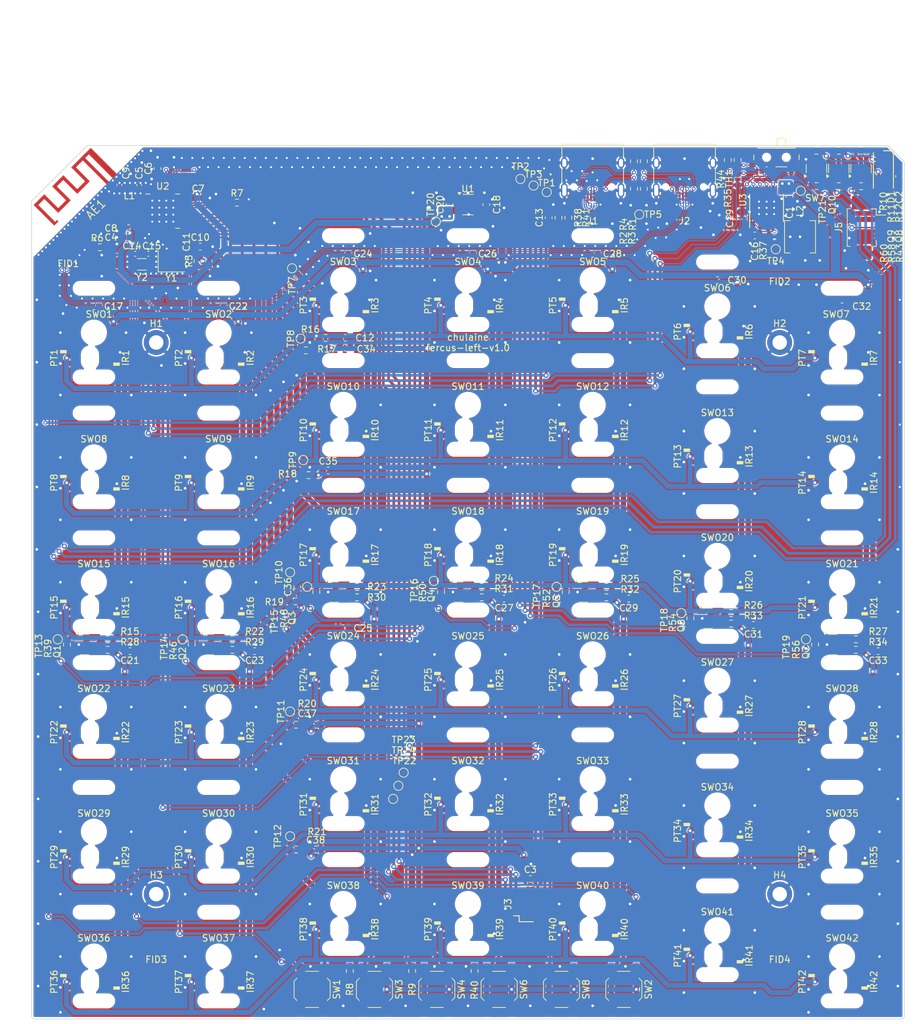
<source format=kicad_pcb>
(kicad_pcb (version 20240108) (generator "pcbnew") (generator_version "8.0")
  (layers (0 "F.Cu" signal) (31 "B.Cu" signal) (34 "B.Paste" user) (35 "F.Paste" user) (36 "B.SilkS" user "B.Silkscreen") (37 "F.SilkS" user "F.Silkscreen") (38 "B.Mask" user) (39 "F.Mask" user) (44 "Edge.Cuts" user))
  (net 0 "")
  (net 1 "NRST")
  (net 2 "ANT")
  (net 3 "OCSIN")
  (net 4 "OCSOUT")
  (net 5 "Net-(IR1-K)")
  (net 6 "Net-(IR2-K)")
  (net 7 "GND")
  (net 8 "/VINTA")
  (net 9 "BOOT0")
  (net 10 "BOOT1")
  (net 11 "key_col0")
  (net 12 "key_col1")
  (net 13 "key_col2")
  (net 14 "key_row0")
  (net 15 "key_row1")
  (net 16 "key_row2")
  (net 17 "key_row3")
  (net 18 "key_row4")
  (net 19 "key_row5")
  (net 20 "Net-(AE1-A)")
  (net 21 "led_r")
  (net 22 "led_g")
  (net 23 "OCS32IN")
  (net 24 "led_b")
  (net 25 "joystick_a1")
  (net 26 "joystick_sw")
  (net 27 "joystick_a2")
  (net 28 "+BATT")
  (net 29 "key_col3")
  (net 30 "key_col4")
  (net 31 "key_col5")
  (net 32 "Net-(IR10-K)")
  (net 33 "key_col6")
  (net 34 "Net-(IR11-K)")
  (net 35 "Net-(IR12-K)")
  (net 36 "+5V")
  (net 37 "+3.3V")
  (net 38 "Net-(IR13-K)")
  (net 39 "Net-(IR14-K)")
  (net 40 "Net-(IR15-K)")
  (net 41 "Net-(IR16-K)")
  (net 42 "Net-(IR17-K)")
  (net 43 "Net-(IR18-K)")
  (net 44 "Net-(IR19-K)")
  (net 45 "Net-(IR20-K)")
  (net 46 "Net-(IR21-K)")
  (net 47 "Net-(IR22-K)")
  (net 48 "Net-(IR23-K)")
  (net 49 "Net-(IR24-K)")
  (net 50 "Net-(IR25-K)")
  (net 51 "Net-(IR26-K)")
  (net 52 "Net-(IR27-K)")
  (net 53 "Net-(IR28-K)")
  (net 54 "Net-(IR29-K)")
  (net 55 "Net-(IR30-K)")
  (net 56 "Net-(IR31-K)")
  (net 57 "Net-(IR32-K)")
  (net 58 "Net-(IR33-K)")
  (net 59 "Net-(IR34-K)")
  (net 60 "Net-(IR35-K)")
  (net 61 "Net-(IR36-K)")
  (net 62 "Net-(IR37-K)")
  (net 63 "Net-(IR38-K)")
  (net 64 "Net-(IR39-K)")
  (net 65 "Net-(IR40-K)")
  (net 66 "Net-(IR41-K)")
  (net 67 "Net-(IR42-K)")
  (net 68 "Net-(J1-CC1)")
  (net 70 "Net-(J1-CC2)")
  (net 72 "Net-(J2-CC1)")
  (net 74 "key_fn0")
  (net 75 "key_fn1")
  (net 76 "Net-(J2-CC2)")
  (net 79 "Net-(Q1-D)")
  (net 80 "Net-(Q2-D)")
  (net 81 "Net-(Q3-D)")
  (net 82 "Net-(Q4-D)")
  (net 83 "Net-(Q5-D)")
  (net 84 "Net-(Q6-D)")
  (net 85 "Net-(Q7-D)")
  (net 86 "OCS32OUT")
  (net 87 "usb1_P")
  (net 88 "key_fn2")
  (net 89 "usb1_N")
  (net 90 "usb2_P")
  (net 91 "usb2_N")
  (net 92 "ETA-STAT")
  (net 93 "BAT_ADC")
  (net 94 "Net-(IR10-A)")
  (net 95 "Net-(IR11-A)")
  (net 96 "Net-(IR12-A)")
  (net 97 "Net-(IR13-A)")
  (net 98 "Net-(IR14-A)")
  (net 99 "Net-(IR15-A)")
  (net 100 "Net-(IR16-A)")
  (net 101 "Net-(U3-SW)")
  (net 103 "/NTC")
  (net 104 "Net-(U3-ISEt)")
  (net 105 "ETA-ENBST")
  (net 106 "+5VP")
  (net 107 "ETA-PULSE")
  (net 108 "usb1-vbus")
  (net 109 "usart1_tx")
  (net 110 "ETA-DISCHRG")
  (net 111 "Net-(D1-RK)")
  (net 112 "Net-(D1-GK)")
  (net 113 "Net-(D1-BK)")
  (net 114 "Net-(Q8-D)")
  (net 115 "Net-(Q9-D)")
  (net 116 "Net-(Q10-D)")
  (footprint "chulaine:KTR-0602PTD" (layer "F.Cu") (at 121.15 105.35 -90)
    (property "Reference" "PT27")
    (property "Value" "Q_Photo_NPN_EC")
  )
  (footprint "chulaine:KTR-0602IRC" (layer "F.Cu") (at 69.65 63.35 90)
    (property "Reference" "IR10")
    (property "Value" "IR")
  )
  (footprint "chulaine:KTR-0602PTD" (layer "F.Cu") (at 121.15 48.35 -90)
    (property "Reference" "PT6")
    (property "Value" "Q_Photo_NPN_EC")
  )
  (footprint "Capacitor_SMD:C_0603_1608Metric" (layer "F.Cu") (at 130 93 180)
    (property "Reference" "C31")
    (property "Value" "100nF")
  )
  (footprint "Resistor_SMD:R_0603_1608Metric" (layer "F.Cu") (at 111.8 26.6 90)
    (property "Reference" "R2")
    (property "Value" "5.1kR")
  )
  (footprint "Resistor_SMD:R_0603_1608Metric" (layer "F.Cu") (at 61.8 51.2 180)
    (property "Reference" "R17")
    (property "Value" "1kR")
  )
  (footprint "chulaine:KTR-0602PTD" (layer "F.Cu") (at 140.15 109.35 -90)
    (property "Reference" "PT28")
    (property "Value" "Q_Photo_NPN_EC")
  )
  (footprint "Capacitor_SMD:C_0603_1608Metric" (layer "F.Cu") (at 63.3 127.2)
    (property "Reference" "C38")
    (property "Value" "100nF")
  )
  (footprint "chulaine:SW_RAESHA_Low_Profile_Optical" (layer "F.Cu") (at 29.5 124.5)
    (property "Reference" "SWO29")
    (property "Value" "SW_LPO")
  )
  (footprint "Resistor_SMD:R_0603_1608Metric" (layer "F.Cu") (at 69.6 88.8 180)
    (property "Reference" "R30")
    (property "Value" "69.8R")
  )
  (footprint "Package_TO_SOT_SMD:SOT-23" (layer "F.Cu") (at 139.6 23.5 90)
    (property "Reference" "Q10")
    (property "Value" "BSS138")
  )
  (footprint "chulaine:SW_RAESHA_Low_Profile_Optical" (layer "F.Cu") (at 86.5 116.5)
    (property "Reference" "SWO32")
    (property "Value" "SW_LPO")
  )
  (footprint "chulaine:SW_SPST_TL3342" (layer "F.Cu") (at 100.75 148.5 -90)
    (property "Reference" "SW8")
    (property "Value" "SW_Push")
  )
  (footprint "Capacitor_SMD:C_0603_1608Metric" (layer "F.Cu") (at 143.5 44.5)
    (property "Reference" "C32")
    (property "Value" "100nF")
  )
  (footprint "chulaine:KTR-0602PTD" (layer "F.Cu") (at 83.15 120.35 -90)
    (property "Reference" "PT32")
    (property "Value" "Q_Photo_NPN_EC")
  )
  (footprint "Resistor_SMD:R_0603_1608Metric" (layer "F.Cu") (at 50.6 96.8 180)
    (property "Reference" "R29")
    (property "Value" "69.8R")
  )
  (footprint "chulaine:SW_RAESHA_Low_Profile_Optical" (layer "F.Cu") (at 48.5 86.5)
    (property "Reference" "SWO16")
    (property "Value" "SW_LPO")
  )
  (footprint "chulaine:SW_RAESHA_Low_Profile_Optical" (layer "F.Cu") (at 29.5 86.5)
    (property "Reference" "SWO15")
    (property "Value" "SW_LPO")
  )
  (footprint "Resistor_SMD:R_0603_1608Metric" (layer "F.Cu") (at 30.4 35.5 180)
    (property "Reference" "R6")
    (property "Value" "10kR")
  )
  (footprint "Capacitor_SMD:C_0603_1608Metric" (layer "F.Cu") (at 67.5 36.5)
    (property "Reference" "C24")
    (property "Value" "100nF")
  )
  (footprint "Capacitor_SMD:C_0805_2012Metric" (layer "F.Cu") (at 128.3 31.1 90)
    (property "Reference" "C19")
    (property "Value" "10uF")
  )
  (footprint "TestPoint:TestPoint_Pad_D1.0mm" (layer "F.Cu") (at 81.6 31.6)
    (property "Reference" "TP20")
    (property "Value" "TestPoint")
  )
  (footprint "chulaine:KTR-0602PTD" (layer "F.Cu") (at 83.15 139.35 -90)
    (property "Reference" "PT39")
    (property "Value" "Q_Photo_NPN_EC")
  )
  (footprint "Resistor_SMD:R_0603_1608Metric" (layer "F.Cu") (at 68.5 145.7 -90)
    (property "Reference" "R8")
    (property "Value" "10kR")
  )
  (footprint "chulaine:KTR-0602PTD" (layer "F.Cu") (at 102.15 120.35 -90)
    (property "Reference" "PT33")
    (property "Value" "Q_Photo_NPN_EC")
  )
  (footprint "TestPoint:TestPoint_Pad_D1.0mm" (layer "F.Cu") (at 137.2 26.9)
    (property "Reference" "TP21")
    (property "Value" "TestPoint")
  )
  (footprint "Capacitor_SMD:C_0603_1608Metric" (layer "F.Cu") (at 65.2 69.5)
    (property "Reference" "C35")
    (property "Value" "100nF")
  )
  (footprint "Capacitor_SMD:C_0603_1608Metric" (layer "F.Cu") (at 48.5 44.5)
    (property "Reference" "C22")
    (property "Value" "100nF")
  )
  (footprint "Fiducial:Fiducial_1mm_Mask3mm" (layer "F.Cu") (at 134 146.5)
    (property "Reference" "FID4")
    (property "Value" "Fiducial")
  )
  (footprint "Resistor_SMD:R_0603_1608Metric" (layer "F.Cu") (at 60.3 108.2 180)
    (property "Reference" "R20")
    (property "Value" "1kR")
  )
  (footprint "chulaine:SW_RAESHA_Low_Profile_Optical" (layer "F.Cu") (at 105.5 135.5)
    (property "Reference" "SWO40")
    (property "Value" "SW_LPO")
  )
  (footprint "chulaine:SSOP-10-1EP_3.9x4.9mm_P1.00mm_EP2.4x2.8mm_ThermalVias_Drill0.3mm" (layer "F.Cu") (at 132 29.5 90)
    (property "Reference" "U3")
    (property "Value" "ETA9084E10")
  )
  (footprint "Resistor_SMD:R_0603_1608Metric" (layer "F.Cu") (at 146.4 20.8)
    (property "Reference" "R10")
    (property "Value" "150R")
  )
  (footprint "TestPoint:TestPoint_Pad_D1.0mm" (layer "F.Cu") (at 96.5 26.1 180)
    (property "Reference" "TP3")
    (property "Value" "TestPoint")
  )
  (footprint "Capacitor_SMD:C_0603_1608Metric" (layer "F.Cu") (at 89.3 29 90)
    (property "Reference" "C18")
    (property "Value" "1uF")
  )
  (footprint "chulaine:KTR-0602IRC" (layer "F.Cu") (at 88.65 101.35 90)
    (property "Reference" "IR25")
    (property "Value" "IR")
  )
  (footprint "chulaine:SW_RAESHA_Low_Profile_Optical" (layer "F.Cu") (at 67.5 97.5)
    (property "Reference" "SWO24")
    (property "Value" "SW_LPO")
  )
  (footprint "chulaine:KTR-0602IRC" (layer "F.Cu") (at 145.65 128.35 90)
    (property "Reference" "IR35")
    (property "Value" "IR")
  )
  (footprint "Capacitor_SMD:C_0603_1608Metric" (layer "F.Cu") (at 83.7 29 90)
    (property "Reference" "C20")
    (property "Value" "1uF")
  )
  (footprint "Resistor_SMD:R_0603_1608Metric" (layer "F.Cu") (at 120.4 92 -90)
    (property "Reference" "R54")
    (property "Value" "100kR")
  )
  (footprint "chulaine:KTR-0602PTD" (layer "F.Cu") (at 45.15 147.35 -90)
    (property "Reference" "PT37")
    (property "Value" "Q_Photo_NPN_EC")
  )
  (footprint "chulaine:KTR-0602IRC" (layer "F.Cu") (at 88.65 63.35 90)
    (property "Reference" "IR11")
    (property "Value" "IR")
  )
  (footprint "chulaine:KTR-0602IRC" (layer "F.Cu") (at 107.65 82.35 90)
    (property "Reference" "IR19")
    (property "Value" "IR")
  )
  (footprint "Capacitor_SMD:C_0603_1608Metric" (layer "F.Cu") (at 98.8 31 90)
    (property "Reference" "C13")
    (property "Value" "100nF")
  )
  (footprint "chulaine:SW_RAESHA_Low_Profile_Optical" (layer "F.Cu") (at 67.5 116.5)
    (property "Reference" "SWO31")
    (property "Value" "SW_LPO")
  )
  (footprint "chulaine:SW_RAESHA_Low_Profile_Optical" (layer "F.Cu") (at 29.5 105.5)
    (property "Reference" "SWO22")
    (property "Value" "SW_LPO")
  )
  (footprint "Resistor_SMD:R_0603_1608Metric" (layer "F.Cu") (at 111.8 22.4 -90)
    (property "Reference" "R4")
    (property "Value" "5.1kR")
  )
  (footprint "Package_TO_SOT_SMD:SOT-23-3" (layer "F.Cu") (at 86.5 29)
    (property "Reference" "U1")
    (property "Value" "XC6206P332MR")
  )
  (footprint "chulaine:KTR-0602IRC" (layer "F.Cu") (at 88.65 44.35 90)
    (property "Reference" "IR4")
    (property "Value" "IR")
  )
  (footprint "TestPoint:TestPoint_Pad_D1.0mm" (layer "F.Cu") (at 112.6 30.5 180)
    (property "Reference" "TP5")
    (property "Value" "TestPoint")
  )
  (footprint "chulaine:KTR-0602PTD" (layer "F.Cu") (at 26.15 109.35 -90)
    (property "Reference" "PT22")
    (property "Value" "Q_Photo_NPN_EC")
  )
  (footprint "Package_TO_SOT_SMD:SOT-23" (layer "F.Cu") (at 85.1 88)
    (property "Reference" "Q4")
    (property "Value" "BSS138")
  )
  (footprint "chulaine:KTR-0602IRC" (layer "F.Cu") (at 145.65 52.35 90)
    (property "Reference" "IR7")
    (property "Value" "IR")
  )
  (footprint "Resistor_SMD:R_0603_1608Metric" (layer "F.Cu") (at 62.2 70.2 180)
    (property "Reference" "R18")
    (property "Value" "1kR")
  )
  (footprint "Capacitor_SMD:C_0603_1608Metric" (layer "F.Cu") (at 29.5 44.5)
    (property "Reference" "C17")
    (property "Value" "100nF")
  )
  (footprint "chulaine:SW_SPST_TL3342" (layer "F.Cu") (at 110.25 148.5 -90)
    (property "Reference" "SW2")
    (property "Value" "SW_Push")
  )
  (footprint "Resistor_SMD:R_0603_1608Metric" (layer "F.Cu") (at 100.3 31 90)
    (property "Reference" "R38")
    (property "Value" "100kR")
  )
  (footprint "Capacitor_SMD:C_0603_1608Metric" (layer "F.Cu") (at 34.8 34 180)
    (property "Reference" "C4")
    (property "Value" "100nF")
  )
  (footprint "chulaine:KTR-0602PTD" (layer "F.Cu") (at 64.15 120.35 -90)
    (property "Reference" "PT31")
    (property "Value" "Q_Photo_NPN_EC")
  )
  (footprint "chulaine:KTR-0602IRC" (layer "F.Cu") (at 126.65 67.35 90)
    (property "Reference" "IR13")
    (property "Value" "IR")
  )
  (footprint "chulaine:KTR-0602PTD" (layer "F.Cu") (at 121.15 67.35 -90)
    (property "Reference" "PT13")
    (property "Value" "Q_Photo_NPN_EC")
  )
  (footprint "chulaine:KTR-0602IRC" (layer "F.Cu") (at 126.65 48.35 90)
    (property "Reference" "IR6")
    (property "Value" "IR")
  )
  (footprint "chulaine:SW_RAESHA_Low_Profile_Optical" (layer "F.Cu") (at 86.5 135.5)
    (property "Reference" "SWO39")
    (property "Value" "SW_LPO")
  )
  (footprint "chulaine:SW_RAESHA_Low_Profile_Optical" (layer "F.Cu") (at 86.5 78.5)
    (property "Reference" "SWO18")
    (property "Value" "SW_LPO")
  )
  (footprint "MountingHole:MountingHole_2.2mm_M2_ISO14580_Pad" (layer "F.Cu") (at 134 50)
    (property "Reference" "H2")
    (property "Value" "MountingHole")
  )
  (footprint "chulaine:SW_RAESHA_Low_Profile_Optical" (layer "F.Cu") (at 105.5 40.5)
    (property "Reference" "SWO5")
    (property "Value" "SW_LPO")
  )
  (footprint "Resistor_SMD:R_0603_1608Metric" (layer "F.Cu") (at 113.3 26.6 90)
    (property "Reference" "R3")
    (property "Value" "5.1kR")
  )
  (footprint "chulaine:KTR-0602PTD" (layer "F.Cu") (at 45.15 52.35 -90)
    (property "Reference" "PT2")
    (property "Value" "Q_Photo_NPN_EC")
  )
  (footprint "Connector_Molex:Molex_PicoBlade_53261-0371_1x03-1MP_P1.25mm_Horizontal" (layer "F.Cu") (at 147 32.5 -90)
    (property "Reference" "J5")
    (property "Value" "Conn_01x03")
  )
  (footprint "chulaine:KTR-0602PTD" (layer "F.Cu") (at 140.15 52.35 -90)
    (property "Reference" "PT7")
    (property "Value" "Q_Photo_NPN_EC")
  )
  (footprint "MountingHole:MountingHole_2.2mm_M2_ISO14580_Pad" (layer "F.Cu") (at 39 50)
    (property "Reference" "H1")
    (property "Value" "MountingHole")
  )
  (footprint "chulaine:SW_RAESHA_Low_Profile_Optical" (layer "F.Cu") (at 48.5 143.5)
    (property "Reference" "SWO37")
    (property "Value" "SW_LPO")
  )
  (footprint "chulaine:KTR-0602IRC" (layer "F.Cu") (at 50.65 90.35 90)
    (property "Reference" "IR16")
    (property "Value" "IR")
  )
  (footprint "Resistor_SMD:R_0603_1608Metric" (layer "F.Cu") (at 60.2 89.4 180)
    (property "Reference" "R19")
    (property "Value" "1kR")
  )
  (footprint "TestPoint:TestPoint_Pad_D1.0mm" (layer "F.Cu") (at 24 95.2)
    (property "Reference" "TP13")
    (property "Value" "TestPoint")
  )
  (footprint "chulaine:KTR-0602PTD" (layer "F.Cu") (at 26.15 52.35 -90)
    (property "Reference" "PT1")
    (property "Value" "Q_Photo_NPN_EC")
  )
  (footprint "Package_TO_SOT_SMD:SOT-23" (layer "F.Cu") (at 146.4 23.5 90)
    (property "Reference" "Q8")
    (property "Value" "BSS138")
  )
  (footprint "Capacitor_SMD:C_0603_1608Metric" (layer "F.Cu") (at 86.5 36.5)
    (property "Reference" "C26")
    (property "Value" "100nF")
  )
  (footprint "chulaine:KTR-0602PTD" (layer "F.Cu") (at 83.15 44.35 -90)
    (property "Reference" "PT4")
    (property "Value" "Q_Photo_NPN_EC")
  )
  (footprint "Resistor_SMD:R_0603_1608Metric" (layer "F.Cu") (at 143 20.8)
    (property "Reference" "R11")
    (property "Value" "100R")
  )
  (footprint "chulaine:SW_RAESHA_Low_Profile_Optical" (layer "F.Cu") (at 48.5 48.5)
    (property "Reference" "SWO2")
    (property "Value" "SW_LPO")
  )
  (footprint "chulaine:SW_RAESHA_Low_Profile_Optical" (layer "F.Cu") (at 143.5 143.5)
    (property "Reference" "SWO42")
    (property "Value" "SW_LPO")
  )
  (footprint "chulaine:SW_SPDT_PCM12_Vertical" (layer "F.Cu") (at 133.5 21.8 180)
    (property "Reference" "SW7")
    (property "Value" "SW_SPDT")
  )
  (footprint "Capacitor_SMD:C_0402_1005Metric" (layer "F.Cu") (at 37.8 36.5)
    (property "Reference" "C15")
    (property "Value" "12pF")
  )
  (footprint "chulaine:KTR-0602IRC" (layer "F.Cu") (at 31.65 147.35 90)
    (property "Reference" "IR36")
    (property "Value" "IR")
  )
  (footprint "chulaine:SW_SPST_TL3342" (layer "F.Cu") (at 62.75 148.5 -90)
    (property "Reference" "SW1")
    (property "Value" "SW_Push")
  )
  (footprint "chulaine:SW_RAESHA_Low_Profile_Optical" (layer "F.Cu") (at 124.5 139.5)
    (property "Reference" "SWO41")
    (property "Value" "SW_LPO")
  )
  (footprint "Resistor_SMD:R_0603_1608Metric" (layer "F.Cu") (at 113.3 22.4 -90)
    (property "Reference" "R1")
    (property "Value" "5.1kR")
  )
  (footprint "Capacitor_SMD:C_0603_1608Metric" (layer "F.Cu") (at 63.3 108.2)
    (property "Reference" "C37")
    (property "Value" "100nF")
  )
  (footprint "Capacitor_SMD:C_0603_1608Metric" (layer "F.Cu") (at 45.7 35.4)
    (property "Reference" "C10")
    (property "Value" "100nF")
  )
  (footprint "Capacitor_SMD:C_0402_1005Metric" (layer "F.Cu") (at 33.4 26.02 90)
    (property "Reference" "C9")
    (property "Value" "1.8pF")
  )
  (footprint "Capacitor_SMD:C_0603_1608Metric" (layer "F.Cu") (at 67.8 50.8)
    (property "Reference" "C34")
    (property "Value" "100nF")
  )
  (footprint "chulaine:KTR-0602PTD" (layer "F.Cu") (at 26.15 90.35 -90)
    (property "Reference" "PT15")
    (property "Value" "Q_Photo_NPN_EC")
  )
  (footprint "chulaine:KTR-0602PTD" (layer "F.Cu") (at 102.15 63.35 -90)
    (property "Reference" "PT12")
    (property "Value" "Q_Photo_NPN_EC")
  )
  (footprint "chulaine:KTR-0602IRC" (layer "F.Cu") (at 145.65 90.35 90)
    (property "Reference" "IR21")
    (property "Value" "IR")
  )
  (footprint "Resistor_SMD:R_0603_1608Metric" (layer "F.Cu") (at 45.3 37.6 -90)
    (property "Reference" "R5")
    (property "Value" "10kR")
  )
  (footprint "Capacitor_SMD:C_0603_1608Metric" (layer "F.Cu") (at 35 97 180)
    (property "Reference" "C21")
    (property "Value" "100nF")
  )
  (footprint "chulaine:KTR-0602PTD" (layer "F.Cu") (at 26.15 128.35 -90)
    (property "Reference" "PT29")
    (property "Value" "Q_Photo_NPN_EC")
  )
  (footprint "Resistor_SMD:R_0603_1608Metric" (layer "F.Cu") (at 145.6 95.2 180)
    (property "Reference" "R27")
    (property "Value" "69.8R")
  )
  (footprint "Capacitor_SMD:C_0603_1608Metric" (layer "F.Cu") (at 124.5 40.5)
    (property "Reference" "C30")
    (property "Value" "100nF")
  )
  (footprint "chulaine:KTR-0602PTD" (layer "F.Cu") (at 45.15 109.35 -90)
    (property "Reference" "PT23")
    (property "Value" "Q_Photo_NPN_EC")
  )
  (footprint "Capacitor_SMD:C_0603_1608Metric" (layer "F.Cu") (at 149 97 180)
    (property "Reference" "C33")
    (property "Value" "100nF")
  )
  (footprint "chulaine:KTR-0602PTD" (layer "F.Cu") (at 140.15 128.35 -90)
    (property "Reference" "PT35")
    (property "Value" "Q_Photo_NPN_EC")
  )
  (footprint "chulaine:SW_RAESHA_Low_Profile_Optical" (layer "F.Cu") (at 124.5 63.5)
    (property "Reference" "SWO13")
    (property "Value" "SW_LPO")
  )
  (footprint "chulaine:SW_RAESHA_Low_Profile_Optical" (layer "F.Cu") (at 124.5 82.5)
    (property "Reference" "SWO20")
    (property "Value" "SW_LPO")
  )
  (footprint "Fiducial:Fiducial_1mm_Mask3mm" (layer "F.Cu") (at 134 43.5)
    (property "Reference" "FID2")
    (property "Value" "Fiducial")
  )
  (footprint "Capacitor_SMD:C_0603_1608Metric" (layer "F.Cu") (at 45.375 28)
    (property "Reference" "C7")
    (property "Value" "100nF")
  )
  (footprint "TestPoint:TestPoint_Pad_D1.0mm" (layer "F.Cu") (at 61.4 67.9)
    (property "Reference" "TP9")
    (property "Value" "TestPoint")
  )
  (footprint "chulaine:KTR-0602IRC" (layer "F.Cu") (at 50.65 52.35 90)
    (property "Reference" "IR2")
    (property "Value" "IR")
  )
  (footprint "Capacitor_SMD:C_0603_1608Metric" (layer "F.Cu") (at 67.8 49.3)
    (property "Reference" "C12")
    (property "Value" "100nF")
  )
  (footprint "chulaine:SW_RAESHA_Low_Profile_Optical" (layer "F.Cu") (at 105.5 116.5)
    (property "Reference" "SWO33")
    (property "Value" "SW_LPO")
  )
  (footprint "TestPoint:TestPoint_Pad_D1.0mm" (layer "F.Cu") (at 62 87.2)
    (property "Reference" "TP15")
    (property "Value" "TestPoint")
  )
  (footprint "chulaine:SW_RAESHA_Low_Profile_Optical" (layer "F.Cu") (at 143.5 48.5)
    (property "Reference" "SWO7")
    (property "Value" "SW_LPO")
  )
  (footprint "chulaine:SW_RAESHA_Low_Profile_Optical" (layer "F.Cu") (at 29.5 67.5)
    (property "Reference" "SWO8")
    (property "Value" "SW_LPO")
  )
  (footprint "Inductor_SMD:L_0402_1005Metric" (layer "F.Cu") (at 34.9 26.5 180)
    (property "Reference" "L1")
    (property "Value" "1.8nH")
  )
  (footprint "Package_TO_SOT_SMD:SOT-23" (layer "F.Cu") (at 28.1 96)
    (property "Reference" "Q1")
    (property "Value" "BSS138")
  )
  (footprint "chulaine:KTR-0602IRC" (layer "F.Cu") (at 31.65 52.35 90)
    (property "Reference" "IR1")
    (property "Value" "IR")
  )
  (footprint "chulaine:KTR-0602PTD" (layer "F.Cu") (at 121.15 86.35 -90)
    (property "Reference" "PT20")
    (property "Value" "Q_Photo_NPN_EC")
  )
  (footprint "chulaine:L_Sunlord_MWSA0402S" (layer "F.Cu") (at 137.1 33.9 90)
    (property "Reference" "L2")
    (property "Value" "2.2uH")
  )
  (footprint "Capacitor_SMD:C_0603_1608Metric" (layer "F.Cu") (at 130.2 33.7 180)
    (property "Reference" "C16")
    (property "Value" "10uF")
  )
  (footprint "chulaine:KTR-0602PTD" (layer "F.Cu") (at 140.15 90.35 -90)
    (property "Reference" "PT21")
    (property "Value" "Q_Photo_NPN_EC")
  )
  (footprint "chulaine:KTR-0602PTD" (layer "F.Cu") (at 45.15 71.35 -90)
    (property "Reference" "PT9")
    (property "Value" "Q_Photo_NPN_EC")
  )
  (footprint "chulaine:KTR-0602IRC" (layer "F.Cu") (at 50.65 71.35 90)
    (property "Reference" "IR9")
    (property "Value" "IR")
  )
  (footprint "Package_TO_SOT_SMD:SOT-23" (layer "F.Cu") (at 123.1 92)
    (property "Reference" "Q6")
    (property "Value" "BSS138")
  )
  (footprint "Resistor_SMD:R_0603_1608Metric" (layer "F.Cu") (at 25.4 96 -90)
    (property "Reference" "R39")
    (property "Value" "100kR")
  )
  (footprint "Package_TO_SOT_SMD:SOT-23" (layer "F.Cu") (at 104.1 88)
    (property "Reference" "Q5")
    (property "Value" "BSS138")
  )
  (footprint "chulaine:KTR-0602PTD" (layer "F.Cu") (at 45.15 90.35 -90)
    (property "Reference" "PT16")
    (property "Value" "Q_Photo_NPN_EC")
  )
  (footprint "Resistor_SMD:R_0603_1608Metric" (layer "F.Cu") (at 88.6 88.8 180)
    (property "Reference" "R31")
    (property "Value" "69.8R")
  )
  (footprint "Resistor_SMD:R_0603_1608Metric" (layer "F.Cu") (at 31.6 95.2 180)
    (property "Reference" "R15")
    (property "Value" "69.8R")
  )
  (footprint "chulaine:USB_C_Receptacle_HRO_TYPE-C-31-M-12" (layer "F.Cu") (at 119.5 23.7 180)
    (property "Reference" "J2")
    (property "Value" "USB_C_Receptacle_USB2.0")
  )
  (footprint "Resistor_SMD:R_0603_1608Metric" (layer "F.Cu") (at 44.4 96 -90)
    (property "Reference" "R46")
    (property "Value" "100kR")
  )
  (footprint "chulaine:KTR-0602PTD" (layer "F.Cu") (at 26.15 147.35 -90)
    (property "Reference" "PT36")
    (property "Value" "Q_Photo_NPN_EC")
  )
  (footprint "chulaine:KTR-0602IRC" (layer "F.Cu") (at 50.65 109.35 90)
    (property "Reference" "IR23")
    (property "Value" "IR")
  )
  (footprint "chulaine:KTR-0602IRC" (layer "F.Cu") (at 107.65 63.35 90)
    (property "Reference" "IR12")
    (property "Value" "IR")
  )
  (footprint "chulaine:KTR-0602PTD" (layer "F.Cu") (at 121.15 143.35 -90)
    (property "Reference" "PT41")
    (property "Value" "Q_Photo_NPN_EC")
  )
  (footprint "chulaine:SW_RAESHA_Low_Profile_Optical" (layer "F.Cu") (at 48.5 124.5)
    (property "Reference" "SWO30")
    (property "Value" "SW_LPO")
  )
  (footprint "chulaine:KTR-0602PTD" (layer "F.Cu") (at 102.15 44.35 -90)
    (property "Reference" "PT5")
    (property "Value" "Q_Photo_NPN_EC")
  )
  (footprint "Package_TO_SOT_SMD:SOT-23" (layer "F.Cu") (at 143 23.5 90)
    (property "Reference" "Q9")
    (property "Value" "BSS138")
  )
  (footprint "chulaine:KTR-0602PTD" (layer "F.Cu") (at 64.15 101.35 -90)
    (property "Reference" "PT24")
    (property "Value" "Q_Photo_NPN_EC")
  )
  (footprint "chulaine:SW_SPST_TL3342" (layer "F.Cu") (at 72.25 148.5 -90)
    (property "Reference" "SW3")
    (property "Value" "SW_Push")
  )
  (footprint "Capacitor_SMD:C_0603_1608Metric" (layer "F.Cu") (at 92 89 180)
    (property "Reference" "C27")
    (property "Value" "100nF")
  )
  (footprint "Resistor_SMD:R_0603_1608Metric" (layer "F.Cu") (at 146.4 26.2)
    (property "Reference" "R43")
    (property "Value" "100kR")
  )
  (footprint "MountingHole:MountingHole_2.2mm_M2_ISO14580_Pad" (layer "F.Cu") (at 39 134)
    (property "Reference" "H3")
    (property "Value" "MountingHole")
  )
  (footprint "Capacitor_SMD:C_0402_1005Metric" (layer "F.Cu") (at 36.4 26.02 90)
    (property "Reference" "C5")
    (property "Value" "1.8pF")
  )
  (footprint "chulaine:SW_RAESHA_Low_Profile_Optical" (layer "F.Cu") (at 29.5 143.5)
    (property "Reference" "SWO36")
    (property "Value" "SW_LPO")
  )
  (footprint "Resistor_SMD:R_0603_1608Metric" (layer "F.Cu") (at 63.4 88 -90)
    (property "Reference" "R48")
    (property "Value" "100kR")
  )
  (footprint "chulaine:Everlight_LED_RGB_PLCC-4" (layer "F.Cu") (at 149.8 23.8 -90)
    (property "Reference" "D1")
    (property "Value" "LED_RABG")
  )
  (footprint "Capacitor_SMD:C_0603_1608Metric" (layer "F.Cu") (at 34.8 32.6 180)
    (property "Reference" "C8")
    (property "Value" "100nF")
  )
  (footprint "Resistor_SMD:R_0603_1608Metric" (layer "F.Cu") (at 60.3 127.2 180)
    (property "Reference" "R21")
    (property "Value" "1kR")
  )
  (footprint "chulaine:SW_RAESHA_Low_Profile_Optical" (layer "F.Cu") (at 143.5 124.5)
    (property "Reference" "SWO35")
    (property "Value" "SW_LPO")
  )
  (footprint "chulaine:KTR-0602PTD" (layer "F.Cu") (at 102.15 82.35 -90)
    (property "Reference" "PT19")
    (property "Value" "Q_Photo_NPN_EC")
  )
  (footprint "TestPoint:TestPoint_Pad_D1.0mm" (layer "F.Cu") (at 94.5 25.1 180)
    (property "Reference" "TP2")
    (property "Value" "TestPoint")
  )
  (footprint "Resistor_SMD:R_0603_1608Metric" (layer "F.Cu") (at 87.5 145.7 -90)
    (property "Reference" "R40")
    (property "Value" "10kR")
  )
  (footprint "Resistor_SMD:R_0603_1608Metric" (layer "F.Cu") (at 107.6 88.8 180)
    (property "Reference" "R32")
    (property "Value" "69.8R")
  )
  (footprint "Capacitor_SMD:C_0603_1608Metric" (layer "F.Cu") (at 47 37.6 90)
    (property "Reference" "C11")
    (property "Value" "100nF")
  )
  (footprint "chulaine:KTR-0602PTD" (layer "F.Cu") (at 83.15 82.35 -90)
    (property "Reference" "PT18")
    (property "Value" "Q_Photo_NPN_EC")
  )
  (footprint "chulaine:Crystal_SMD_3225-4Pin_3.2x2.5mm" (layer "F.Cu") (at 41.3 37.6)
    (property "Reference" "Y1")
    (property "Value" "32MHz")
  )
  (footprint "Capacitor_SMD:C_0603_1608Metric" (layer "F.Cu") (at 152.2 24.7 90)
    (property "Reference" "C2")
    (property "Value" "100nF")
  )
  (footprint "chulaine:KTR-0602PTD" (layer "F.Cu") (at 64.15 82.35 -90)
    (property "Reference" "PT17")
    (property "Value" "Q_Photo_NPN_EC")
  )
  (footprint "chulaine:SW_RAESHA_Low_Profile_Optical" (layer "F.Cu") (at 105.5 97.5)
    (property "Reference" "SWO26")
    (property "Value" "SW_LPO")
  )
  (footprint "Resistor_SMD:R_0603_1608Metric" (layer "F.Cu") (at 88.6 87.2 180)
    (property "Reference" "R24")
    (property "Value" "69.8R")
  )
  (footprint "chulaine:KTR-0602IRC" (layer "F.Cu") (at 31.65 90.35 90)
    (property "Reference" "IR15")
    (property "Value" "IR")
  )
  (footprint "chulaine:SW_RAESHA_Low_Profile_Optical" (layer "F.Cu") (at 143.5 105.5)
    (property "Reference" "SWO28")
    (property "Value" "SW_LPO")
  )
  (footprint "Capacitor_SMD:C_0603_1608Metric" (layer "F.Cu") (at 54 97 180)
    (property "Reference" "C23")
    (property "Value" "100nF")
  )
  (footprint "Resistor_SMD:R_0603_1608Metric" (layer "F.Cu") (at 31.6 96.8 180)
    (property "Reference" "R28")
    (property "Value" "69.8R")
  )
  (footprint "chulaine:KTR-0602IRC" (layer "F.Cu") (at 107.65 120.35 90)
    (property "Reference" "IR33")
    (property "Value" "IR")
  )
  (footprint "Package_TO_SOT_SMD:SOT-23" (layer "F.Cu") (at 142.1 96)
    (property "Reference" "Q7")
    (property "Value" "BSS138")
  )
  (footprint "chulaine:KTR-0602IRC" (layer "F.Cu") (at 107.65 101.35 90)
    (property "Reference" "IR26")
    (property "Value" "IR")
  )
  (footprint "Resistor_SMD:R_0603_1608Metric" (layer "F.Cu") (at 126.6 91.2 180)
    (property "Reference" "R26")
    (property "Value" "69.8R")
  )
  (footprint "chulaine:SW_SPST_TL3342" (layer "F.Cu") (at 91.25 148.5 -90)
    (property "Reference" "SW6")
    (property "Value" "SW_Push")
  )
  (footprint "Capacitor_SMD:C_0603_1608Metric" (layer "F.Cu") (at 96 131.7)
    (property "Reference" "C3")
    (property "Value" "100nF")
  )
  (footprint "chulaine:KTR-0602PTD" (layer "F.Cu") (at 83.15 101.35 -90)
    (property "Reference" "PT25")
    (property "Value" "Q_Photo_NPN_EC")
  )
  (footprint "chulaine:SW_RAESHA_Low_Profile_Optical" (layer "F.Cu") (at 143.5 86.5)
    (property "Reference" "SWO21")
    (property "Value" "SW_LPO")
  )
  (footprint "chulaine:KTR-0602PTD" (layer "F.Cu") (at 64.15 63.35 -90)
    (property "Reference" "PT10")
    (property "Value" "Q_Photo_NPN_EC")
  )
  (footprint "chulaine:SW_RAESHA_Low_Profile_Optical" (layer "F.Cu") (at 86.5 59.5)
    (property "Reference" "SWO11")
    (property "Value" "SW_LPO")
  )
  (footprint "chulaine:KTR-0602PTD" (layer "F.Cu") (at 26.15 71.35 -90)
    (property "Reference" "PT8")
    (property "Value" "Q_Photo_NPN_EC")
  )
  (footprint "TestPoint:TestPoint_Pad_D1.0mm" (layer "F.Cu") (at 61 49.4)
    (property "Reference" "TP8")
    (property "Value" "TestPoint")
  )
  (footprint "Package_TO_SOT_SMD:SOT-23" (layer "F.Cu") (at 66.1 88)
    (property "Reference" "Q3")
    (property "Value" "BSS138")
  )
  (footprint "TestPoint:TestPoint_Pad_D1.0mm" (layer "F.Cu") (at 75.1 119.5)
    (property "Reference" "TP22")
    (property "Value" "TestPoint")
  )
  (footprint "chulaine:KTR-0602IRC" (layer "F.Cu") (at 31.65 71.35 90)
    (property "Reference" "IR8")
    (property "Value" "IR")
  )
  (footprint "Resistor_SMD:R_0603_1608Metric" (layer "F.Cu") (at 127.6 22.2 90)
    (property "Reference" "TH1")
    (property "Value" "Thermistor_NTC")
  )
  (footprint "chulaine:SW_RAESHA_Low_Profile_Optical" (layer "F.Cu") (at 143.5 67.5)
    (property "Reference" "SWO14")
    (property "Value" "SW_LPO")
  )
  (footprint "Resistor_SMD:R_0603_1608Metric" (layer "F.Cu") (at 139.6 26.2)
    (property "Reference" "R60")
    (property "Value" "100kR")
  )
  (footprint "chulaine:KTR-0602IRC" (layer "F.Cu") (at 145.65 71.35 90)
    (property "Reference" "IR14")
    (property "Value" "IR")
  )
  (footprint "chulaine:USB_C_Receptacle_HRO_TYPE-C-31-M-12" (layer "F.Cu") (at 105.5 23.7 180)
    (property "Reference" "J1")
    (property "Value" "USB_C_Receptacle_USB2.0")
  )
  (footprint "chulaine:QFN-48-1EP_5x5mm_P0.35mm_EP3.7x3.7mm_ThermalVias_Drill0.3mm_WCH" (layer "F.Cu") (at 40 30)
    (property "Reference" "U2")
    (property "Value" "CH32V208CBU6")
  )
  (footprint "chulaine:KTR-0602IRC" (layer "F.Cu") (at 88.65 120.35 90)
    (property "Reference" "IR32")
    (property "Value" "IR")
  )
  (footprint "Resistor_SMD:R_0603_1608Metric" (layer "F.Cu") (at 69.6 87.2 180)
    (property "Reference" "R23")
    (property "Value" "69.8R")
  )
  (footprint "Package_TO_SOT_SMD:SOT-23" (layer "F.Cu") (at 47.1 96)
    (property "Reference" "Q2")
    (property "Value" "BSS138")
  )
  (footprint "chulaine:KTR-0602PTD" (layer "F.Cu") (at 64.15 44.35 -90)
    (property "Reference" "PT3")
    (property "Value" "Q_Photo_NPN_EC")
  )
  (footprint "chulaine:KTR-0602IRC" (layer "F.Cu") (at 126.65 124.35 90)
    (property "Reference" "IR34")
    (property "Value" "IR")
  )
  (footprint "TestPoint:TestPoint_Pad_D1.0mm" (layer "F.Cu") (at 59.4 125.2)
    (property "Reference" "TP12")
    (property "Value" "TestPoint")
  )
  (footprint "chulaine:KTR-0602IRC" (layer "F.Cu") (at 31.65 128.35 90)
    (property "Reference" "IR29")
    (property "Value" "IR")
  )
  (footprint "chulaine:KTR-0602PTD" (layer "F.Cu") (at 140.15 147.35 -90)
    (property "Reference" "PT42")
    (property "Value" "Q_Photo_NPN_EC")
  )
  (footprint "chulaine:KTR-0602PTD" (layer "F.Cu") (at 140.15 71.35 -90)
    (property "Reference" "PT14")
    (property "Value" "Q_Photo_NPN_EC")
  )
  (footprint "Fiducial:Fiducial_1mm_Mask3mm" (layer "F.Cu") (at 39 146.5)
    (property "Reference" "FID3")
    (property "Value" "Fiducial")
  )
  (footprint "chulaine:KTR-0602IRC" (layer "F.Cu") (at 145.65 109.35 90)
    (property "Reference" "IR28")
    (property "Value" "IR")
  )
  (footprint "chulaine:SW_SPST_TL3342" (layer "F.Cu") (at 81.75 148.5 -90)
    (property "Reference" "SW4")
    (property "Value" "SW_Push")
  )
  (footprint "TestPoint:TestPoint_Pad_D1.0mm" (layer "F.Cu") (at 59.7 38.7)
    (property "Reference" "TP7")
    (property "Value" "TestPoint")
  )
  (footprint "Resistor_SMD:R_0603_1608Metric" (layer "F.Cu") (at 126.1 22.2 90)
    (property "Reference" "R44")
    (property "Value" "10kR")
  )
  (footprint "chulaine:SW_RAESHA_Low_Profile_Optical" (layer "F.Cu") (at 105.5 59.5)
    (property "Reference" "SWO12")
    (property "Value" "SW_LPO")
  )
  (footprint "TestPoint:TestPoint_Pad_D1.0mm" (layer "F.Cu") (at 119 91.2)
    (property "Reference" "TP18")
    (property "Value" "TestPoint")
  )
  (footprint "Resistor_SMD:R_0603_1608Metric" (layer "F.Cu") (at 143 26.2)
    (property "Reference" "R58")
    (property "Value" "100kR")
  )
  (footprint "chulaine:KTR-0602PTD" (layer "F.Cu") (at 45.15 128.35 -90)
    (property "Reference" "PT30")
    (property "Value" "Q_Photo_NPN_EC")
  )
  (footprint "chulaine:KTR-0602IRC" (layer "F.Cu") (at 69.65 101.35 90)
    (property "Reference" "IR24")
    (property "Value" "IR")
  )
  (footprint "chulaine:KTR-0602PTD" (layer "F.Cu") (at 64.15 139.35 -90)
    (property "Reference" "PT38")
    (property "Value" "Q_Photo_NPN_EC")
  )
  (footprint "chulaine:KTR-0602IRC" (layer "F.Cu") (at 126.65 105.35 90)
    (property "Reference" "IR27")
    (property "Value" "IR")
  )
  (footprint "chulaine:SW_RAESHA_Low_Profile_Optical" (layer "F.Cu") (at 124.5 120.5)
    (property "Reference" "SWO34")
    (property "Value" "SW_LPO")
  )
  (footprint "chulaine:ANT-F-1-2.4G-1.2MM-FR4-WCH_Left_NoMask" (layer "F.Cu") (at 31.6 25.7 45)
    (property "Reference" "AE1")
    (property "Value" "Antenna_Shield" (hide yes))
  )
  (footprint "Resistor_SMD:R_0603_1608Metric" (layer "F.Cu") (at 126.6 92.8 180)
    (property "Reference" "R33")
    (property "Value" "69.8R")
  )
  (footprint "TestPoint:TestPoint_Pad_D1.0mm" (layer "F.Cu") (at 43 95.2)
    (property "Reference" "TP14")
    (property "Value" "TestPoint")
  )
  (footprint "TestPoint:TestPoint_Pad_D1.0mm" (layer "F.Cu") (at 59.4 85)
    (property "Reference" "TP10")
    (property "Value" "TestPoint")
  )
  (footprint "chulaine:KTR-0602IRC" (layer "F.Cu") (at 69.65 82.35 90)
    (property "Reference" "IR17")
    (property "Value" "IR")
  )
  (footprint "chulaine:KTR-0602IRC" (layer "F.Cu") (at 88.65 139.35 90)
    (property "Reference" "IR39")
    (property "Value" "IR")
  )
  (footprint "chulaine:SW_RAESHA_Low_Profile_Optical" (layer "F.Cu") (at 48.5 105.5)
    (property "Reference" "SWO23")
    (property "Value" "SW_LPO")
  )
  (footprint "chulaine:KTR-0602IRC" (layer "F.Cu") (at 69.65 120.35 90)
    (property "Reference" "IR31")
    (property "Value" "IR")
  )
  (footprint "Resistor_SMD:R_0603_1608Metric" (layer "F.Cu") (at 107.6 87.2 180)
    (property "Reference" "R25")
    (property "Value" "69.8R")
  )
  (footprint "Resistor_SMD:R_0603_1608Metric" (layer "F.Cu") (at 78 145.7 -90)
    (property "Reference" "R9")
    (property "Value" "10kR")
  )
  (footprint "TestPoint:TestPoint_Pad_D1.0mm" (layer "F.Cu") (at 75.9 117.5)
    (property "Reference" "TP24")
    (property "Value" "TestPoint")
  )
  (footprint "TestPoint:TestPoint_Pad_D1.0mm" (layer "F.Cu") (at 98.5 27.1 90)
    (property "Reference" "TP1")
    (property "Value" "TestPoint")
  )
  (footprint "chulaine:KTR-0602PTD" (layer "F.Cu") (at 102.15 139.35 -90)
    (property "Reference" "PT40")
    (property "Value" "Q_Photo_NPN_EC")
  )
  (footprint "chulaine:KTR-0602IRC" (layer "F.Cu") (at 107.65 44.35 90)
    (property "Reference" "IR5")
    (property "Value" "IR")
  )
  (footprint "chulaine:SW_RAESHA_Low_Profile_Optical" (layer "F.Cu") (at 67.5 135.5)
    (property "Reference" "SWO38")
    (property "Value" "SW_LPO")
  )
  (footprint "chulaine:KTR-0602IRC" (layer "F.Cu") (at 69.65 44.35 90)
    (property "Reference" "IR3")
    (property "Value" "IR")
  )
  (footprint "Resistor_SMD:R_0603_1608Metric" (layer "F.Cu") (at 139.4 96 -90)
    (property "Reference" "R56")
    (property "Value" "100kR")
  )
  (footprint "Resistor_SMD:R_0603_1608Metric" (layer "F.Cu") (at 139.6 20.8)
    (property "Reference" "R12")
    (property "Value" "100R")
  )
  (footprint "Capacitor_SMD:C_0603_1608Metric" (layer "F.Cu") (at 39.2 23.5 90)
    (property "Reference" "C6")
    (property "Value" "1uF")
  )
  (footprint "chulaine:KTR-0602IRC" (layer "F.Cu") (at 145.65 147.35 90)
    (property "Reference" "IR42")
    (property "Value" "IR")
  )
  (footprint "Capacitor_SMD:C_0603_1608Metric" (layer "F.Cu") (at 60.5 87.2 90)
    (property "Reference" "C36")
    (property "Value" "100nF")
  )
  (footprint "Resistor_SMD:R_0603_1608Metric" (layer "F.Cu") (at 64.8 49.3 180)
    (property "Reference" "R16")
    (property "Value" "1kR")
  )
  (footprint "TestPoint:TestPoint_Pad_D1.0mm" (layer "F.Cu") (at 133.4 35.8 90)
    (property "Reference" "TP4")
    (property "Value" "TestPoint")
  )
  (footprint "chulaine:KTR-0602IRC" (layer "F.Cu") (at 69.65 139.35 90)
    (property "Reference" "IR38")
    (property "Value" "IR")
  )
  (footprint "chulaine:SW_RAESHA_Low_Profile_Optical" (layer "F.Cu") (at 67.5 78.5)
    (property "Reference" "SWO17")
    (property "Value" "SW_LPO")
  )
  (footprint "Resistor_SMD:R_0603_1608Metric" (layer "F.Cu") (at 101.8 31 -90)
    (property "Reference" "R41")
    (property "Value" "100kR")
  )
  (footprint "chulaine:SW_RAESHA_Low_Profile_Optical" (layer "F.Cu") (at 67.5 40.5)
    (property "Reference" "SWO3")
    (property "Value" "SW_LPO")
  )
  (footprint "Resistor_SMD:R_0603_1608Metric" (layer "F.Cu") (at 133.2 33.7)
    (property "Reference" "R37")
    (property "Value" "2kR")
  )
  (footprint "chulaine:KTR-0602PTD" (layer "F.Cu") (at 83.15 63.35 -90)
    (property "Reference" "PT11")
    (property "Value" "Q_Photo_NPN_EC")
  )
  (footprint "chulaine:KTR-0602IRC" (layer "F.Cu") (at 88.65 82.35 90)
    (property "Reference" "IR18")
    (property "Value" "IR")
  )
  (footprint "Capacitor_SMD:C_0603_1608Metric" (layer "F.Cu") (at 105.5 36.5)
    (property "Reference" "C28")
    (property "Value" "100nF")
  )
  (footprint "TestPoint:TestPoint_Pad_D1.0mm" (layer "F.Cu") (at 59.4 106.2)
    (property "Reference" "TP11")
    (property "Value" "TestPoint")
  )
  (footprint "Capacitor_SMD:C_0603_1608Metric" (layer "F.Cu") (at 135.5 27.725 -90)
    (property "Reference" "C1")
    (property "Value" "22uF")
  )
  (footprint "chulaine:SW_RAESHA_Low_Profile_Optical" (layer "F.Cu") (at 124.5 101.5)
    (property "Reference" "SWO27")
    (property "Value" "SW_LPO")
  )
  (footprint "chulaine:SW_RAESHA_Low_Profile_Optical" (layer "F.Cu") (at 86.5 40.5)
    (property "Reference" "SWO4")
    (property "Value" "SW_LPO")
  )
  (footprint "chulaine:SW_RAESHA_Low_Profile_Optical" (layer "F.Cu") (at 67.5 59.5)
    (property "Reference" "SWO10")
    (property "Value" "SW_LPO")
  )
  (footprint "chulaine:SW_RAESHA_Low_Profile_Optical" (layer "F.Cu") (at 86.5 97.5)
    (property "Reference" "SWO25")
    (property "Value" "SW_LPO")
  )
  (footprint "Resistor_SMD:R_0603_1608Metric" (layer "F.Cu") (at 82.4 88 -90)
    (property "Reference" "R50")
    (property "Value" "100kR")
  )
  (footprint "Resistor_SMD:R_0603_1608Metric" (layer "F.Cu") (at 127.6 25.2 -90)
    (property "Reference" "R35")
    (property "Value" "30kR")
  )
  (footprint "Resistor_SMD:R_0603_1608Metric" (layer "F.Cu") (at 145.6 96.8 180)
    (property "Reference" "R34")
    (property "Value" "69.8R")
  )
  (footprint "chulaine:KTR-0602PTD" (layer "F.Cu") (at 121.15 124.35 -90)
    (property "Reference" "PT34")
    (property "Value" "Q_Photo_NPN_EC")
  )
  (footprint "TestPoint:TestPoint_Pad_D1.0mm" (layer "F.Cu") (at 81.3 86.3)
    (property "Reference" "TP16")
    (property "Value" "TestPoint")
  )
  (footprint "chulaine:KTR-0602IRC" (layer "F.Cu") (at 50.65 147.35 90)
    (property "Reference" "IR37")
    (property "Value" "IR")
  )
  (footprint "MountingHole:MountingHole_2.2mm_M2_ISO14580_Pad" (layer "F.Cu") (at 134 134)
    (property "Reference" "H4")
    (property "Value" "MountingHole")
  )
  (footprint "chulaine:Jushuo_AFC42-S06FMA-1H_1x6-1MP_P0.50_Horizontal" (layer "F.Cu") (at 96.2 135.5 90)
    (property "Reference" "J3")
    (property "Value" "Conn_01x06_MountingPin")
  )
  (footprint "Capacitor_SMD:C_0603_1608Metric" (layer "F.Cu") (at 67.5 93.5)
    (property "Reference" "C25")
    (property "Value" "100nF")
  )
  (footprint "Capacitor_SMD:C_0402_1005Metric" (layer "F.Cu") (at 35.8 36.5 180)
    (property "Reference" "C14")
    (property "Value" "12pF")
  )
  (footprint "Resistor_SMD:R_0603_1608Metric" (layer "F.Cu") (at 51.3 28.7)
    (property "Reference" "R7")
    (property "Value" "10kR")
  )
  (footprint "Capacitor_SMD:C_0603_1608Metric" (layer "F.Cu") (at 111 89 180)
    (property "Reference" "C29")
    (property "Value" "100nF")
  )
  (footprint "chulaine:KTR-0602IRC" (layer "F.Cu") (at 107.65 139.35 90)
    (property "Reference" "IR40")
    (property "Value" "IR")
  )
  (footprint "TestPoint:TestPoint_Pad_D1.0mm" (layer "F.Cu") (at 76.7 115.5)
    (property "Reference" "TP23")
    (property "Value" "TestPoint")
  )
  (footprint "chulaine:KTR-0602PTD" (layer "F.Cu") (at 102.15 101.35 -90)
    (property "Reference" "PT26")
    (property "Value" "Q_Photo_NPN_EC")
  )
  (footprint "chulaine:SW_RAESHA_Low_Profile_Optical" (layer "F.Cu") (at 105.5 78.5)
    (property "Reference" "SWO19")
    (property "Value" "SW_LPO")
  )
  (footprint "Fiducial:Fiducial_1mm_Mask3mm" (layer "F.Cu") (at 29 38)
    (property "Reference" "FID1")
    (property "Value" "Fiducial")
  )
  (footprint "chulaine:KTR-0602IRC" (layer "F.Cu") (at 31.65 109.35 90)
    (property "Reference" "IR22")
    (property "Value" "IR")
  )
  (footprint "chulaine:KTR-0602IRC" (layer "F.Cu") (at 50.65 128.35 90)
    (property "Reference" "IR30")
    (property "Value" "IR")
  )
  (footprint "chulaine:KTR-0602IRC" (layer "F.Cu") (at 126.65 86.35 90)
    (property "Reference" "IR20")
    (property "Value" "IR")
  )
  (footprint "chulaine:SW_RAESHA_Low_Profile_Optical" (layer "F.Cu") (at 124.5 44.5)
    (property "Reference" "SWO6")
    (property "Value" "SW_LPO")
  )
  (footprint "chulaine:KTR-0602IRC" (layer "F.Cu") (at 126.65 143.35 90)
    (property "Reference" "IR41")
    (property "Value" "IR")
  )
  (footprint "TestPoint:TestPoint_Pad_D1.0mm" (layer "F.Cu") (at 138 95.2)
    (property "Reference" "TP19")
    (property "Value" "TestPoint")
  )
  (footprint "Resistor_SMD:R_0603_1608Metric" (layer "F.Cu") (at 101.4 88 -90)
    (property "Reference" "R52")
    (property "Value" "100kR")
  )
  (footprint "chulaine:SW_RAESHA_Low_Profile_Optical" (layer "F.Cu") (at 48.5 67.5)
    (property "Reference" "SWO9")
    (property "Value" "SW_LPO")
  )
  (footprint "chulaine:SW_RAESHA_Low_Profile_Optical" (layer "F.Cu") (at 29.5 48.5)
    (property "Reference" "SWO1")
    (property "Value" "SW_LPO")
  )
  (footprint "chulaine:Crystal_SMD_3215-2Pin_3.2x1.5mm" (layer "F.Cu") (at 36.8 38.1 180)
    (property "Reference" "Y2")
    (property "Value" "32.768kHz")
  )
  (footprint "TestPoint:TestPoint_Pad_D1.0mm" (layer "F.Cu") (at 100 87.2)
    (property "Reference" "TP17")
    (property "Value" "TestPoint")
  )
  (footprint "Resistor_SMD:R_0603_1608Metric" (layer "F.Cu") (at 50.6 95.2 180)
    (property "Reference" "R22")
    (property "Value" "69.8R")
  )
  (gr_poly (pts (xy 38.52 27.55) (xy 38.52 27.16) (xy 38.52 27.08) (xy 38.51 27.01) (xy 38.5 26.93) (xy 38.48 26.84) (xy 38.149293 26.949293) (xy 38.06 27.29) (xy 38.15 27.33) (xy 38.21 27.37) (xy 38.25 27.41) (xy 38.3 27.46) (xy 38.33 27.55)) (fill solid) (layer "F.Cu") (net 2))
  (gr_arc (start 153 152.5) (mid 152.853553 152.853553) (end 152.5 153) (stroke (width 0.1)) (layer "Edge.Cuts"))
  (gr_line (start 28.5 20) (end 20 28.5) (stroke (width 0.1)) (layer "Edge.Cuts"))
  (gr_line (start 20 152.5) (end 20 28.5) (stroke (width 0.1)) (layer "Edge.Cuts"))
  (gr_line (start 150.5 20) (end 153 22.5) (stroke (width 0.1)) (layer "Edge.Cuts"))
  (gr_arc (start 20.5 153) (mid 20.146447 152.853553) (end 20 152.5) (stroke (width 0.1)) (layer "Edge.Cuts"))
  (gr_line (start 28.5 20) (end 150.5 20) (stroke (width 0.1)) (layer "Edge.Cuts"))
  (gr_line (start 152.5 153) (end 20.5 153) (stroke (width 0.1)) (layer "Edge.Cuts"))
  (gr_line (start 153 22.5) (end 153 152.5) (stroke (width 0.1)) (layer "Edge.Cuts"))
  (gr_text "chulaine\nfercus-left-v1.0" (at 86.5 50 0) (layer "F.SilkS") (effects (font (size 1 1))))
  (segment (start 42.6 47.4) (end 42.6 53.8) (width 0.2) (layer "F.Cu") (net 1))
  (segment (start 44.103553 36.203553) (end 43.646446 35.746446) (width 0.2) (layer "F.Cu") (net 1))
  (segment (start 59.8 144.3) (end 60.85 145.35) (width 0.4) (layer "F.Cu") (net 1))
  (segment (start 40.8 129.7) (end 40.8 55.6) (width 0.4) (layer "F.Cu") (net 1))
  (segment (start 45.3 38.425) (end 44.2 39.525) (width 0.2) (layer "F.Cu") (net 1))
  (segment (start 44.2 45.8) (end 42.6 47.4) (width 0.2) (layer "F.Cu") (net 1))
  (segment (start 45.3 38.425) (end 44.25 37.375) (width 0.2) (layer "F.Cu") (net 1))
  (segment (start 42.6 53.8) (end 42.3 54.1) (width 0.2) (layer "F.Cu") (net 1))
  (segment (start 46.95 38.425) (end 47 38.375) (width 0.4) (layer "F.Cu") (net 1))
  (segment (start 40.525 33.110786) (end 40.525 32.45) (width 0.2) (layer "F.Cu") (net 1))
  (segment (start 45.3 38.425) (end 46.95 38.425) (width 0.4) (layer "F.Cu") (net 1))
  (segment (start 43.292893 35.6) (end 42.974559 35.6) (width 0.2) (layer "F.Cu") (net 1))
  (segment (start 60.85 151.65) (end 60.85 145.35) (width 0.8) (layer "F.Cu") (net 1))
  (segment (start 42.335147 35.335147) (end 40.817893 33.817893) (width 0.2) (layer "F.Cu") (net 1))
  (segment (start 42.6 131.5) (end 40.8 129.7) (width 0.4) (layer "F.Cu") (net 1))
  (segment (start 42.6 140) (end 42.6 131.5) (width 0.4) (layer "F.Cu") (net 1))
  (segment (start 40.8 55.6) (end 42.3 54.1) (width 0.4) (layer "F.Cu") (net 1))
  (segment (start 44.25 36.557107) (end 44.25 37.375) (width 0.2) (layer "F.Cu") (net 1))
  (segment (start 58.1 144.3) (end 59.8 144.3) (width 0.4) (layer "F.Cu") (net 1))
  (segment (start 44.2 39.525) (end 44.2 45.8) (width 0.2) (layer "F.Cu") (net 1))
  (via (at 42.6 140) (size 0.8) (drill 0.4) (layers "F.Cu" "B.Cu") (net 1))
  (via (at 58.1 144.3) (size 0.8) (drill 0.4) (layers "F.Cu" "B.Cu") (net 1))
  (arc (start 43.646446 35.746446) (mid 43.484234 35.63806) (end 43.292893 35.6) (width 0.2) (layer "F.Cu") (net 1))
  (arc (start 42.335147 35.335147) (mid 42.628512 35.531167) (end 42.974559 35.6) (width 0.2) (layer "F.Cu") (net 1))
  (arc (start 40.817893 33.817893) (mid 40.60112 33.49347) (end 40.525 33.110786) (width 0.2) (layer "F.Cu") (net 1))
  (arc (start 44.25 36.557107) (mid 44.21194 36.365765) (end 44.103553 36.203553) (width 0.2) (layer "F.Cu") (net 1))
  (segment (start 42.6 140) (end 53.8 140) (width 0.4) (layer "B.Cu") (net 1))
  (segment (start 53.8 140) (end 58.1 144.3) (width 0.4) (layer "B.Cu") (net 1))
  (segment (start 38.425 27.225) (end 38.15 26.95) (width 0.2) (layer "F.Cu") (net 2))
  (segment (start 35.385 26.5) (end 36.4 26.5) (width 0.7) (layer "F.Cu") (net 2))
  (segment (start 37.992893 26.792893) (end 38.15 26.95) (width 0.7) (layer "F.Cu") (net 2))
  (segment (start 36.4 26.5) (end 37.285786 26.5) (width 0.7) (layer "F.Cu") (net 2))
  (segment (start 38.425 27.55) (end 38.425 27.225) (width 0.2) (layer "F.Cu") (net 2))
  (arc (start 37.992893 26.792893) (mid 37.66847 26.57612) (end 37.285786 26.5) (width 0.7) (layer "F.Cu") (net 2))
  (segment (start 39.825 32.45) (end 39.825 33.710786) (width 0.2) (layer "F.Cu") (net 3))
  (segment (start 41.007107 37.642893) (end 40.2 38.45) (width 0.2) (layer "F.Cu") (net 3))
  (segment (start 41.3 36.014214) (end 41.3 36.935786) (width 0.2) (layer "F.Cu") (net 3))
  (segment (start 40.117893 34.417893) (end 41.007107 35.307107) (width 0.2) (layer "F.Cu") (net 3))
  (arc (start 41.3 36.014214) (mid 41.22388 35.631531) (end 41.007107 35.307107) (width 0.2) (layer "F.Cu") (net 3))
  (arc (start 41.007107 37.642893) (mid 41.22388 37.31847) (end 41.3 36.935786) (width 0.2) (layer "F.Cu") (net 3))
  (arc (start 39.825 33.710786) (mid 39.90112 34.093469) (end 40.117893 34.417893) (width 0.2) (layer "F.Cu") (net 3))
  (segment (start 40.175 32.45) (end 40.175 33.460786) (width 0.2) (layer "F.Cu") (net 4))
  (segment (start 42.4 36.514214) (end 42.4 36.75) (width 0.2) (layer "F.Cu") (net 4))
  (segment (start 40.467893 34.167893) (end 42.107107 35.807107) (width 0.2) (layer "F.Cu") (net 4))
  (arc (start 40.175 33.460786) (mid 40.25112 33.843469) (end 40.467893 34.167893) (width 0.2) (layer "F.Cu") (net 4))
  (arc (start 42.4 36.514214) (mid 42.32388 36.131531) (end 42.107107 35.807107) (width 0.2) (layer "F.Cu") (net 4))
  (segment (start 33.2 68.985) (end 33.2 54.4) (width 0.8) (layer "F.Cu") (net 5))
  (segment (start 31.965 53.165) (end 31.65 53.165) (width 0.8) (layer "F.Cu") (net 5))
  (segment (start 31.65 70.535) (end 33.2 68.985) (width 0.8) (layer "F.Cu") (net 5))
  (segment (start 33.2 54.4) (end 31.965 53.165) (width 0.8) (layer "F.Cu") (net 5))
  (segment (start 50.65 70.535) (end 52.2 68.985) (width 0.8) (layer "F.Cu") (net 6))
  (segment (start 52.2 54.4) (end 50.965 53.165) (width 0.8) (layer "F.Cu") (net 6))
  (segment (start 52.2 68.985) (end 52.2 54.4) (width 0.8) (layer "F.Cu") (net 6))
  (segment (start 50.965 53.165) (end 50.65 53.165) (width 0.8) (layer "F.Cu") (net 6))
  (segment (start 85.3625 28.05) (end 84.35 28.05) (width 1) (layer "F.Cu") (net 7))
  (segment (start 35.775 31.675) (end 35.875 31.575) (width 0.2) (layer "F.Cu") (net 7))
  (segment (start 34 32.6) (end 33.4 32.6) (width 0.4) (layer "F.Cu") (net 7))
  (segment (start 35.75 35.95) (end 36 35.7) (width 0.4) (layer "F.Cu") (net 7))
  (segment (start 122.75 28.35) (end 122.75 27.8) (width 0.6) (layer "F.Cu") (net 7))
  (segment (start 123.2 28.8) (end 122.75 28.35) (width 0.6) (layer "F.Cu") (net 7))
  (segment (start 82.8 28.2) (end 84.2 28.2) (width 1) (layer "F.Cu") (net 7))
  (segment (start 37.55 27.725) (end 36.6 27.725) (width 0.2) (layer "F.Cu") (net 7))
  (segment (start 39.475 34.425) (end 39.3 34.6) (width 0.2) (layer "F.Cu") (net 7))
  (segment (start 102.25 27.8) (end 102.25 28.35) (width 0.6) (layer "F.Cu") (net 7))
  (segment (start 116.25 27.8) (end 116.25 28.35) (width 0.6) (layer "F.Cu") (net 7))
  (segment (start 36.6 27.725) (end 36.325 27.725) (width 0.2) (layer "F.Cu") (net 7))
  (segment (start 33.4 32.6) (end 33 33) (width 0.4) (layer "F.Cu") (net 7))
  (segment (start 84.35 28.05) (end 84.2 28.2) (width 1) (layer "F.Cu") (net 7))
  (segment (start 35.32 36.5) (end 35.32 35.97) (width 0.4) (layer "F.Cu") (net 7))
  (segment (start 101.8 28.8) (end 101.2 28.8) (width 0.6) (layer "F.Cu") (net 7))
  (segment (start 39.475 32.45) (end 39.475 34.425) (width 0.2) (layer "F.Cu") (net 7))
  (segment (start 34.6 36.336396) (end 34.6 36.9) (width 0.4) (layer "F.Cu") (net 7))
  (segment (start 134.025 33.7) (end 133.8 33.7) (width 0.4) (layer "F.Cu") (net 7))
  (segment (start 116.25 28.35) (end 115.8 28.8) (width 0.6) (layer "F.Cu") (net 7))
  (segment (start 109.2 28.8) (end 108.75 28.35) (width 0.6) (layer "F.Cu") (net 7))
  (segment (start 123.8 28.8) (end 123.2 28.8) (width 0.6) (layer "F.Cu") (net 7))
  (segment (start 47.175 28) (end 46.15 28) (width 0.4) (layer "F.Cu") (net 7))
  (segment (start 109.8 28.8) (end 109.2 28.8) (width 0.6) (layer "F.Cu") (net 7))
  (segment (start 34.925 31.675) (end 34 32.6) (width 0.4) (layer "F.Cu") (net 7))
  (segment (start 133.8 33.7) (end 133.2 34.3) (width 0.4) (layer "F.Cu") (net 7))
  (segment (start 35.025 31.575) (end 34 32.6) (width 0.2) (layer "F.Cu") (net 7))
  (segment (start 35.775 31.675) (end 34.925 31.675) (width 0.4) (layer "F.Cu") (net 7))
  (segment (start 34.986396 35.95) (end 34.6 36.336396) (width 0.4) (layer "F.Cu") (net 7))
  (segment (start 108.75 28.35) (end 108.75 27.8) (width 0.6) (layer "F.Cu") (net 7))
  (segment (start 35.32 35.97) (end 35.3 35.95) (width 0.4) (layer "F.Cu") (net 7))
  (segment (start 34.025 34) (end 33 34) (width 0.4) (layer "F.Cu") (net 7))
  (segment (start 35.3 35.95) (end 35.75 35.95) (width 0.4) (layer "F.Cu") (net 7))
  (segment (start 90.175 28.225) (end 90.2 28.2) (width 1) (layer "F.Cu") (net 7))
  (segment (start 35.3 35.95) (end 34.986396 35.95) (width 0.4) (layer "F.Cu") (net 7))
  (segment (start 35.875 31.575) (end 37.55 31.575) (width 0.2) (layer "F.Cu") (net 7))
  (segment (start 102.25 28.35) (end 101.8 28.8) (width 0.6) (layer "F.Cu") (net 7))
  (segment (start 115.8 28.8) (end 115.2 28.8) (width 0.6) (layer "F.Cu") (net 7))
  (segment (start 89.3 28.225) (end 90.175 28.225) (width 1) (layer "F.Cu") (net 7))
  (segment (start 36.325 27.725) (end 36 27.4) (width 0.2) (layer "F.Cu") (net 7))
  (via (at 91.7 23.3) (size 0.6) (drill 0.3) (layers "F.Cu" "B.Cu") (net 7))
  (via (at 123.8 28.8) (size 0.8) (drill 0.4) (layers "F.Cu" "B.Cu") (net 7))
  (via (at 92.2 88) (size 0.8) (drill 0.4) (layers "F.Cu" "B.Cu") (net 7))
  (via (at 43.6 36.9) (size 0.6) (drill 0.3) (layers "F.Cu" "B.Cu") (net 7))
  (via (at 93.3 23.3) (size 0.6) (drill 0.3) (layers "F.Cu" "B.Cu") (net 7))
  (via (at 147 109.5) (size 0.8) (drill 0.4) (layers "F.Cu" "B.Cu") (net 7))
  (via (at 122.2 92) (size 0.8) (drill 0.4) (layers "F.Cu" "B.Cu") (net 7))
  (via (at 122 32.5) (size 0.8) (drill 0.4) (layers "F.Cu" "B.Cu") (net 7))
  (via (at 39 36.9) (size 0.6) (drill 0.3) (layers "F.Cu" "B.Cu") (net 7))
  (via (at 34.1 43.3) (size 0.6) (drill 0.3) (layers "F.Cu" "B.Cu") (net 7))
  (via (at 141.2 96) (size 0.8) (drill 0.4) (layers "F.Cu" "B.Cu") (net 7))
  (via (at 109 120.5) (size 0.8) (drill 0.4) (layers "F.Cu" "B.Cu") (net 7))
  (via (at 105.5 151) (size 0.8) (drill 0.4) (layers "F.Cu" "B.Cu") (net 7))
  (via (at 90.7 36.7) (size 0.6) (drill 0.3) (layers "F.Cu" "B.Cu") (net 7))
  (via (at 58.4 56) (size 0.8) (drill 0.4) (layers "F.Cu" "B.Cu") (net 7))
  (via (at 39.8 53.5) (size 0.8) (drill 0.4) (layers "F.Cu" "B.Cu") (net 7))
  (via (at 20.8 72) (size 0.8) (drill 0.4) (layers "F.Cu" "B.Cu") (net 7))
  (via (at 138 22.1) (size 0.8) (drill 0.4) (layers "F.Cu" "B.Cu") (net 7))
  (via (at 119.4 63.5) (size 0.8) (drill 0.4) (layers "F.Cu" "B.Cu") (net 7))
  (via (at 35.2 105.5) (size 0.8) (drill 0.4) (layers "F.Cu" "B.Cu") (net 7))
  (via (at 73.2 88) (size 0.8) (drill 0.4) (layers "F.Cu" "B.Cu") (net 7))
  (via (at 34.6 44.7) (size 0.6) (drill 0.3) (layers "F.Cu" "B.Cu") (net 7))
  (via (at 128 105.5) (size 0.8) (drill 0.4) (layers "F.Cu" "B.Cu") (net 7))
  (via (at 77.8 110) (size 0.8) (drill 0.4) (layers "F.Cu" "B.Cu") (net 7))
  (via (at 81.4 64.2) (size 0.8) (drill 0.4) (layers "F.Cu" "B.Cu") (net 7))
  (via (at 138.4 77) (size 0.8) (drill 0.4) (layers "F.Cu" "B.Cu") (net 7))
  (via (at 147 128.5) (size 0.8) (drill 0.4) (layers "F.Cu" "B.Cu") (net 7))
  (via (at 130.2 92) (size 0.8) (drill 0.4) (layers "F.Cu" "B.Cu") (net 7))
  (via (at 138.4 67.5) (size 0.8) (drill 0.4) (layers "F.Cu" "B.Cu") (net 7))
  (via (at 42.3 41.7) (size 0.8) (drill 0.4) (layers "F.Cu" "B.Cu") (net 7))
  (via (at 24.4 110.2) (size 0.8) (drill 0.4) (layers "F.Cu" "B.Cu") (net 7))
  (via (at 62.4 97.5) (size 0.8) (drill 0.4) (layers "F.Cu" "B.Cu") (net 7))
  (via (at 138.4 72.5) (size 0.8) (drill 0.4) (layers "F.Cu" "B.Cu") (net 7))
  (via (at 33 71.5) (size 0.8) (drill 0.4) (layers "F.Cu" "B.Cu") (net 7))
  (via (at 43.4 124.5) (size 0.8) (drill 0.4) (layers "F.Cu" "B.Cu") (net 7))
  (via (at 129.5 37.6) (size 0.8) (drill 0.4) (layers "F.Cu" "B.Cu") (net 7))
  (via (at 38.9 43.3) (size 0.6) (drill 0.3) (layers "F.Cu" "B.Cu") (net 7))
  (via (at 88.5 23.3) (size 0.6) (drill 0.3) (layers "F.Cu" "B.Cu") (net 7))
  (via (at 123.9 33.6) (size 0.8) (drill 0.4) (layers "F.Cu" "B.Cu") (net 7))
  (via (at 100.4 116.5) (size 0.8) (drill 0.4) (layers "F.Cu" "B.Cu") (net 7))
  (via (at 53.5 48.5) (size 0.8) (drill 0.4) (layers "F.Cu" "B.Cu") (net 7))
  (via (at 81.4 59.5) (size 0.8) (drill 0.4) (layers "F.Cu" "B.Cu") (net 7))
  (via (at 36.6 44.7) (size 0.6) (drill 0.3) (layers "F.Cu" "B.Cu") (net 7))
  (via (at 47.6 35.4) (size 0.8) (drill 0.4) (layers "F.Cu" "B.Cu") (net 7))
  (via (at 100.4 97.5) (size 0.8) (drill 0.4) (layers "F.Cu" "B.Cu") (net 7))
  (via (at 48.1 27.4) (size 0.8) (drill 0.4) (layers "F.Cu" "B.Cu") (net 7))
  (via (at 149.2 48.5) (size 0.8) (drill 0.4) (layers "F.Cu" "B.Cu") (net 7))
  (via (at 24.4 53.2) (size 0.8) (drill 0.4) (layers "F.Cu" "B.Cu") (net 7))
  (via (at 151.3 34.1) (size 0.8) (drill 0.4) (layers "F.Cu" "B.Cu") (net 7))
  (via (at 35.8 25.7) (size 0.6) (drill 0.3) (layers "F.Cu" "B.Cu") (net 7))
  (via (at 102.3 36.7) (size 0.6) (drill 0.3) (layers "F.Cu" "B.Cu") (net 7))
  (via (at 81.4 126) (size 0.8) (drill 0.4) (layers "F.Cu" "B.Cu") (net 7))
  (via (at 65.9 35.3) (size 0.6) (drill 0.3) (layers "F.Cu" "B.Cu") (net 7))
  (via (at 53.3 23.3) (size 0.6) (drill 0.3) (layers "F.Cu" "B.Cu") (net 7))
  (via (at 111.2 69) (size 0.8) (drill 0.4) (layers "F.Cu" "B.Cu") (net 7))
  (via (at 100.4 126) (size 0.8) (drill 0.4) (layers "F.Cu" "B.Cu") (net 7))
  (via (at 32.943503 24.780761) (size 0.6) (drill 0.3) (layers "F.Cu" "B.Cu") (net 7))
  (via (at 60.9 38.4) (size 0.6) (drill 0.3) (layers "F.Cu" "B.Cu") (net 7))
  (via (at 31.8 27) (size 0.6) (drill 0.3) (layers "F.Cu" "B.Cu") (net 7))
  (via (at 90.3 32.3) (size 0.8) (drill 0.4) (layers "F.Cu" "B.Cu") (net 7))
  (via (at 99.5 35.3) (size 0.6) (drill 0.3) (layers "F.Cu" "B.Cu") (net 7))
  (via (at 106.7 29) (size 0.6) (drill 0.3) (layers "F.Cu" "B.Cu") (net 7))
  (via (at 33.4 25.7) (size 0.6) (drill 0.3) (layers "F.Cu" "B.Cu") (net 7))
  (via (at 24.458222 33.266043) (size 0.6) (drill 0.3) (layers "F.Cu" "B.Cu") (net 7))
  (via (at 119.4 82.5) (size 0.8) (drill 0.4) (layers "F.Cu" "B.Cu") (net 7))
  (via (at 31.7 44.7) (size 0.6) (drill 0.3) (layers "F.Cu" "B.Cu") (net 7))
  (via (at 112.3 34.3) (size 0.6) (drill 0.3) (layers "F.Cu" "B.Cu") (net 7))
  (via (at 29.6 34.4) (size 0.6) (drill 0.3) (layers "F.Cu" "B.Cu") (net 7))
  (via (at 40.6 39.5) (size 0.6) (drill 0.3) (layers "F.Cu" "B.Cu") (net 7))
  (via (at 33 35) (size 0.8) (drill 0.4) (layers "F.Cu" "B.Cu") (net 7))
  (via (at 54.2 124.5) (size 0.8) (drill 0.4) (layers "F.Cu" "B.Cu") (net 7))
  (via (at 62.1 37.3) (size 0.6) (drill 0.3) (layers "F.Cu" "B.Cu") (net 7))
  (via (at 109.1 35.3) (size 0.6) (drill 0.3) (layers "F.Cu" "B.Cu") (net 7))
  (via (at 43.6 38.5) (size 0.6) (drill 0.3) (layers "F.Cu" "B.Cu") (net 7))
  (via (at 103.1 25.3) (size 0.6) (drill 0.3) (layers "F.Cu" "B.Cu") (net 7))
  (via (at 46.9 43.3) (size 0.6) (drill 0.3) (layers "F.Cu" "B.Cu") (net 7))
  (via (at 92.2 78.5) (size 0.8) (drill 0.4) (layers "F.Cu" "B.Cu") (net 7))
  (via (at 27.7 43.3) (size 0.6) (drill 0.3) (layers "F.Cu" "B.Cu") (net 7))
  (via (at 152 119.5) (size 0.8) (drill 0.4) (layers "F.Cu" "B.Cu") (net 7))
  (via (at 71 120.5) (size 0.8) (drill 0.4) (layers "F.Cu" "B.Cu") (net 7))
  (via (at 130.2 101.5) (size 0.8) (drill 0.4) (layers "F.Cu" "B.Cu") (net 7))
  (via (at 54.2 134) (size 0.8) (drill 0.4) (layers "F.Cu" "B.Cu") (net 7))
  (via (at 59.7 23.3) (size 0.6) (drill 0.3) (layers "F.Cu" "B.Cu") (net 7))
  (via (at 83.5 35.3) (size 0.6) (drill 0.3) (layers "F.Cu" "B.Cu") (net 7))
  (via (at 35.2 143.5) (size 0.8) (drill 0.4) (layers "F.Cu" "B.Cu") (net 7))
  (via (at 26.720963 31.003301) (size 0.6) (drill 0.3) (layers "F.Cu" "B.Cu") (net 7))
  (via (at 128.5 47.5) (size 0.8) (drill 0.4) (layers "F.Cu" "B.Cu") (net 7))
  (via (at 35.2 115) (size 0.8) (drill 0.4) (layers "F.Cu" "B.Cu") (net 7))
  (via (at 85.1 35.3) (size 0.6) (drill 0.3) (layers "F.Cu" "B.Cu") (net 7))
  (via (at 103.9 23.9) (size 0.6) (drill 0.3) (layers "F.Cu" "B.Cu") (net 7))
  (via (at 105.9 35.3) (size 0.6) (drill 0.3) (layers "F.Cu" "B.Cu") (net 7))
  (via (at 27.286649 30.437615) (size 0.6) (drill 0.3) (layers "F.Cu" "B.Cu") (net 7))
  (via (at 107.5 35.3) (size 0.6) (drill 0.3) (layers "F.Cu" "B.Cu") (net 7))
  (via (at 81.3 21.9) (size 0.6) (drill 0.3) (layers "F.Cu" "B.Cu") (net 7))
  (via (at 33.2 148.25) (size 0.8) (drill 0.4) (layers "F.Cu" "B.Cu") (net 7))
  (via (at 38.3 23.6) (size 0.8) (drill 0.4) (layers "F.Cu" "B.Cu") (net 7))
  (via (at 64.5 23.3) (size 0.6) (drill 0.3) (layers "F.Cu" "B.Cu") (net 7))
  (via (at 61.3 23.3) (size 0.6) (drill 0.3) (layers "F.Cu" "B.Cu") (net 7))
  (via (at 138.4 91.5) (size 0.8) (drill 0.4) (layers "F.Cu" "B.Cu") (net 7))
  (via (at 123.4 30) (size 0.8) (drill 0.4) (layers "F.Cu" "B.Cu") (net 7))
  (via (at 42.2 39.5) (size 0.6) (drill 0.3) (layers "F.Cu" "B.Cu") (net 7))
  (via (at 108.7 36.7) (size 0.6) (drill 0.3) (layers "F.Cu" "B.Cu") (net 7))
  (via (at 104.3 35.3) (size 0.6) (drill 0.3) (layers "F.Cu" "B.Cu") (net 7))
  (via (at 62.2 34.7) (size 0.8) (drill 0.4) (layers "F.Cu" "B.Cu") (net 7))
  (via (at 97.3 21.9) (size 0.6) (drill 0.3) (layers "F.Cu" "B.Cu") (net 7))
  (via (at 95.2 92.6) (size 0.8) (drill 0.4) (layers "F.Cu" "B.Cu") (net 7))
  (via (at 33.3 44.7) (size 0.6) (drill 0.3) (layers "F.Cu" "B.Cu") (net 7))
  (via (at 81.4 40.5) (size 0.8) (drill 0.4) (layers "F.Cu" "B.Cu") (net 7))
  (via (at 118.8 25.1) (size 0.6) (drill 0.3) (layers "F.Cu" "B.Cu") (net 7))
  (via (at 54.2 77) (size 0.8) (drill 0.4) (layers "F.Cu" "B.Cu") (net 7))
  (via (at 82.7 36.7) (size 0.6) (drill 0.3) (layers "F.Cu" "B.Cu") (net 7))
  (via (at 56.4 93.3) (size 0.8) (drill 0.4) (layers "F.Cu" "B.Cu") (net 7))
  (via (at 90.5 43.5) (size 0.8) (drill 0.4) (layers "F.Cu" "B.Cu") (net 7))
  (via (at 38.5 35.1) (size 0.6) (drill 0.3) (layers "F.Cu" "B.Cu") (net 7))
  (via (at 89 27.2) (size 0.8) (drill 0.4) (layers "F.Cu" "B.Cu") (net 7))
  (via (at 81.4 135.5) (size 0.8) (drill 0.4) (layers "F.Cu" "B.Cu") (net 7))
  (via (at 57 31.8) (size 0.8) (drill 0.4) (layers "F.Cu" "B.Cu") (net 7))
  (via (at 71 101.5) (size 0.8) (drill 0.4) (layers "F.Cu" "B.Cu") (net 7))
  (via (at 77.3 23.3) (size 0.6) (drill 0.3) (layers "F.Cu" "B.Cu") (net 7))
  (via (at 111.2 126) (size 0.8) (drill 0.4) (layers "F.Cu" "B.Cu") (net 7))
  (via (at 111.2 59.5) (size 0.8) (drill 0.4) (layers "F.Cu" "B.Cu") (net 7))
  (via (at 39.2 21.8) (size 0.8) (drill 0.4) (layers "F.Cu" "B.Cu") (net 7))
  (via (at 43.4 72.2) (size 0.8) (drill 0.4) (layers "F.Cu" "B.Cu") (net 7))
  (via (at 35.206245 22.518019) (size 0.6) (drill 0.3) (layers "F.Cu" "B.Cu") (net 7))
  (via (at 98.9 22.2) (size 0.6) (drill 0.3) (layers "F.Cu" "B.Cu") (net 7))
  (via (at 35.2 96) (size 0.8) (drill 0.4) (layers "F.Cu" "B.Cu") (net 7))
  (via (at 149.2 67.5) (size 0.8) (drill 0.4) (layers "F.Cu" "B.Cu") (net 7))
  (via (at 149.2 96) (size 0.8) (drill 0.4) (layers "F.Cu" "B.Cu") (net 7))
  (via (at 105.4 31.9) (size 0.8) (drill 0.4) (layers "F.Cu" "B.Cu") (net 7))
  (via (at 35.2 124.5) (size 0.8) (drill 0.4) (layers "F.Cu" "B.Cu") (net 7))
  (via (at 21 129) (size 0.8) (drill 0.4) (layers "F.Cu" "B.Cu") (net 7))
  (via (at 69.9 36.7) (size 0.6) (drill 0.3) (layers "F.Cu" "B.Cu") (net 7))
  (via (at 23.326851 34.397413) (size 0.6) (drill 0.3) (layers "F.Cu" "B.Cu") (net 7))
  (via (at 138.4 124.5) (size 0.8) (drill 0.4) (layers "F.Cu" "B.Cu") (net 7))
  (via (at 111.2 135.5) (size 0.8) (drill 0.4) (layers "F.Cu" "B.Cu") (net 7))
  (via (at 80.5 29.5) (size 0.8) (drill 0.4) (layers "F.Cu" "B.Cu") (net 7))
  (via (at 38.4 41.6) (size 0.8) (drill 0.4) (layers "F.Cu" "B.Cu") (net 7))
  (via (at 21.064109 36.660155) (size 0.6) (drill 0.3) (layers "F.Cu" "B.Cu") (net 7))
  (via (at 35 25.7) (size 0.6) (drill 0.3) (layers "F.Cu" "B.Cu") (net 7))
  (via (at 149.2 105.5) (size 0.8) (drill 0.4) (layers "F.Cu" "B.Cu") (net 7))
  (via (at 78.1 27.2) (size 0.8) (drill 0.4) (layers "F.Cu" "B.Cu") (net 7))
  (via (at 100.4 40.5) (size 0.8) (drill 0.4) (layers "F.Cu" "B.Cu") (net 7))
  (via (at 39 39.5) (size 0.6) (drill 0.3) (layers "F.Cu" "B.Cu") (net 7))
  (via (at 58 111.1) (size 0.8) (drill 0.4) (layers "F.Cu" "B.Cu") (net 7))
  (via (at 119.4 111) (size 0.8) (drill 0.4) (layers "F.Cu" "B.Cu") (net 7))
  (via (at 97.2 23.9) (size 0.6) (drill 0.3) (layers "F.Cu" "B.Cu") (net 7))
  (via (at 82.8 28.2) (size 0.8) (drill 0.4) (layers "F.Cu" "B.Cu") (net 7))
  (via (at 147.5 39) (size 0.8) (drill 0.4) (layers "F.Cu" "B.Cu") (net 7))
  (via (at 152.3 62.5) (size 0.6) (drill 0.3) (layers "F.Cu" "B.Cu") (net 7))
  (via (at 81.4 50) (size 0.8) (drill 0.4) (layers "F.Cu" "B.Cu") (net 7))
  (via (at 21 110) (size 0.8) (drill 0.4) (layers "F.Cu" "B.Cu") (net 7))
  (via (at 62.4 102.2) (size 0.8) (drill 0.4) (layers "F.Cu" "B.Cu") (net 7))
  (via (at 20.8 43.5) (size 0.8) (drill 0.4) (layers "F.Cu" "B.Cu") (net 7))
  (via (at 38.2 25.9) (size 0.6) (drill 0.3) (layers "F.Cu" "B.Cu") (net 7))
  (via (at 39.8 39.5) (size 0.6) (drill 0.3) (layers "F.Cu" "B.Cu") (net 7))
  (via (at 28.1 35.9) (size 0.6) (drill 0.3) (layers "F.Cu" "B.Cu") (net 7))
  (via (at 83.7 23.3) (size 0.6) (drill 0.3) (layers "F.Cu" "B.Cu") (net 7))
  (via (at 100.4 45.2) (size 0.8) (drill 0.4) (layers "F.Cu" "B.Cu") (net 7))
  (via (at 81.4 97.5) (size 0.8) (drill 0.4) (layers "F.Cu" "B.Cu") (net 7))
  (via (at 20.8 81.5) (size 0.8) (drill 0.4) (layers "F.Cu" "B.Cu") (net 7))
  (via (at 90 120.5) (size 0.8) (drill 0.4) (layers "F.Cu" "B.Cu") (net 7))
  (via (at 152.3 72) (size 0.6) (drill 0.3) (layers "F.Cu" "B.Cu") (net 7))
  (via (at 52 90.5) (size 0.8) (drill 0.4) (layers "F.Cu" "B.Cu") (net 7))
  (via (at 119.4 54) (size 0.8) (drill 0.4) (layers "F.Cu" "B.Cu") (net 7))
  (via (at 136.1 29.7) (size 0.8) (drill 0.4) (layers "F.Cu" "B.Cu") (net 7))
  (via (at 111.2 116.5) (size 0.8) (drill 0.4) (layers "F.Cu" "B.Cu") (net 7))
  (via (at 74.9 21.9) (size 0.6) (drill 0.3) (layers "F.Cu" "B.Cu") (net 7))
  (via (at 90 82.5) (size 0.8) (drill 0.4) (layers "F.Cu" "B.Cu") (net 7))
  (via (at 36.6 25.7) (size 0.6) (drill 0.3) (layers "F.Cu" "B.Cu") (net 7))
  (via (at 33 34) (size 0.8) (drill 0.4) (layers "F.Cu" "B.Cu") (net 7))
  (via (at 34.4 48.5) (size 0.8) (drill 0.4) (layers "F.Cu" "B.Cu") (net 7))
  (via (at 103.9 36.7) (size 0.6) (drill 0.3) (layers "F.Cu" "B.Cu") (net 7))
  (via (at 24.4 72.2) (size 0.8) (drill 0.4) (layers "F.Cu" "B.Cu") (net 7))
  (via (at 119.4 139.5) (size 0.8) (drill 0.4) (layers "F.Cu" "B.Cu") (net 7))
  (via (at 69.3 23.3) (size 0.6) (drill 0.3) (layers "F.Cu" "B.Cu") (net 7))
  (via (at 31.246447 26.477817) (size 0.6) (drill 0.3) (layers "F.Cu" "B.Cu") (net 7))
  (via (at 152 100.5) (size 0.8) (drill 0.4) (layers "F.Cu" "B.Cu") (net 7))
  (via (at 111.2 97.5) (size 0.8) (drill 0.4) (layers "F.Cu" "B.Cu") (net 7))
  (via (at 111.2 50) (size 0.8) (drill 0.4) (layers "F.Cu" "B.Cu") (net 7))
  (via (at 130.2 63.5) (size 0.8) (drill 0.4) (layers "F.Cu" "B.Cu") (net 7))
  (via (at 62.4 69) (size 0.8) (drill 0.4) (layers "F.Cu" "B.Cu") (net 7))
  (via (at 26 42.9) (size 0.6) (drill 0.3) (layers "F.Cu" "B.Cu") (net 7))
  (via (at 43 39.5) (size 0.6) (drill 0.3) (layers "F.Cu" "B.Cu") (net 7))
  (via (at 62.9 23.3) (size 0.6) (drill 0.3) (layers "F.Cu" "B.Cu") (net 7))
  (via (at 94.8 23.3) (size 0.6) (drill 0.3) (layers "F.Cu" "B.Cu") (net 7))
  (via (at 138.4 134) (size 0.8) (drill 0.4) (layers "F.Cu" "B.Cu") (net 7))
  (via (at 149.2 58) (size 0.8) (drill 0.4) (layers "F.Cu" "B.Cu") (net 7))
  (via (at 43.4 105.5) (size 0.8) (drill 0.4) (layers "F.Cu" "B.Cu") (net 7))
  (via (at 77 151) (size 0.8) (drill 0.4) (layers "F.Cu" "B.Cu") (net 7))
  (via (at 119.4 125.2) (size 0.8) (drill 0.4) (layers "F.Cu" "B.Cu") (net 7))
  (via (at 134.3 28.1) (size 0.8) (drill 0.4) (layers "F.Cu" "B.Cu") (net 7))
  (via (at 102.7 35.3) (size 0.6) (drill 0.3) (layers "F.Cu" "B.Cu") (net 7))
  (via (at 39 36.1) (size 0.6) (drill 0.3) (layers "F.Cu" "B.Cu") (net 7))
  (via (at 152 148) (size 0.8) (drill 0.4) (layers "F.Cu" "B.Cu") (net 7))
  (via (at 54.9 23.3) (size 0.6) (drill 0.3) (layers "F.Cu" "B.Cu") (net 7))
  (via (at 74.1 23.3) (size 0.6) (drill 0.3) (layers "F.Cu" "B.Cu") (net 7))
  (via (at 62.4 50) (size 0.8) (drill 0.4) (layers "F.Cu" "B.Cu") (net 7))
  (via (at 27.3 36.7) (size 0.6) (drill 0.3) (layers "F.Cu" "B.Cu") (net 7))
  (via (at 128 33.6) (size 0.8) (drill 0.4) (layers "F.Cu" "B.Cu") (net 7))
  (via (at 130.2 82.5) (size 0.8) (drill 0.4) (layers "F.Cu" "B.Cu") (net 7))
  (via (at 129.3 27.8) (size 0.8) (drill 0.4) (layers "F.Cu" "B.Cu") (net 7))
  (via (at 62.4 121.2) (size 0.8) (drill 0.4) (layers "F.Cu" "B.Cu") (net 7))
  (via (at 48.5 43.3) (size 0.6) (drill 0.3) (layers "F.Cu" "B.Cu") (net 7))
  (via (at 34.6 37.7) (size 0.6) (drill 0.3) (layers "F.Cu" "B.Cu") (net 7))
  (via (at 41.7 21.8) (size 0.8) (drill 0.4) (layers "F.Cu" "B.Cu") (net 7))
  (via (at 46.9 23.3) (size 0.6) (drill 0.3) (layers "F.Cu" "B.Cu") (net 7))
  (via (at 62.5 145) (size 0.8) (drill 0.4) (layers "F.Cu" "B.Cu") (net 7))
  (via (at 133.4 38) (size 0.8) (drill 0.4) (layers "F.Cu" "B.Cu") (net 7))
  (via (at 86.1 21.9) (size 0.6) (drill 0.3) (layers "F.Cu" "B.Cu") (net 7))
  (via (at 65.1 36.8) (size 0.6) (drill 0.3) (layers "F.Cu" "B.Cu") (net 7))
  (via (at 81.4 121.2) (size 0.8) (drill 0.4) (layers "F.Cu" "B.Cu") (net 7))
  (via (at 32.6 27.3) (size 0.6) (drill 0.3) (layers "F.Cu" "B.Cu") (net 7))
  (via (at 138.4 58) (size 0.8) (drill 0.4) (layers "F.Cu" "B.Cu") (net 7))
  (via (at 86.5 27.2) (size 0.8) (drill 0.4) (layers "F.Cu" "B.Cu") (net 7))
  (via (at 89.9 35.3) (size 0.6) (drill 0.3) (layers "F.Cu" "B.Cu") (net 7))
  (via (at 52.5 44.7) (size 0.6) (drill 0.3) (layers "F.Cu" "B.Cu") (net 7))
  (via (at 43.4 58) (size 0.8) (drill 0.4) (layers "F.Cu" "B.Cu") (net 7))
  (via (at 24.4 152) (size 0.8) (drill 0.4) (layers "F.Cu" "B.Cu") (net 7))
  (via (at 84.5 21.9) (size 0.6) (drill 0.3) (layers "F.Cu" "B.Cu") (net 7))
  (via (at 38.2 39.5) (size 0.6) (drill 0.3) (layers "F.Cu" "B.Cu") (net 7))
  (via (at 79.7 21.9) (size 0.6) (drill 0.3) (layers "F.Cu" "B.Cu") (net 7))
  (via (at 99.5 29) (size 0.8) (drill 0.4) (layers "F.Cu" "B.Cu") (net 7))
  (via (at 80.5 23.3) (size 0.6) (drill 0.3) (layers "F.Cu" "B.Cu") (net 7))
  (via (at 37.8 35.8) (size 0.6) (drill 0.3) (layers "F.Cu" "B.Cu") (net 7))
  (via (at 45.6 23.3) (size 0.6) (drill 0.3) (layers "F.Cu" "B.Cu") (net 7))
  (via (at 140.1 37.5) (size 0.8) (drill 0.4) (layers "F.Cu" "B.Cu") (net 7))
  (via (at 33 109.5) (size 0.8) (drill 0.4) (layers "F.Cu" "B.Cu") (net 7))
  (via (at 99.1 24.4) (size 0.6) (drill 0.3) (layers "F.Cu" "B.Cu") (net 7))
  (via (at 84.2 88) (size 0.8) (drill 0.4) (layers "F.Cu" "B.Cu") (net 7))
  (via (at 37.4 25.7) (size 0.6) (drill 0.3) (layers "F.Cu" "B.Cu") (net 7))
  (via (at 54.1 21.9) (size 0.6) (drill 0.3) (layers "F.Cu" "B.Cu") (net 7))
  (via (at 78.9 23.3) (size 0.6) (drill 0.3) (layers "F.Cu" "B.Cu") (net 7))
  (via (at 92.2 97.5) (size 0.8) (drill 0.4) (layers "F.Cu" "B.Cu") (net 7))
  (via (at 54.2 143.5) (size 0.8) (drill 0.4) (layers "F.Cu" "B.Cu") (net 7))
  (via (at 81.7 27.2) (size 0.8) (drill 0.4) (layers "F.Cu" "B.Cu") (net 7))
  (via (at 144.1 38.7) (size 0.8) (drill 0.4) (layers "F.Cu" "B.Cu") (net 7))
  (via (at 25.7 38.3) (size 0.6) (drill 0.3) (layers "F.Cu" "B.Cu") (net 7))
  (via (at 73.2 78.5) (size 0.8) (drill 0.4) (layers "F.Cu" "B.Cu") (net 7))
  (via (at 58.4 72.5) (size 0.8) (drill 0.4) (layers "F.Cu" "B.Cu") (net 7))
  (via (at 96.1 129.4) (size 0.8) (drill 0.4) (layers "F.Cu" "B.Cu") (net 7))
  (via (at 73.2 135.5) (size 0.8) (drill 0.4) (layers "F.Cu" "B.Cu") (net 7))
  (via (at 30.115076 27.609188) (size 0.6) (drill 0.3) (layers "F.Cu" "B.Cu") (net 7))
  (via (at 113.7 31.9) (size 0.8) (drill 0.4) (layers "F.Cu" "B.Cu") (net 7))
  (via (at 71.7 21.9) (size 0.6) (drill 0.3) (layers "F.Cu" "B.Cu") (net 7))
  (via (at 149.2 134) (size 0.8) (drill 0.4) (layers "F.Cu" "B.Cu") (net 7))
  (via (at 24.4 86.5) (size 0.8) (drill 0.4) (layers "F.Cu" "B.Cu") (net 7))
  (via (at 72.3 35.3) (size 0.6) (drill 0.3) (layers "F.Cu" "B.Cu") (net 7))
  (via (at 111.3 29.1) (size 0.8) (drill 0.4) (layers "F.Cu" "B.Cu") (net 7))
  (via (at 71 82.5) (size 0.8) (drill 0.4) (layers "F.Cu" "B.Cu") (net 7))
  (via (at 150.4 27.5) (size 0.8) (drill 0.4) (layers "F.Cu" "B.Cu") (net 7))
  (via (at 100.7 36.7) (size 0.6) (drill 0.3) (layers "F.Cu" "B.Cu") (net 7))
  (via (at 88.3 35.3) (size 0.6) (drill 0.3) (layers "F.Cu" "B.Cu") (net 7))
  (via (at 128 86.5) (size 0.8) (drill 0.4) (layers "F.Cu" "B.Cu") (net 7))
  (via (at 130.2 120.5) (size 0.8) (drill 0.4) (layers "F.Cu" "B.Cu") (net 7))
  (via (at 86.7 35.3) (size 0.6) (drill 0.3) (layers "F.Cu" "B.Cu") (net 7))
  (via (at 81.4 116.5) (size 0.8) (drill 0.4) (layers "F.Cu" "B.Cu") (net 7))
  (via (at 111.2 78.5) (size 0.8) (drill 0.4) (layers "F.Cu" "B.Cu") (net 7))
  (via (at 36 35.7) (size 0.6) (drill 0.3) (layers "F.Cu" "B.Cu") (net 7))
  (via (at 89.3 21.9) (size 0.6) (drill 0.3) (layers "F.Cu" "B.Cu") (net 7))
  (via (at 43.4 148.2) (size 0.8) (drill 0.4) (layers "F.Cu" "B.Cu") (net 7))
  (via (at 43.4 53.2) (size 0.8) (drill 0.4) (layers "F.Cu" "B.Cu") (net 7))
  (via (at 100.4 135.5) (size 0.8) (drill 0.4) (layers "F.Cu" "B.Cu") (net 7))
  (via (at 108.5 31.9) (size 0.8) (drill 0.4) (layers "F.Cu" "B.Cu") (net 7))
  (via (at 118.3 32.8) (size 0.6) (drill 0.3) (layers "F.Cu" "B.Cu") (net 7))
  (via (at 130.2 130) (size 0.8) (drill 0.4) (layers "F.Cu" "B.Cu") (net 7))
  (via (at 98.1 23.5) (size 0.6) (drill 0.3) (layers "F.Cu" "B.Cu") (net 7))
  (via (at 152 129) (size 0.8) (drill 0.4) (layers "F.Cu" "B.Cu") (net 7))
  (via (at 92.2 59.5) (size 0.8) (drill 0.4) (layers "F.Cu" "B.Cu") (net 7))
  (via (at 60.2 36.7) (size 0.8) (drill 0.4) (layers "F.Cu" "B.Cu") (net 7))
  (via (at 115.5 32.5) (size 0.6) (drill 0.3) (layers "F.Cu" "B.Cu") (net 7))
  (via (at 129.4 30.1) (size 0.8) (drill 0.4) (layers "F.Cu" "B.Cu") (net 7))
  (via (at 104.6 25.4) (size 0.6) (drill 0.3) (layers "F.Cu" "B.Cu") (net 7))
  (via (at 40.5 42.5) (size 0.6) (drill 0.3) (layers "F.Cu" "B.Cu") (net 7))
  (via (at 57.3 21.9) (size 0.6) (drill 0.3) (layers "F.Cu" "B.Cu") (net 7))
  (via (at 53.3 43.3) (size 0.6) (drill 0.3) (layers "F.Cu" "B.Cu") (net 7))
  (via (at 37.2 47) (size 0.8) (drill 0.4) (layers "F.Cu" "B.Cu") (net 7))
  (via (at 130.2 54) (size 0.8) (drill 0.4) (layers "F.Cu" "B.Cu") (net 7))
  (via (at 119.4 68.2) (size 0.8) (drill 0.4) (layers "F.Cu" "B.Cu") (net 7))
  (via (at 63.7 21.9) (size 0.6) (drill 0.3) (layers "F.Cu" "B.Cu") (net 7))
  (via (at 152.3 43.5) (size 0.6) (drill 0.3) (layers "F.Cu" "B.Cu") (net 7))
  (via (at 137.8 29.4) (size 0.8) (drill 0.4) (layers "F.Cu" "B.Cu") (net 7))
  (via (at 24.3 42.9) (size 0.6) (drill 0.3) (layers "F.Cu" "B.Cu") (net 7))
  (via (at 128 67.5) (size 0.8) (drill 0.4) (layers "F.Cu" "B.Cu") (net 7))
  (via (at 62.4 83.2) (size 0.8) (drill 0.4) (layers "F.Cu" "B.Cu") (net 7))
  (via (at 65.3 21.9) (size 0.6) (drill 0.3) (layers "F.Cu" "B.Cu") (net 7))
  (via (at 25.023907 32.700357) (size 0.6) (drill 0.3) (layers "F.Cu" "B.Cu") (net 7))
  (via (at 101.1 35.3) (size 0.6) (drill 0.3) (layers "F.Cu" "B.Cu") (net 7))
  (via (at 72.5 40.5) (size 0.8) (drill 0.4) (layers "F.Cu" "B.Cu") (net 7))
  (via (at 33.509188 24.215076) (size 0.6) (drill 0.3) (layers "F.Cu" "B.Cu") (net 7))
  (via (at 41.4 39.5) (size 0.6) (drill 0.3) (layers "F.Cu" "B.Cu") (net 7))
  (via (at 24.4 148.2) (size 0.8) (drill 0.4) (layers "F.Cu" "B.Cu") (net 7))
  (via (at 120.2 25.1) (size 0.6) (drill 0.3) (layers "F.Cu" "B.Cu") (net 7))
  (via (at 129.2 41.1) (size 0.8) (drill 0.4) (layers "F.Cu" "B.Cu") (net 7))
  (via (at 50.1 23.3) (size 0.6) (drill 0.3) (layers "F.Cu" "B.Cu") (net 7))
  (via (at 90.1 23.3) (size 0.6) (drill 0.3) (layers "F.Cu" "B.Cu") (net 7))
  (via (at 54.2 58) (size 0.8) (drill 0.4) (layers "F.Cu" "B.Cu") (net 7))
  (via (at 143.9 36) (size 0.8) (drill 0.4) (layers "F.Cu" "B.Cu") (net 7))
  (via (at 49.3 21.9) (size 0.6) (drill 0.3) (layers "F.Cu" "B.Cu") (net 7))
  (via (at 86.9 23.3) (size 0.6) (drill 0.3) (layers "F.Cu" "B.Cu") (net 7))
  (via (at 82.9 21.9) (size 0.6) (drill 0.3) (layers "F.Cu" "B.Cu") (net 7))
  (via (at 52.6 47.1) (size 0.8) (drill 0.4) (layers "F.Cu" "B.Cu") (net 7))
  (via (at 111.2 88) (size 0.8) (drill 0.4) (layers "F.Cu" "B.Cu") (net 7))
  (via (at 81.9 35.3) (size 0.6) (drill 0.3) (layers "F.Cu" "B.Cu") (net 7))
  (via (at 56.5 23.3) (size 0.6) (drill 0.3) (layers "F.Cu" "B.Cu") (net 7))
  (via (at 62.4 116.5) (size 0.8) (drill 0.4) (layers "F.Cu" "B.Cu") (net 7))
  (via (at 138.4 53.5) (size 0.8) (drill 0.4) (layers "F.Cu" "B.Cu") (net 7))
  (via (at 135.6 33.9) (size 0.8) (drill 0.4) (layers "F.Cu" "B.Cu") (net 7))
  (via (at 43.4 110.2) (size 0.8) (drill 0.4) (layers "F.Cu" "B.Cu") (net 7))
  (via (at 35.8 39.5) (size 0.6) (drill 0.3) (layers "F.Cu" "B.Cu") (net 7))
  (via (at 103.2 88) (size 0.8) (drill 0.4) (layers "F.Cu" "B.Cu") (net 7))
  (via (at 147 71.5) (size 0.8) (drill 0.4) (layers "F.Cu" "B.Cu") (net 7))
  (via (at 75.7 23.3) (size 0.6) (drill 0.3) (layers "F.Cu" "B.Cu") (net 7))
  (via (at 41.3 44.7) (size 0.6) (drill 0.3) (layers "F.Cu" "B.Cu") (net 7))
  (via (at 22.761165 34.963099) (size 0.6) (drill 0.3) (layers "F.Cu" "B.Cu") (net 7))
  (via (at 67.5 151) (size 0.8) (drill 0.4) (layers "F.Cu" "B.Cu") (net 7))
  (via (at 86.5 151) (size 0.8) (drill 0.4) (layers "F.Cu" "B.Cu") (net 7))
  (via (at 35.2 58) (size 0.8) (drill 0.4) (layers "F.Cu" "B.Cu") (net 7))
  (via (at 34.2 25.7) (size 0.6) (drill 0.3) (layers "F.Cu" "B.Cu") (net 7))
  (via (at 82.1 23.3) (size 0.6) (drill 0.3) (layers "F.Cu" "B.Cu") (net 7))
  (via (at 52 128.5) (size 0.8) (drill 0.4) (layers "F.Cu" "B.Cu") (net 7))
  (via (at 32.5 43.3) (size 0.6) (drill 0.3) (layers "F.Cu" "B.Cu") (net 7))
  (via (at 105.5 22) (size 0.8) (drill 0.4) (layers "F.Cu" "B.Cu") (net 7))
  (via (at 139.6 41.2) (size 0.8) (drill 0.4) (layers "F.Cu" "B.Cu") (net 7))
  (via (at 35.2 86.5) (size 0.8) (drill 0.4) (layers "F.Cu" "B.Cu") (net 7))
  (via (at 90.5 140) (size 0.8) (drill 0.4) (layers "F.Cu" "B.Cu") (net 7))
  (via (at 138.4 148.5) (size 0.8) (drill 0.4) (layers "F.Cu" "B.Cu") (net 7))
  (via (at 37.3 34.1) (size 0.6) (drill 0.3) (layers "F.Cu" "B.Cu") (net 7))
  (via (at 95.7 21.9) (size 0.6) (drill 0.3) (layers "F.Cu" "B.Cu") (net 7))
  (via (at 33.5 51.5) (size 0.8) (drill 0.4) (layers "F.Cu" "B.Cu") (net 7))
  (via (at 71.5 140) (size 0.8) (drill 0.4) (layers "F.Cu" "B.Cu") (net 7))
  (via (at 30.9 43.3) (size 0.6) (drill 0.3) (layers "F.Cu" "B.Cu") (net 7))
  (via (at 46.1 44.7) (size 0.6) (drill 0.3) (layers "F.Cu" "B.Cu") (net 7))
  (via (at 39.7 44.7) (size 0.6) (drill 0.3) (layers "F.Cu" "B.Cu") (net 7))
  (via (at 100.4 64.2) (size 0.8) (drill 0.4) (layers "F.Cu" "B.Cu") (net 7))
  (via (at 70.9 23.3) (size 0.6) (drill 0.3) (layers "F.Cu" "B.Cu") (net 7))
  (via (at 62.1 21.9) (size 0.6) (drill 0.3) (layers "F.Cu" "B.Cu") (net 7))
  (via (at 56.4 74.4) (size 0.8) (drill 0.4) (layers "F.Cu" "B.Cu") (net 7))
  (via (at 35.8 27.3) (size 0.6) (drill 0.3) (layers "F.Cu" "B.Cu") (net 7))
  (via (at 100.4 140.2) (size 0.8) (drill 0.4) (layers "F.Cu" "B.Cu") (net 7))
  (via (at 92 29.5) (size 0.8) (drill 0.4) (layers "F.Cu" "B.Cu") (net 7))
  (via (at 44.5 21.9) (size 0.6) (drill 0.3) (layers "F.Cu" "B.Cu") (net 7))
  (via (at 128.5 144) (size 0.8) (drill 0.4) (layers "F.Cu" "B.Cu") (net 7))
  (via (at 73.2 69) (size 0.8) (drill 0.4) (layers "F.Cu" "B.Cu") (net 7))
  (via (at 21 119.5) (size 0.8) (drill 0.4) (layers "F.Cu" "B.Cu") (net 7))
  (via (at 61.9 39.6) (size 0.6) (drill 0.3) (layers "F.Cu" "B.Cu") (net 7))
  (via (at 81.4 45.2) (size 0.8) (drill 0.4) (layers "F.Cu" "B.Cu") (net 7))
  (via (at 37.9 44.7) (size 0.6) (drill 0.3) (layers "F.Cu" "B.Cu") (net 7))
  (via (at 58.9 21.9) (size 0.6) (drill 0.3) (layers "F.Cu" "B.Cu") (net 7))
  (via (at 119.4 44.5) (size 0.8) (drill 0.4) (layers "F.Cu" "B.Cu") (net 7))
  (via (at 62.4 107) (size 0.8) (drill 0.4) (layers "F.Cu" "B.Cu") (net 7))
  (via (at 138.4 105.5) (size 0.8) (drill 0.4) (layers "F.Cu" "B.Cu") (net 7))
  (via (at 24.4 67.5) (size 0.8) (drill 0.4) (layers "F.Cu" "B.Cu") (net 7))
  (via (at 33 33) (size 0.8) (drill 0.4) (layers "F.Cu" "B.Cu") (net 7))
  (via (at 23.892536 33.831728) (size 0.6) (drill 0.3) (layers "F.Cu" "B.Cu") (net 7))
  (via (at 24.4 48.5) (size 0.8) (drill 0.4) (layers "F.Cu" "B.Cu") (net 7))
  (via (at 115.1 34.1) (size 0.6) (drill 0.3) (layers "F.Cu" "B.Cu") (net 7))
  (via (at 39 38.5) (size 0.6) (drill 0.3) (layers "F.Cu" "B.Cu") (net 7))
  (via (at 92.2 107) (size 0.8) (drill 0.4) (layers "F.Cu" "B.Cu") (net 7))
  (via (at 56.4 57.3) (size 0.8) (drill 0.4) (layers "F.Cu" "B.Cu") (net 7))
  (via (at 71.6 33.4) (size 0.8) (drill 0.4) (layers "F.Cu" "B.Cu") (net 7))
  (via (at 63.2 36.1) (size 0.6) (drill 0.3) (layers "F.Cu" "B.Cu") (net 7))
  (via (at 111.2 40.5) (size 0.8) (drill 0.4) (layers "F.Cu" "B.Cu") (net 7))
  (via (at 96 151) (size 0.8) (drill 0.4) (layers "F.Cu" "B.Cu") (net 7))
  (via (at 51.7 23.3) (size 0.6) (drill 0.3) (layers "F.Cu" "B.Cu") (net 7))
  (via (at 120.7 29) (size 0.6) (drill 0.3) (layers "F.Cu" "B.Cu") (net 7))
  (via (at 103.2 31.9) (size 0.8) (drill 0.4) (layers "F.Cu" "B.Cu") (net 7))
  (via (at 92.2 126) (size 0.8) (drill 0.4) (layers "F.Cu" "B.Cu") (net 7))
  (via (at 138.4 143.5) (size 0.8) (drill 0.4) (layers "F.Cu" "B.Cu") (net 7))
  (via (at 24.4 105.5) (size 0.8) (drill 0.4) (layers "F.Cu" "B.Cu") (net 7))
  (via (at 62.4 135.5) (size 0.8) (drill 0.4) (layers "F.Cu" "B.Cu") (net 7))
  (via (at 138.4 152) (size 0.8) (drill 0.4) (layers "F.Cu" "B.Cu") (net 7))
  (via (at 40 35.1) (size 0.6) (drill 0.3) (layers "F.Cu" "B.Cu") (net 7))
  (via (at 133.2 34.3) (size 0.6) (drill 0.3) (layers "F.Cu" "B.Cu") (net 7))
  (via (at 22.19548 35.528784) (size 0.6) (drill 0.3) (layers "F.Cu" "B.Cu") (net 7))
  (via (at 106.2 25.3) (size 0.6) (drill 0.3) (layers "F.Cu" "B.Cu") (net 7))
  (via (at 73.2 126) (size 0.8) (drill 0.4) (layers "F.Cu" "B.Cu") (net 7))
  (via (at 25.589592 32.134672) (size 0.6) (drill 0.3) (layers "F.Cu" "B.Cu") (net 7))
  (via (at 67.7 23.3) (size 0.6) (drill 0.3) (layers "F.Cu" "B.Cu") (net 7))
  (via (at 25.7 41.3) (size 0.6) (drill 0.3) (layers "F.Cu" "B.Cu") (net 7))
  (via (at 52 109.5) (size 0.8) (drill 0.4) (layers "F.Cu" "B.Cu") (net 7))
  (via (at 149.2 124.5) (size 0.8) (drill 0.4) (layers "F.Cu" "B.Cu") (net 7))
  (via (at 100.4 83.2) (size 0.8) (drill 0.4) (layers "F.Cu" "B.Cu") (net 7))
  (via (at 43.4 77) (size 0.8) (drill 0.4) (layers "F.Cu" "B.Cu") (net 7))
  (via (at 65.2 88) (size 0.8) (drill 0.4) (layers "F.Cu" "B.Cu") (net 7))
  (via (at 21.629794 36.09447) (size 0.6) (drill 0.3) (layers "F.Cu" "B.Cu") (net 7))
  (via (at 35.77193 21.952334) (size 0.6) (drill 0.3) (layers "F.Cu" "B.Cu") (net 7))
  (via (at 62.9 38.5) (size 0.6) (drill 0.3) (layers "F.Cu" "B.Cu") (net 7))
  (via (at 144.6 34.1) (size 0.8) (drill 0.4) (layers "F.Cu" "B.Cu") (net 7))
  (via (at 48.5 23.3) (size 0.6) (drill 0.3) (layers "F.Cu" "B.Cu") (net 7))
  (via (at 37.9 33.5) (size 0.6) (drill 0.3) (layers "F.Cu" "B.Cu") (net 7))
  (via (at 81.4 102.2) (size 0.8) (drill 0.4) (layers "F.Cu" "B.Cu") (net 7))
  (via (at 147 90.5) (size 0.8) (drill 0.4) (layers "F.Cu" "B.Cu") (net 7))
  (via (at 138.4 110.5) (size 0.8) (drill 0.4) (layers "F.Cu" "B.Cu") (net 7))
  (via (at 35 27.3) (size 0.6) (drill 0.3) (layers "F.Cu" "B.Cu") (net 7))
  (via (at 149.2 143.5) (size 0.8) (drill 0.4) (layers "F.Cu" "B.Cu") (net 7))
  (via (at 71.5 43.5) (size 0.8) (drill 0.4) (layers "F.Cu" "B.Cu") (net 7))
  (via (at 62.4 64.2) (size 0.8) (drill 0.4) (layers "F.Cu" "B.Cu") (net 7))
  (via (at 52 71.5) (size 0.8) (drill 0.4) (layers "F.Cu" "B.Cu") (net 7))
  (via (at 119.4 120.5) (size 0.8) (drill 0.4) (layers "F.Cu" "B.Cu") (net 7))
  (via (at 134.2 41.2) (size 0.8) (drill 0.4) (layers "F.Cu" "B.Cu") (net 7))
  (via (at 24.4 124.5) (size 0.8) (drill 0.4) (layers "F.Cu" "B.Cu") (net 7))
  (via (at 137.1 33.9) (size 0.8) (drill 0.4) (layers "F.Cu" "B.Cu") (net 7))
  (via (at 147.5 51.5) (size 0.8) (drill 0.4) (layers "F.Cu" "B.Cu") (net 7))
  (via (at 24.4 58) (size 0.8) (drill 0.4) (layers "F.Cu" "B.Cu") (net 7))
  (via (at 24.4 77) (size 0.8) (drill 0.4) (layers "F.Cu" "B.Cu") (net 7))
  (via (at 100.4 50) (size 0.8) (drill 0.4) (layers "F.Cu" "B.Cu") (net 7))
  (via (at 90 63.5) (size 0.8) (drill 0.4) (layers "F.Cu" "B.Cu") (net 7))
  (via (at 111.9 36.7) (size 0.6) (drill 0.3) (layers "F.Cu" "B.Cu") (net 7))
  (via (at 71 63.5) (size 0.8) (drill 0.4) (layers "F.Cu" "B.Cu") (net 7))
  (via (at 21 91) (size 0.8) (drill 0.4) (layers "F.Cu" "B.Cu") (net 7))
  (via (at 54.2 115) (size 0.8) (drill 0.4) (layers "F.Cu" "B.Cu") (net 7))
  (via (at 43.4 134) (size 0.8) (drill 0.4) (layers "F.Cu" "B.Cu") (net 7))
  (via (at 147.5 148) (size 0.8) (drill 0.4) (layers "F.Cu" "B.Cu") (net 7))
  (via (at 71.5 36.7) (size 0.6) (drill 0.3) (layers "F.Cu" "B.Cu") (net 7))
  (via (at 60.4 55) (size 0.8) (drill 0.4) (layers "F.Cu" "B.Cu") (net 7))
  (via (at 34.640559 23.083705) (size 0.6) (drill 0.3) (layers "F.Cu" "B.Cu") (net 7))
  (via (at 92.7 36.7) (size 0.6) (drill 0.3) (layers "F.Cu" "B.Cu") (net 7))
  (via (at 129.5 34.9) (size 0.8) (drill 0.4) (layers "F.Cu" "B.Cu") (net 7))
  (via (at 64.3 41) (size 0.8) (drill 0.4) (layers "F.Cu" "B.Cu") (net 7))
  (via (at 101.5 25.3) (size 0.6) (drill 0.3) (layers "F.Cu" "B.Cu") (net 7))
  (via (at 149.2 77) (size 0.8) (drill 0.4) (layers "F.Cu" "B.Cu") (net 7))
  (via (at 110.9 31.9) (size 0.8) (drill 0.4) (layers "F.Cu" "B.Cu") (net 7))
  (via (at 128 124.5) (size 0.8) (drill 0.4) (layers "F.Cu" "B.Cu") (net 7))
  (via (at 50.9 44.7) (size 0.6) (drill 0.3) (layers "F.Cu" "B.Cu") (net 7))
  (via (at 95.9 145) (size 0.8) (drill 0.4) (layers "F.Cu" "B.Cu") (net 7))
  (via (at 119.4 144.2) (size 0.8) (drill 0.4) (layers "F.Cu" "B.Cu") (net 7))
  (via (at 92.2 136.2) (size 0.8) (drill 0.4) (layers "F.Cu" "B.Cu") (net 7))
  (via (at 27.852334 29.87193) (size 0.6) (drill 0.3) (layers "F.Cu" "B.Cu") (net 7))
  (via (at 39.3 34.6) (size 0.8) (drill 0.4) (layers "F.Cu" "B.Cu") (net 7))
  (via (at 24.3 39.7) (size 0.6) (drill 0.3) (layers "F.Cu" "B.Cu") (net 7))
  (via (at 62.4 78.5) (size 0.8) (drill 0.4) (layers "F.Cu" "B.Cu") (net 7))
  (via (at 152 110) (size 0.8) (drill 0.4) (layers "F.Cu" "B.Cu") (net 7))
  (via (at 90.9 21.9) (size 0.6) (drill 0.3) (layers "F.Cu" "B.Cu") (net 7))
  (via (at 35.2 134) (size 0.8) (drill 0.4) (layers "F.Cu" "B.Cu") (net 7))
  (via (at 72.5 23.3) (size 0.6) (drill 0.3) (layers "F.Cu" "B.Cu") (net 7))
  (via (at 38.3 25.1) (size 0.8) (drill 0.4) (layers "F.Cu" "B.Cu") (net 7))
  (via (at 60.5 21.9) (size 0.6) (drill 0.3) (layers "F.Cu" "B.Cu") (net 7))
  (via (at 51.7 43.3) (size 0.6) (drill 0.3) (layers "F.Cu" "B.Cu") (net 7))
  (via (at 60.9 32.6) (size 0.8) (drill 0.4) (layers "F.Cu" "B.Cu") (net 7))
  (via (at 119.4 101.5) (size 0.8) (drill 0.4) (layers "F.Cu" "B.Cu") (net 7))
  (via (at 69.1 35.3) (size 0.6) (drill 0.3) (layers "F.Cu" "B.Cu") (net 7))
  (via (at 119.4 87.2) (size 0.8) (drill 0.4) (layers "F.Cu" "B.Cu") (net 7))
  (via (at 24.3 38.3) (size 0.6) (drill 0.3) (layers "F.Cu" "B.Cu") (net 7))
  (via (at 24.8 45.6) (size 0.8) (drill 0.4) (layers "F.Cu" "B.Cu") (net 7))
  (via (at 100.4 59.5) (size 0.8) (drill 0.4) (layers "F.Cu" "B.Cu") (net 7))
  (via (at 100.4 102.2) (size 0.8) (drill 0.4) (layers "F.Cu" "B.Cu") (net 7))
  (via (at 113.7 29.1) (size 0.8) (drill 0.4) (layers "F.Cu" "B.Cu") (net 7))
  (via (at 43.6 37.7) (size 0.6) (drill 0.3) (layers "F.Cu" "B.Cu") (net 7))
  (via (at 136.7 28.5) (size 0.8) (drill 0.4) (layers "F.Cu" "B.Cu") (net 7))
  (via (at 62.4 140.2) (size 0.8) (drill 0.4) (layers "F.Cu" "B.Cu") (net 7))
  (via (at 57.8 142.5) (size 0.8) (drill 0.4) (layers "F.Cu" "B.Cu") (net 7))
  (via (at 53.1 28.2) (size 0.6) (drill 0.3) (layers "F.Cu" "B.Cu") (net 7))
  (via (at 20.8 62.5) (size 0.8) (drill 0.4) (layers "F.Cu" "B.Cu") (net 7))
  (via (at 37.4 39.5) (size 0.6) (drill 0.3) (layers "F.Cu" "B.Cu") (net 7))
  (via (at 100.4 107) (size 0.8) (drill 0.4) (layers "F.Cu" "B.Cu") (net 7))
  (via (at 71.6 39.1) (size 0.8) (drill 0.4) (layers "F.Cu" "B.Cu") (net 7))
  (via (at 24.4 91.2) (size 0.8) (drill 0.4) (layers "F.Cu" "B.Cu") (net 7))
  (via (at 119.4 130) (size 0.8) (drill 0.4) (layers "F.Cu" "B.Cu") (net 7))
  (via (at 125.5 25) (size 0.8) (drill 0.4) (layers "F.Cu" "B.Cu") (net 7))
  (via (at 124.8 30.6) (size 0.8) (drill 0.4) (layers "F.Cu" "B.Cu") (net 7))
  (via (at 24.3 41.3) (size 0.6) (drill 0.3) (layers "F.Cu" "B.Cu") (net 7))
  (via (at 115.2 28.8) (size 0.8) (drill 0.4) (layers "F.Cu" "B.Cu") (net 7))
  (via (at 42.1 43.3) (size 0.6) (drill 0.3) (layers "F.Cu" "B.Cu") (net 7))
  (via (at 42.9 21.9) (size 0.6) (drill 0.3) (layers "F.Cu" "B.Cu") (net 7))
  (via (at 94.1 21.9) (size 0.6) (drill 0.3) (layers "F.Cu" "B.Cu") (net 7))
  (via (at 30.7 36.7) (size 0.8) (drill 0.4) (layers "F.Cu" "B.Cu") (net 7))
  (via (at 54.2 67.5) (size 0.8) (drill 0.4) (layers "F.Cu" "B.Cu") (net 7))
  (via (at 36.6 27.3) (size 0.6) (drill 0.3) (layers "F.Cu" "B.Cu") (net 7))
  (via (at 119.4 106.2) (size 0.8) (drill 0.4) (layers "F.Cu" "B.Cu") (net 7))
  (via (at 100.4 78.5) (size 0.8) (drill 0.4) (layers "F.Cu" "B.Cu") (net 7))
  (via (at 54.2 105.5) (size 0.8) (drill 0.4) (layers "F.Cu" "B.Cu") (net 7))
  (via (at 58.4 91.3) (size 0.8) (drill 0.4) (layers "F.Cu" "B.Cu") (net 7))
  (via (at 89.1 36.7) (size 0.6) (drill 0.3) (layers "F.Cu" "B.Cu") (net 7))
  (via (at 55.4 151.5) (size 0.8) (drill 0.4) (layers "F.Cu" "B.Cu") (net 7))
  (via (at 149.2 86.5) (size 0.8) (drill 0.4) (layers "F.Cu" "B.Cu") (net 7))
  (via (at 36.6 39.5) (size 0.6) (drill 0.3) (layers "F.Cu" "B.Cu") (net 7))
  (via (at 90.2 28.2) (size 0.8) (drill 0.4) (layers "F.Cu" "B.Cu") (net 7))
  (via (at 84.3 36.7) (size 0.6) (drill 0.3) (layers "F.Cu" "B.Cu") (net 7))
  (via (at 100.4 69) (size 0.8) (drill 0.4) (layers "F.Cu" "B.Cu") (net 7))
  (via (at 92.2 116.5) (size 0.8) (drill 0.4) (layers "F.Cu" "B.Cu") (net 7))
  (via (at 109 82.5) (size 0.8) (drill 0.4) (layers "F.Cu" "B.Cu") (net 7))
  (via (at 109.5 140) (size 0.8) (drill 0.4) (layers "F.Cu" "B.Cu") (net 7))
  (via (at 86.6 30.5) (size 0.8) (drill 0.4) (layers "F.Cu" "B.Cu") (net 7))
  (via (at 35.2 77) (size 0.8) (drill 0.4) (layers "F.Cu" "B.Cu") (net 7))
  (via (at 36.8 22.6) (size 0.8) (drill 0.4) (layers "F.Cu" "B.Cu") (net 7))
  (via (at 81.4 69) (size 0.8) (drill 0.4) (layers "F.Cu" "B.Cu") (net 7))
  (via (at 33 90.5) (size 0.8) (drill 0.4) (layers "F.Cu" "B.Cu") (net 7))
  (via (at 149.2 30.1) (size 0.8) (drill 0.4) (layers "F.Cu" "B.Cu") (net 7))
  (via (at 70.1 21.9) (size 0.6) (drill 0.3) (layers "F.Cu" "B.Cu") (net 7))
  (via (at 46.2 96) (size 0.8) (drill 0.4) (layers "F.Cu" "B.Cu") (net 7))
  (via (at 149.2 115) (size 0.8) (drill 0.4) (layers "F.Cu" "B.Cu") (net 7))
  (via (at 113.5 35.3) (size 0.6) (drill 0.3) (layers "F.Cu" "B.Cu") (net 7))
  (via (at 50.1 43.3) (size 0.6) (drill 0.3) (layers "F.Cu" "B.Cu") (net 7))
  (via (at 21 138.5) (size 0.8) (drill 0.4) (layers "F.Cu" "B.Cu") (net 7))
  (via (at 130.2 111) (size 0.8) (drill 0.4) (layers "F.Cu" "B.Cu") (net 7))
  (via (at 35.2 67.5) (size 0.8) (drill 0.4) (layers "F.Cu" "B.Cu") (net 7))
  (via (at 73.2 116.5) (size 0.8) (drill 0.4) (layers "F.Cu" "B.Cu") (net 7))
  (via (at 55.7 21.9) (size 0.6) (drill 0.3) (layers "F.Cu" "B.Cu") (net 7))
  (via (at 92.2 69) (size 0.8) (drill 0.4) (layers "F.Cu" "B.Cu") (net 7))
  (via (at 24.4 143.5) (size 0.8) (drill 0.4) (layers "F.Cu" "B.Cu") (net 7))
  (via (at 100.4 121.2) (size 0.8) (drill 0.4) (layers "F.Cu" "B.Cu") (net 7))
  (via (at 109 101.5) (size 0.8) (drill 0.4) (layers "F.Cu" "B.Cu") (net 7))
  (via (at 118.3 29) (size 0.6) (drill 0.3) (layers "F.Cu" "B.Cu") (net 7))
  (via (at 109.8 28.8) (size 0.8) (drill 0.4) (layers "F.Cu" "B.Cu") (net 7))
  (via (at 81.4 140.2) (size 0.8) (drill 0.4) (layers "F.Cu" "B.Cu") (net 7))
  (via (at 92.2 40.5) (size 0.8) (drill 0.4) (layers "F.Cu" "B.Cu") (net 7))
  (via (at 72.5 145) (size 0.8) (drill 0.4) (layers "F.Cu" "B.Cu") (net 7))
  (via (at 52.5 21.9) (size 0.6) (drill 0.3) (layers "F.Cu" "B.Cu") (net 7))
  (via (at 38.2 20.8) (size 0.8) (drill 0.4) (layers "F.Cu" "B.Cu") (net 7))
  (via (at 25.7 39.7) (size 0.6) (drill 0.3) (layers "F.Cu" "B.Cu") (net 7))
  (via (at 29.54939 28.174874) (size 0.6) (drill 0.3) (layers "F.Cu" "B.Cu") (net 7))
  (via (at 137.3 30.7) (size 0.8) (drill 0.4) (layers "F.Cu" "B.Cu") (net 7))
  (via (at 119.4 49.2) (size 0.8) (drill 0.4) (layers "F.Cu" "B.Cu") (net 7))
  (via (at 26.8 37.9) (size 0.6) (drill 0.3) (layers "F.Cu" "B.Cu") (net 7))
  (via (at 48.4 38.4) (size 0.8) (drill 0.4) (layers "F.Cu" "B.Cu") (net 7))
  (via (at 60.4 71.1) (size 0.8) (drill 0.4) (layers "F.Cu" "B.Cu") (net 7))
  (via (at 102.3 23.9) (size 0.6) (drill 0.3) (layers "F.Cu" "B.Cu") (net 7))
  (via (at 81.4 107) (size 0.8) (drill 0.4) (layers "F.Cu" "B.Cu") (net 7))
  (via (at 152 91) (size 0.8) (drill 0.4) (layers "F.Cu" "B.Cu") (net 7))
  (via (at 32.377817 25.346447) (size 0.6) (drill 0.3) (layers "F.Cu" "B.Cu") (net 7))
  (via (at 54.2 96) (size 0.8) (drill 0.4) (layers "F.Cu" "B.Cu") (net 7))
  (via (at 90.7 39.9) (size 0.8) (drill 0.4) (layers "F.Cu" "B.Cu") (net 7))
  (via (at 105.5 24.1) (size 0.6) (drill 0.3) (layers "F.Cu" "B.Cu") (net 7))
  (via (at 152 138.5) (size 0.8) (drill 0.4) (layers "F.Cu" "B.Cu") (net 7))
  (via (at 24.4 134) (size 0.8) (drill 0.4) (layers "F.Cu" "B.Cu") (net 7))
  (via (at 40.6 35.7) (size 0.6) (drill 0.3) (layers "F.Cu" "B.Cu") (net 7))
  (via (at 130.2 44.5) (size 0.8) (drill 0.4) (layers "F.Cu" "B.Cu") (net 7))
  (via (at 130.2 73) (size 0.8) (drill 0.4) (layers "F.Cu" "B.Cu") (net 7))
  (via (at 68.5 21.9) (size 0.6) (drill 0.3) (layers "F.Cu" "B.Cu") (net 7))
  (via (at 43.4 91.2) (size 0.8) (drill 0.4) (layers "F.Cu" "B.Cu") (net 7))
  (via (at 81.4 78.5) (size 0.8) (drill 0.4) (layers "F.Cu" "B.Cu") (net 7))
  (via (at 73.3 21.9) (size 0.6) (drill 0.3) (layers "F.Cu" "B.Cu") (net 7))
  (via (at 78.8 95.5) (size 0.8) (drill 0.4) (layers "F.Cu" "B.Cu") (net 7))
  (via (at 24.4 115) (size 0.8) (drill 0.4) (layers "F.Cu" "B.Cu") (net 7))
  (via (at 111.2 107) (size 0.8) (drill 0.4) (layers "F.Cu" "B.Cu") (net 7))
  (via (at 27.2 96) (size 0.8) (drill 0.4) (layers "F.Cu" "B.Cu") (net 7))
  (via (at 85.3 23.3) (size 0.6) (drill 0.3) (layers "F.Cu" "B.Cu") (net 7))
  (via (at 28.983705 28.740559) (size 0.6) (drill 0.3) (layers "F.Cu" "B.Cu") (net 7))
  (via (at 33.4 27.3) (size 0.6) (drill 0.3) (layers "F.Cu" "B.Cu") (net 7))
  (via (at 24.4 129.2) (size 0.8) (drill 0.4) (layers "F.Cu" "B.Cu") (net 7))
  (via (at 36.337615 21.386649) (size 0.6) (drill 0.3) (layers "F.Cu" "B.Cu") (net 7))
  (via (at 39 37.7) (size 0.6) (drill 0.3) (layers "F.Cu" "B.Cu") (net 7))
  (via (at 110.5 145) (size 0.8) (drill 0.4) (layers "F.Cu" "B.Cu") (net 7))
  (via (at 58.1 23.3) (size 0.6) (drill 0.3) (layers "F.Cu" "B.Cu") (net 7))
  (via (at 87.7 21.9) (size 0.6) (drill 0.3) (layers "F.Cu" "B.Cu") (net 7))
  (via (at 67.5 35.3) (size 0.6) (drill 0.3) (layers "F.Cu" "B.Cu") (net 7))
  (via (at 30.6 33.4) (size 0.6) (drill 0.3) (layers "F.Cu" "B.Cu") (net 7))
  (via (at 54.2 86.5) (size 0.8) (drill 0.4) (layers "F.Cu" "B.Cu") (net 7))
  (via (at 81.1 36.7) (size 0.6) (drill 0.3) (layers "F.Cu" "B.Cu") (net 7))
  (via (at 134.9 30.7) (size 0.8) (drill 0.4) (layers "F.Cu" "B.Cu") (net 7))
  (via (at 34.074874 23.64939) (size 0.6) (drill 0.3) (layers "F.Cu" "B.Cu") (net 7))
  (via (at 47.2 39.9) (size 0.8) (drill 0.4) (layers "F.Cu" "B.Cu") (net 7))
  (via (at 78.1 21.9) (size 0.6) (drill 0.3) (layers "F.Cu" "B.Cu") (net 7))
  (via (at 138.4 86.5) (size 0.8) (drill 0.4) (layers "F.Cu" "B.Cu") (net 7))
  (via (at 92.2 50) (size 0.8) (drill 0.4) (layers "F.Cu" "B.Cu") (net 7))
  (via (at 45.2 43.3) (size 0.6) (drill 0.3) (layers "F.Cu" "B.Cu") (net 7))
  (via (at 43.4 48.5) (size 0.8) (drill 0.4) (layers "F.Cu" "B.Cu") (net 7))
  (via (at 119.4 149) (size 0.8) (drill 0.4) (layers "F.Cu" "B.Cu") (net 7))
  (via (at 81.4 83.2) (size 0.8) (drill 0.4) (layers "F.Cu" "B.Cu") (net 7))
  (via (at 152 81.5) (size 0.8) (drill 0.4) (layers "F.Cu" "B.Cu") (net 7))
  (via (at 109.5 43.5) (size 0.8) (drill 0.4) (layers "F.Cu" "B.Cu") (net 7))
  (via (at 21 148) (size 0.8) (drill 0.4) (layers "F.Cu" "B.Cu") (net 7))
  (via (at 28.418019 29.306245) (size 0.6) (drill 0.3) (layers "F.Cu" "B.Cu") (net 7))
  (via (at 43.4 115) (size 0.8) (drill 0.4) (layers "F.Cu" "B.Cu") (net 7))
  (via (at 66.9 21.9) (size 0.6) (drill 0.3) (layers "F.Cu" "B.Cu") (net 7))
  (via (at 43.4 67.5) (size 0.8) (drill 0.4) (layers "F.Cu" "B.Cu") (net 7))
  (via (at 137.9 37.5) (size 0.8) (drill 0.4) (layers "F.Cu" "B.Cu") (net 7))
  (via (at 46.1 21.9) (size 0.6) (drill 0.3) (layers "F.Cu" "B.Cu") (net 7))
  (via (at 34.6 38.5) (size 0.6) (drill 0.3) (layers "F.Cu" "B.Cu") (net 7))
  (via (at 47.7 21.9) (size 0.6) (drill 0.3) (layers "F.Cu" "B.Cu") (net 7))
  (via (at 63.8 37.6) (size 0.6) (drill 0.3) (layers "F.Cu" "B.Cu") (net 7))
  (via (at 30.7 39.9) (size 0.8) (drill 0.4) (layers "F.Cu" "B.Cu") (net 7))
  (via (at 34.6 36.9) (size 0.6) (drill 0.3) (layers "F.Cu" "B.Cu") (net 7))
  (via (at 41.7 23.3) (size 0.6) (drill 0.3) (layers "F.Cu" "B.Cu") (net 7))
  (via (at 43.4 143.5) (size 0.8) (drill 0.4) (layers "F.Cu" "B.Cu") (net 7))
  (via (at 99.1 36.7) (size 0.6) (drill 0.3) (layers "F.Cu" "B.Cu") (net 7))
  (via (at 110.7 35.3) (size 0.6) (drill 0.3) (layers "F.Cu" "B.Cu") (net 7))
  (via (at 64.3 35.3) (size 0.6) (drill 0.3) (layers "F.Cu" "B.Cu") (net 7))
  (via (at 110.3 36.7) (size 0.6) (drill 0.3) (layers "F.Cu" "B.Cu") (net 7))
  (via (at 119.7 31.9) (size 0.8) (drill 0.4) (layers "F.Cu" "B.Cu") (net 7))
  (via (at 76.5 21.9) (size 0.6) (drill 0.3) (layers "F.Cu" "B.Cu") (net 7))
  (via (at 138.4 48.5) (size 0.8) (drill 0.4) (layers "F.Cu" "B.Cu") (net 7))
  (via (at 26.9 44.7) (size 0.6) (drill 0.3) (layers "F.Cu" "B.Cu") (net 7))
  (via (at 101.2 28.8) (size 0.8) (drill 0.4) (layers "F.Cu" "B.Cu") (net 7))
  (via (at 92.5 21.9) (size 0.6) (drill 0.3) (layers "F.Cu" "B.Cu") (net 7))
  (via (at 119.5 22) (size 0.8) (drill 0.4) (layers "F.Cu" "B.Cu") (net 7))
  (via (at 138.4 129.5) (size 0.8) (drill 0.4) (layers "F.Cu" "B.Cu") (net 7))
  (via (at 152.3 53) (size 0.6) (drill 0.3) (layers "F.Cu" "B.Cu") (net 7))
  (via (at 78 128) (size 0.8) (drill 0.4) (layers "F.Cu" "B.Cu") (net 7))
  (via (at 142.8 29.2) (size 0.8) (drill 0.4) (layers "F.Cu" "B.Cu") (net 7))
  (via (at 73.2 59.5) (size 0.8) (drill 0.4) (layers "F.Cu" "B.Cu") (net 7))
  (via (at 113.9 32.8) (size 0.6) (drill 0.3) (layers "F.Cu" "B.Cu") (net 7))
  (via (at 35.1 24.3) (size 0.8) (drill 0.4) (layers "F.Cu" "B.Cu") (net 7))
  (via (at 29.3 43.3) (size 0.6) (drill 0.3) (layers "F.Cu" "B.Cu") (net 7))
  (via (at 100.5 145) (size 0.8) (drill 0.4) (layers "F.Cu" "B.Cu") (net 7))
  (via (at 130.2 149) (size 0.8) (drill 0.4) (layers "F.Cu" "B.Cu") (net 7))
  (via (at 62.4 45.2) (size 0.8) (drill 0.4) (layers "F.Cu" "B.Cu") (net 7))
  (via (at 109 63.5) (size 0.8) (drill 0.4) (layers "F.Cu" "B.Cu") (net 7))
  (via (at 42.9 44.7) (size 0.6) (drill 0.3) (layers "F.Cu" "B.Cu") (net 7))
  (via (at 82.4 32.9) (size 0.8) (drill 0.4) (layers "F.Cu" "B.Cu") (net 7))
  (via (at 43.4 86.5) (size 0.8) (drill 0.4) (layers "F.Cu" "B.Cu") (net 7))
  (via (at 34.2 27.3) (size 0.6) (drill 0.3) (layers "F.Cu" "B.Cu") (net 7))
  (via (at 36.903301 20.820963) (size 0.6) (drill 0.3) (layers "F.Cu" "B.Cu") (net 7))
  (via (at 116.7 34) (size 0.6) (drill 0.3) (layers "F.Cu" "B.Cu") (net 7))
  (via (at 50.9 21.9) (size 0.6) (drill 0.3) (layers "F.Cu" "B.Cu") (net 7))
  (via (at 81.4 145) (size 0.8) (drill 0.4) (layers "F.Cu" "B.Cu") (net 7))
  (via (at 20.8 53) (size 0.8) (drill 0.4) (layers "F.Cu" "B.Cu") (net 7))
  (via (at 30.680761 27.043503) (size 0.6) (drill 0.3) (layers "F.Cu" "B.Cu") (net 7))
  (via (at 47.175 28) (size 0.8) (drill 0.4) (layers "F.Cu" "B.Cu") (net 7))
  (via (at 73.2 97.5) (size 0.8) (drill 0.4) (layers "F.Cu" "B.Cu") (net 7))
  (via (at 130.2 139.5) (size 0.8) (drill 0.4) (layers "F.Cu" "B.Cu") (net 7))
  (via (at 138.4 115) (size 0.8) (drill 0.4) (layers "F.Cu" "B.Cu") (net 7))
  (via (at 33 128.5) (size 0.8) (drill 0.4) (layers "F.Cu" "B.Cu") (net 7))
  (via (at 25.3 44.3) (size 0.6) (drill 0.3) (layers "F.Cu" "B.Cu") (net 7))
  (via (at 43.4 129.2) (size 0.8) (drill 0.4) (layers "F.Cu" "B.Cu") (net 7))
  (via (at 52.2 148.25) (size 0.8) (drill 0.4) (layers "F.Cu" "B.Cu") (net 7))
  (via (at 86.2 145) (size 0.8) (drill 0.4) (layers "F.Cu" "B.Cu") (net 7))
  (via (at 136.9 41.2) (size 0.8) (drill 0.4) (layers "F.Cu" "B.Cu") (net 7))
  (via (at 119.4 73) (size 0.8) (drill 0.4) (layers "F.Cu" "B.Cu") (net 7))
  (via (at 116.8 31.9) (size 0.8) (drill 0.4) (layers "F.Cu" "B.Cu") (net 7))
  (via (at 73.2 107) (size 0.8) (drill 0.4) (layers "F.Cu" "B.Cu") (net 7))
  (via (at 52.5 51.5) (size 0.8) (drill 0.4) (layers "F.Cu" "B.Cu") (net 7))
  (via (at 66.1 23.3) (size 0.6) (drill 0.3) (layers "F.Cu" "B.Cu") (net 7))
  (via (at 70.7 35.3) (size 0.6) (drill 0.3) (layers "F.Cu" "B.Cu") (net 7))
  (via (at 21 100.5) (size 0.8) (drill 0.4) (layers "F.Cu" "B.Cu") (net 7))
  (via (at 62.4 126) (size 0.8) (drill 0.4) (layers "F.Cu" "B.Cu") (net 7))
  (via (at 26.155278 31.568986) (size 0.6) (drill 0.3) (layers "F.Cu" "B.Cu") (net 7))
  (via (at 90 101.5) (size 0.8) (drill 0.4) (layers "F.Cu" "B.Cu") (net 7))
  (segment (start 38.775 27.55) (end 38.775 25.832107) (width 0.2) (layer "F.Cu") (net 8))
  (segment (start 38.921447 25.478553) (end 39.2 25.2) (width 0.2) (layer "F.Cu") (net 8))
  (segment (start 39.2 24.275) (end 39.2 25.2) (width 0.4) (layer "F.Cu") (net 8))
  (arc (start 38.775 25.832107) (mid 38.81306 25.640765) (end 38.921447 25.478553) (width 0.2) (layer "F.Cu") (net 8))
  (segment (start 37 55.1) (end 36.25 54.35) (width 0.4) (layer "F.Cu") (net 9))
  (segment (start 37.55 30.525) (end 33.275 30.525) (width 0.2) (layer "F.Cu") (net 9))
  (segment (start 35.2 53.3) (end 36.25 54.35) (width 0.2) (layer "F.Cu") (net 9))
  (segment (start 36 129.9) (end 37 128.9) (width 0.4) (layer "F.Cu") (net 9))
  (segment (start 36 137.4) (end 36 129.9) (width 0.4) (layer "F.Cu") (net 9))
  (segment (start 112.1 134.4) (end 112.1 141.6) (width 0.4) (layer "F.Cu") (net 9))
  (segment (start 35.2 43.3) (end 35.2 53.3) (width 0.2) (layer "F.Cu") (net 9))
  (segment (start 33.275 30.525) (end 31.5 32.3) (width 0.2) (layer "F.Cu") (net 9))
  (segment (start 31.5 32.3) (end 31.5 39.6) (width 0.2) (layer "F.Cu") (net 9))
  (segment (start 112.1 141.6) (end 108.35 145.35) (width 0.4) (layer "F.Cu") (net 9))
  (segment (start 108.35 145.35) (end 108.35 151.65) (width 0.8) (layer "F.Cu") (net 9))
  (segment (start 37 128.9) (end 37 55.1) (width 0.4) (layer "F.Cu") (net 9))
  (segment (start 31.5 39.6) (end 35.2 43.3) (width 0.2) (layer "F.Cu") (net 9))
  (via (at 36 137.4) (size 0.8) (drill 0.4) (layers "F.Cu" "B.Cu") (net 9))
  (via (at 112.1 134.4) (size 0.8) (drill 0.4) (layers "F.Cu" "B.Cu") (net 9))
  (segment (start 55.4 138.4) (end 63.5 130.3) (width 0.4) (layer "B.Cu") (net 9))
  (segment (start 74.3 132.6) (end 110.3 132.6) (width 0.4) (layer "B.Cu") (net 9))
  (segment (start 110.3 132.6) (end 112.1 134.4) (width 0.4) (layer "B.Cu") (net 9))
  (segment (start 72 130.3) (end 74.3 132.6) (width 0.4) (layer "B.Cu") (net 9))
  (segment (start 37 138.4) (end 55.4 138.4) (width 0.4) (layer "B.Cu") (net 9))
  (segment (start 63.5 130.3) (end 72 130.3) (width 0.4) (layer "B.Cu") (net 9))
  (segment (start 36 137.4) (end 37 138.4) (width 0.4) (layer "B.Cu") (net 9))
  (segment (start 52.725 29.475) (end 54.2 28) (width 0.2) (layer "F.Cu") (net 10))
  (segment (start 97.6 112.3) (end 97.6 126.6) (width 0.4) (layer "F.Cu") (net 10))
  (segment (start 76.8 32.3) (end 73.1 28.6) (width 0.4) (layer "F.Cu") (net 10))
  (segment (start 50.475 28.7) (end 49.7 29.475) (width 0.2) (layer "F.Cu") (net 10))
  (segment (start 97.6 126.6) (end 99 128) (width 0.4) (layer "F.Cu") (net 10))
  (segment (start 50.475 28.7) (end 51.25 29.475) (width 0.2) (layer "F.Cu") (net 10))
  (segment (start 51.25 29.475) (end 52.725 29.475) (width 0.2) (layer "F.Cu") (net 10))
  (segment (start 99 145.2) (end 98.85 145.35) (width 0.4) (layer "F.Cu") (net 10))
  (segment (start 72.5 28) (end 73.1 28.6) (width 0.2) (layer "F.Cu") (net 10))
  (segment (start 98.85 145.35) (end 98.85 151.65) (width 0.8) (layer "F.Cu") (net 10))
  (segment (start 76.8 112.3) (end 76.8 32.3) (width 0.4) (layer "F.Cu") (net 10))
  (segment (start 54.2 28) (end 72.5 28) (width 0.2) (layer "F.Cu") (net 10))
  (segment (start 42.45 29.475) (end 49.7 29.475) (width 0.2) (layer "F.Cu") (net 10))
  (segment (start 99 128) (end 99 145.2) (width 0.4) (layer "F.Cu") (net 10))
  (via (at 76.8 112.3) (size 0.8) (drill 0.4) (layers "F.Cu" "B.Cu") (net 10))
  (via (at 97.6 112.3) (size 0.8) (drill 0.4) (layers "F.Cu" "B.Cu") (net 10))
  (segment (start 76.8 112.3) (end 97.6 112.3) (width 0.4) (layer "B.Cu") (net 10))
  (segment (start 27.1625 95.05) (end 25.45 95.05) (width 0.4) (layer "F.Cu") (net 11))
  (segment (start 24 98) (end 24 95.2) (width 0.4) (layer "F.Cu") (net 11))
  (segment (start 48.375 29.125) (end 50 27.5) (width 0.2) (layer "F.Cu") (net 11))
  (segment (start 73.3 27.5) (end 73.75 27.95) (width 0.2) (layer "F.Cu") (net 11))
  (segment (start 24.5 98.5) (end 24 98) (width 0.4) (layer "F.Cu") (net 11))
  (segment (start 50 27.5) (end 73.3 27.5) (width 0.2) (layer "F.Cu") (net 11))
  (segment (start 77.6 31.8) (end 73.75 27.95) (width 0.4) (layer "F.Cu") (net 11))
  (segment (start 24.025 95.175) (end 24 95.2) (width 0.4) (layer "F.Cu") (net 11))
  (segment (start 25.45 95.05) (end 25.4 95.1) (width 0.4) (layer "F.Cu") (net 11))
  (segment (start 42.45 29.125) (end 48.375 29.125) (width 0.2) (layer "F.Cu") (net 11))
  (segment (start 25.4 95.175) (end 24.025 95.175) (width 0.4) (layer "F.Cu") (net 11))
  (segment (start 77.6 95.1) (end 77.6 31.8) (width 0.4) (layer "F.Cu") (net 11))
  (via (at 77.6 95.1) (size 0.8) (drill 0.4) (layers "F.Cu" "B.Cu") (net 11))
  (via (at 24.5 98.5) (size 0.8) (drill 0.4) (layers "F.Cu" "B.Cu") (net 11))
  (segment (start 37.7 101.9) (end 38.5 101.1) (width 0.4) (layer "B.Cu") (net 11))
  (segment (start 63.6 93.9) (end 69.3 93.9) (width 0.4) (layer "B.Cu") (net 11))
  (segment (start 38.5 101.1) (end 49.8 101.1) (width 0.4) (layer "B.Cu") (net 11))
  (segment (start 49.8 101.1) (end 51 102.3) (width 0.4) (layer "B.Cu") (net 11))
  (segment (start 51 102.3) (end 55.2 102.3) (width 0.4) (layer "B.Cu") (net 11))
  (segment (start 69.3 93.9) (end 70.5 95.1) (width 0.4) (layer "B.Cu") (net 11))
  (segment (start 24.5 98.5) (end 27.9 101.9) (width 0.4) (layer "B.Cu") (net 11))
  (segment (start 55.2 102.3) (end 63.6 93.9) (width 0.4) (layer "B.Cu") (net 11))
  (segment (start 27.9 101.9) (end 37.7 101.9) (width 0.4) (layer "B.Cu") (net 11))
  (segment (start 70.5 95.1) (end 77.6 95.1) (width 0.4) (layer "B.Cu") (net 11))
  (segment (start 78.4 31.4) (end 74.65 27.65) (width 0.4) (layer "F.Cu") (net 12))
  (segment (start 49.7 27.1) (end 74.1 27.1) (width 0.2) (layer "F.Cu") (net 12))
  (segment (start 44.45 95.05) (end 44.4 95.1) (width 0.4) (layer "F.Cu") (net 12))
  (segment (start 74.1 27.1) (end 74.65 27.65) (width 0.2) (layer "F.Cu") (net 12))
  (segment (start 43.025 95.175) (end 43 95.2) (width 0.4) (layer "F.Cu") (net 12))
  (segment (start 48.025 28.775) (end 49.7 27.1) (width 0.2) (layer "F.Cu") (net 12))
  (segment (start 78.4 94.3) (end 78.4 31.4) (width 0.4) (layer "F.Cu") (net 12))
  (segment (start 46.1625 95.05) (end 44.45 95.05) (width 0.4) (layer "F.Cu") (net 12))
  (segment (start 43.5 98.5) (end 43 98) (width 0.4) (layer "F.Cu") (net 12))
  (segment (start 43 98) (end 43 95.2) (width 0.4) (layer "F.Cu") (net 12))
  (segment (start 42.45 28.775) (end 48.025 28.775) (width 0.2) (layer "F.Cu") (net 12))
  (segment (start 44.4 95.175) (end 43.025 95.175) (width 0.4) (layer "F.Cu") (net 12))
  (via (at 78.4 94.3) (size 0.8) (drill 0.4) (layers "F.Cu" "B.Cu") (net 12))
  (via (at 43.5 98.5) (size 0.8) (drill 0.4) (layers "F.Cu" "B.Cu") (net 12))
  (segment (start 51.8 101.5) (end 54.8 101.5) (width 0.4) (layer "B.Cu") (net 12))
  (segment (start 50.6 100.3) (end 51.8 101.5) (width 0.4) (layer "B.Cu") (net 12))
  (segment (start 43.5 98.5) (end 45.3 100.3) (width 0.4) (layer "B.Cu") (net 12))
  (segment (start 69.7 93.1) (end 70.9 94.3) (width 0.4) (layer "B.Cu") (net 12))
  (segment (start 54.8 101.5) (end 63.2 93.1) (width 0.4) (layer "B.Cu") (net 12))
  (segment (start 70.9 94.3) (end 78.4 94.3) (width 0.4) (layer "B.Cu") (net 12))
  (segment (start 63.2 93.1) (end 69.7 93.1) (width 0.4) (layer "B.Cu") (net 12))
  (segment (start 45.3 100.3) (end 50.6 100.3) (width 0.4) (layer "B.Cu") (net 12))
  (segment (start 44.375 26.7) (end 43 28.075) (width 0.2) (layer "F.Cu") (net 13))
  (segment (start 62 90) (end 62 87.2) (width 0.4) (layer "F.Cu") (net 13))
  (segment (start 75.5 27.2) (end 75 26.7) (width 0.2) (layer "F.Cu") (net 13))
  (segment (start 75 26.7) (end 44.375 26.7) (width 0.2) (layer "F.Cu") (net 13))
  (segment (start 63.45 87.05) (end 63.4 87.1) (width 0.4) (layer "F.Cu") (net 13))
  (segment (start 62.025 87.175) (end 62 87.2) (width 0.4) (layer "F.Cu") (net 13))
  (segment (start 43 28.075) (end 42.45 28.075) (width 0.2) (layer "F.Cu") (net 13))
  (segment (start 62.5 90.5) (end 62 90) (width 0.4) (layer "F.Cu") (net 13))
  (segment (start 65.1625 87.05) (end 63.45 87.05) (width 0.4) (layer "F.Cu") (net 13))
  (segment (start 79.2 30.9) (end 75.5 27.2) (width 0.4) (layer "F.Cu") (net 13))
  (segment (start 63.4 87.175) (end 62.025 87.175) (width 0.4) (layer "F.Cu") (net 13))
  (segment (start 79.2 93.5) (end 79.2 30.9) (width 0.4) (layer "F.Cu") (net 13))
  (via (at 79.2 93.5) (size 0.8) (drill 0.4) (layers "F.Cu" "B.Cu") (net 13))
  (via (at 62.5 90.5) (size 0.8) (drill 0.4) (layers "F.Cu" "B.Cu") (net 13))
  (segment (start 71.2 93.5) (end 79.2 93.5) (width 0.4) (layer "B.Cu") (net 13))
  (segment (start 64.3 92.3) (end 70 92.3) (width 0.4) (layer "B.Cu") (net 13))
  (segment (start 70 92.3) (end 71.2 93.5) (width 0.4) (layer "B.Cu") (net 13))
  (segment (start 62.5 90.5) (end 64.3 92.3) (width 0.4) (layer "B.Cu") (net 13))
  (segment (start 26.15 51.55) (end 25.35 52.35) (width 0.8) (layer "F.Cu") (net 14))
  (segment (start 63.7 49.3) (end 63.4 49) (width 0.8) (layer "F.Cu") (net 14))
  (segment (start 43.825 31.225) (end 42.45 31.225) (width 0.2) (layer "F.Cu") (net 14))
  (segment (start 57.5 34.8) (end 57.5 36.525) (width 0.4) (layer "F.Cu") (net 14))
  (segment (start 64.15 43.535) (end 64.15 43.55) (width 0.8) (layer "F.Cu") (net 14))
  (segment (start 121.15 47.55) (end 120.35 48.35) (width 0.8) (layer "F.Cu") (net 14))
  (segment (start 64.15 43.175) (end 58.4 37.425) (width 0.8) (layer "F.Cu") (net 14))
  (segment (start 121.15 47.535) (end 121.15 47.55) (width 0.8) (layer "F.Cu") (net 14))
  (segment (start 57.5 34.8) (end 57.5 34.6) (width 0.4) (layer "F.Cu") (net 14))
  (segment (start 57.5 36.525) (end 58.4 37.425) (width 0.4) (layer "F.Cu") (net 14))
  (segment (start 64.15 43.535) (end 64.15 43.175) (width 0.8) (layer "F.Cu") (net 14))
  (segment (start 57.5 34.6) (end 55.4 32.5) (width 0.4) (layer "F.Cu") (net 14))
  (segment (start 83.15 43.55) (end 82.35 44.35) (width 0.8) (layer "F.Cu") (net 14))
  (segment (start 45.15 51.55) (end 44.35 52.35) (width 0.8) (layer "F.Cu") (net 14))
  (segment (start 44.6 32) (end 43.825 31.225) (width 0.2) (layer "F.Cu") (net 14))
  (segment (start 55.4 32.5) (end 54.9 32) (width 0.2) (layer "F.Cu") (net 14))
  (segment (start 140.15 51.55) (end 139.35 52.35) (width 0.8) (layer "F.Cu") (net 14))
  (segment (start 140.15 51.535) (end 140.15 51.55) (width 0.8) (layer "F.Cu") (net 14))
  (segment (start 83.15 43.535) (end 83.15 43.55) (width 0.8) (layer "F.Cu") (net 14))
  (segment (start 45.15 51.535) (end 45.15 51.55) (width 0.8) (layer "F.Cu") (net 14))
  (segment (start 54.9 32) (end 44.6 32) (width 0.2) (layer "F.Cu") (net 14))
  (segment (start 102.15 43.55) (end 101.35 44.35) (width 0.8) (layer "F.Cu") (net 14))
  (segment (start 63.975 49.3) (end 63.7 49.3) (width 0.8) (layer "F.Cu") (net 14))
  (segment (start 102.15 43.535) (end 102.15 43.55) (width 0.8) (layer "F.Cu") (net 14))
  (segment (start 64.15 43.55) (end 63.35 44.35) (width 0.8) (layer "F.Cu") (net 14))
  (segment (start 26.15 51.535) (end 26.15 51.55) (width 0.8) (layer "F.Cu") (net 14))
  (via (at 101.35 44.35) (size 0.8) (drill 0.4) (layers "F.Cu" "B.Cu") (net 14))
  (via (at 139.35 52.35) (size 0.8) (drill 0.4) (layers "F.Cu" "B.Cu") (net 14))
  (via (at 25.35 52.35) (size 0.8) (drill 0.4) (layers "F.Cu" "B.Cu") (net 14))
  (via (at 44.35 52.35) (size 0.8) (drill 0.4) (layers "F.Cu" "B.Cu") (net 14))
  (via (at 63.4 49) (size 0.8) (drill 0.4) (layers "F.Cu" "B.Cu") (net 14))
  (via (at 120.35 48.35) (size 0.8) (drill 0.4) (layers "F.Cu" "B.Cu") (net 14))
  (via (at 63.35 44.35) (size 0.8) (drill 0.4) (layers "F.Cu" "B.Cu") (net 14))
  (via (at 82.35 44.35) (size 0.8) (drill 0.4) (layers "F.Cu" "B.Cu") (net 14))
  (segment (start 82.35 44.35) (end 82.35 49) (width 0.8) (layer "B.Cu") (net 14))
  (segment (start 137.65 52.35) (end 136 54) (width 0.8) (layer "B.Cu") (net 14))
  (segment (start 44.35 52.35) (end 44.35 57) (width 0.8) (layer "B.Cu") (net 14))
  (segment (start 115.8 49) (end 101.35 49) (width 0.8) (layer "B.Cu") (net 14))
  (segment (start 101.35 49) (end 82.35 49) (width 0.8) (layer "B.Cu") (net 14))
  (segment (start 26.5 57) (end 25.35 55.85) (width 0.8) (layer "B.Cu") (net 14))
  (segment (start 120.35 52.9) (end 119.7 52.9) (width 0.8) (layer "B.Cu") (net 14))
  (segment (start 61.2 49) (end 53.2 57) (width 0.8) (layer "B.Cu") (net 14))
  (segment (start 44.35 57) (end 26.5 57) (width 0.8) (layer "B.Cu") (net 14))
  (segment (start 25.35 55.85) (end 25.35 52.35) (width 0.8) (layer "B.Cu") (net 14))
  (segment (start 63.35 49) (end 61.2 49) (width 0.8) (layer "B.Cu") (net 14))
  (segment (start 131.6 54) (end 130.5 52.9) (width 0.8) (layer "B.Cu") (net 14))
  (segment (start 119.7 52.9) (end 115.8 49) (width 0.8) (layer "B.Cu") (net 14))
  (segment (start 53.2 57) (end 44.35 57) (width 0.8) (layer "B.Cu") (net 14))
  (segment (start 136 54) (end 131.6 54) (width 0.8) (layer "B.Cu") (net 14))
  (segment (start 139.35 52.35) (end 137.65 52.35) (width 0.8) (layer "B.Cu") (net 14))
  (segment (start 130.5 52.9) (end 120.35 52.9) (width 0.8) (layer "B.Cu") (net 14))
  (segment (start 120.35 48.35) (end 120.35 52.9) (width 0.8) (layer "B.Cu") (net 14))
  (segment (start 82.35 49) (end 63.35 49) (width 0.8) (layer "B.Cu") (net 14))
  (segment (start 63.35 44.35) (end 63.35 49) (width 0.8) (layer "B.Cu") (net 14))
  (segment (start 101.35 44.35) (end 101.35 49) (width 0.8) (layer "B.Cu") (net 14))
  (segment (start 64.15 62.535) (end 64.15 62.55) (width 0.8) (layer "F.Cu") (net 15))
  (segment (start 121.15 66.55) (end 120.35 67.35) (width 0.8) (layer "F.Cu") (net 15))
  (segment (start 44.4 32.5) (end 43.475 31.575) (width 0.2) (layer "F.Cu") (net 15))
  (segment (start 83.15 62.535) (end 83.15 62.55) (width 0.8) (layer "F.Cu") (net 15))
  (segment (start 64.15 55.05) (end 61 51.9) (width 0.8) (layer "F.Cu") (net 15))
  (segment (start 26.15 70.535) (end 26.15 70.55) (width 0.8) (layer "F.Cu") (net 15))
  (segment (start 83.15 62.55) (end 82.35 63.35) (width 0.8) (layer "F.Cu") (net 15))
  (segment (start 54.15 32.95) (end 53.7 32.5) (width 0.2) (layer "F.Cu") (net 15))
  (segment (start 121.15 66.535) (end 121.15 66.55) (width 0.8) (layer "F.Cu") (net 15))
  (segment (start 140.15 70.535) (end 140.15 70.55) (width 0.8) (layer "F.Cu") (net 15))
  (segment (start 55.7 36.525) (end 56.6 37.425) (width 0.4) (layer "F.Cu") (net 15))
  (segment (start 102.15 62.55) (end 101.35 63.35) (width 0.8) (layer "F.Cu") (net 15))
  (segment (start 55.7 36.525) (end 55.7 34.5) (width 0.4) (layer "F.Cu") (net 15))
  (segment (start 26.15 70.55) (end 25.35 71.35) (width 0.8) (layer "F.Cu") (net 15))
  (segment (start 64.15 62.535) (end 64.15 55.05) (width 0.8) (layer "F.Cu") (net 15))
  (segment (start 61 51.9) (end 61 41.825) (width 0.8) (layer "F.Cu") (net 15))
  (segment (start 140.15 70.55) (end 139.35 71.35) (width 0.8) (layer "F.Cu") (net 15))
  (segment (start 45.15 70.55) (end 44.35 71.35) (width 0.8) (layer "F.Cu") (net 15))
  (segment (start 64.15 62.55) (end 63.35 63.35) (width 0.8) (layer "F.Cu") (net 15))
  (segment (start 55.7 34.5) (end 54.15 32.95) (width 0.4) (layer "F.Cu") (net 15))
  (segment (start 43.475 31.575) (end 42.45 31.575) (width 0.2) (layer "F.Cu") (net 15))
  (segment (start 61 41.825) (end 56.6 37.425) (width 0.8) (layer "F.Cu") (net 15))
  (segment (start 102.15 62.535) (end 102.15 62.55) (width 0.8) (layer "F.Cu") (net 15))
  (segment (start 45.15 70.535) (end 45.15 70.55) (width 0.8) (layer "F.Cu") (net 15))
  (segment (start 53.7 32.5) (end 44.4 32.5) (width 0.2) (layer "F.Cu") (net 15))
  (via (at 101.35 63.35) (size 0.8) (drill 0.4) (layers "F.Cu" "B.Cu") (net 15))
  (via (at 139.35 71.35) (size 0.8) (drill 0.4) (layers "F.Cu" "B.Cu") (net 15))
  (via (at 120.35 67.35) (size 0.8) (drill 0.4) (layers "F.Cu" "B.Cu") (net 15))
  (via (at 25.35 71.35) (size 0.8) (drill 0.4) (layers "F.Cu" "B.Cu") (net 15))
  (via (at 44.35 71.35) (size 0.8) (drill 0.4) (layers "F.Cu" "B.Cu") (net 15))
  (via (at 82.35 63.35) (size 0.8) (drill 0.4) (layers "F.Cu" "B.Cu") (net 15))
  (via (at 63.35 63.35) (size 0.8) (drill 0.4) (layers "F.Cu" "B.Cu") (net 15))
  (segment (start 113.1 68) (end 101.35 68) (width 0.8) (layer "B.Cu") (net 15))
  (segment (start 44.35 76) (end 26.5 76) (width 0.8) (layer "B.Cu") (net 15))
  (segment (start 44.35 71.35) (end 44.35 76) (width 0.8) (layer "B.Cu") (net 15))
  (segment (start 63.35 68) (end 61.2 68) (width 0.8) (layer "B.Cu") (net 15))
  (segment (start 131.05 71.35) (end 130.5 71.9) (width 0.8) (layer "B.Cu") (net 15))
  (segment (start 120.35 67.35) (end 120.35 71.9) (width 0.8) (layer "B.Cu") (net 15))
  (segment (start 82.35 68) (end 63.35 68) (width 0.8) (layer "B.Cu") (net 15))
  (segment (start 117 71.9) (end 113.1 68) (width 0.8) (layer "B.Cu") (net 15))
  (segment (start 130.5 71.9) (end 120.35 71.9) (width 0.8) (layer "B.Cu") (net 15))
  (segment (start 101.35 68) (end 82.35 68) (width 0.8) (layer "B.Cu") (net 15))
  (segment (start 25.35 74.85) (end 25.35 71.35) (width 0.8) (layer "B.Cu") (net 15))
  (segment (start 63.35 63.35) (end 63.35 68) (width 0.8) (layer "B.Cu") (net 15))
  (segment (start 53.2 76) (end 44.35 76) (width 0.8) (layer "B.Cu") (net 15))
  (segment (start 139.35 71.35) (end 131.05 71.35) (width 0.8) (layer "B.Cu") (net 15))
  (segment (start 120.35 71.9) (end 117 71.9) (width 0.8) (layer "B.Cu") (net 15))
  (segment (start 101.35 63.35) (end 101.35 68) (width 0.8) (layer "B.Cu") (net 15))
  (segment (start 82.35 63.35) (end 82.35 68) (width 0.8) (layer "B.Cu") (net 15))
  (segment (start 26.5 76) (end 25.35 74.85) (width 0.8) (layer "B.Cu") (net 15))
  (segment (start 61.2 68) (end 53.2 76) (width 0.8) (layer "B.Cu") (net 15))
  (segment (start 59.4 52.4) (end 59.4 42.025) (width 0.8) (layer "F.Cu") (net 16))
  (segment (start 121.15 85.535) (end 121.15 85.55) (width 0.8) (layer "F.Cu") (net 16))
  (segment (start 64.15 81.55) (end 63.35 82.35) (width 0.8) (layer "F.Cu") (net 16))
  (segment (start 64.15 75.65) (end 61.4 72.9) (width 0.8) (layer "F.Cu") (net 16))
  (segment (start 26.15 89.55) (end 25.35 90.35) (width 0.8) (layer "F.Cu") (net 16))
  (segment (start 140.15 89.55) (end 139.35 90.35) (width 0.8) (layer "F.Cu") (net 16))
  (segment (start 45.15 89.55) (end 44.35 90.35) (width 0.8) (layer "F.Cu") (net 16))
  (segment (start 45.15 89.535) (end 45.15 89.55) (width 0.8) (layer "F.Cu") (net 16))
  (segment (start 44.2 33) (end 52.6 33) (width 0.2) (layer "F.Cu") (net 16))
  (segment (start 102.15 81.55) (end 101.35 82.35) (width 0.8) (layer "F.Cu") (net 16))
  (segment (start 102.15 81.535) (end 102.15 81.55) (width 0.8) (layer "F.Cu") (net 16))
  (segment (start 59.4 42.025) (end 54.8 37.425) (width 0.8) (layer "F.Cu") (net 16))
  (segment (start 43.125 31.925) (end 44.2 33) (width 0.2) (layer "F.Cu") (net 16))
  (segment (start 26.15 89.535) (end 26.15 89.55) (width 0.8) (layer "F.Cu") (net 16))
  (segment (start 53.9 34.3) (end 53 33.4) (width 0.4) (layer "F.Cu") (net 16))
  (segment (start 64.15 81.535) (end 64.15 81.55) (width 0.8) (layer "F.Cu") (net 16))
  (segment (start 140.15 89.535) (end 140.15 89.55) (width 0.8) (layer "F.Cu") (net 16))
  (segment (start 121.15 85.55) (end 120.35 86.35) (width 0.8) (layer "F.Cu") (net 16))
  (segment (start 83.15 81.55) (end 82.35 82.35) (width 0.8) (layer "F.Cu") (net 16))
  (segment (start 53.9 36.525) (end 53.9 34.3) (width 0.4) (layer "F.Cu") (net 16))
  (segment (start 61.4 72.9) (end 61.4 54.4) (width 0.8) (layer "F.Cu") (net 16))
  (segment (start 52.6 33) (end 53 33.4) (width 0.2) (layer "F.Cu") (net 16))
  (segment (start 42.45 31.925) (end 43.125 31.925) (width 0.2) (layer "F.Cu") (net 16))
  (segment (start 54.8 37.425) (end 53.9 36.525) (width 0.4) (layer "F.Cu") (net 16))
  (segment (start 83.15 81.535) (end 83.15 81.55) (width 0.8) (layer "F.Cu") (net 16))
  (segment (start 61.4 54.4) (end 59.4 52.4) (width 0.8) (layer "F.Cu") (net 16))
  (segment (start 64.15 81.535) (end 64.15 75.65) (width 0.8) (layer "F.Cu") (net 16))
  (via (at 82.35 82.35) (size 0.8) (drill 0.4) (layers "F.Cu" "B.Cu") (net 16))
  (via (at 44.35 90.35) (size 0.8) (drill 0.4) (layers "F.Cu" "B.Cu") (net 16))
  (via (at 120.35 86.35) (size 0.8) (drill 0.4) (layers "F.Cu" "B.Cu") (net 16))
  (via (at 63.35 82.35) (size 0.8) (drill 0.4) (layers "F.Cu" "B.Cu") (net 16))
  (via (at 101.35 82.35) (size 0.8) (drill 0.4) (layers "F.Cu" "B.Cu") (net 16))
  (via (at 25.35 90.35) (size 0.8) (drill 0.4) (layers "F.Cu" "B.Cu") (net 16))
  (via (at 139.35 90.35) (size 0.8) (drill 0.4) (layers "F.Cu" "B.Cu") (net 16))
  (segment (start 117.3 90.9) (end 113.4 87) (width 0.8) (layer "B.Cu") (net 16))
  (segment (start 44.35 90.35) (end 44.35 95) (width 0.8) (layer "B.Cu") (net 16))
  (segment (start 82.35 87) (end 63.35 87) (width 0.8) (layer "B.Cu") (net 16))
  (segment (start 101.35 87) (end 82.35 87) (width 0.8) (layer "B.Cu") (net 16))
  (segment (start 61.2 87) (end 53.2 95) (width 0.8) (layer "B.Cu") (net 16))
  (segment (start 132.1 90.9) (end 120.35 90.9) (width 0.8) (layer "B.Cu") (net 16))
  (segment (start 26.5 95) (end 25.35 93.85) (width 0.8) (layer "B.Cu") (net 16))
  (segment (start 25.35 93.85) (end 25.35 90.35) (width 0.8) (layer "B.Cu") (net 16))
  (segment (start 63.35 87) (end 61.2 87) (width 0.8) (layer "B.Cu") (net 16))
  (segment (start 44.35 95) (end 26.5 95) (width 0.8) (layer "B.Cu") (net 16))
  (segment (start 63.35 82.35) (end 63.35 87) (width 0.8) (layer "B.Cu") (net 16))
  (segment (start 120.35 90.9) (end 117.3 90.9) (width 0.8) (layer "B.Cu") (net 16))
  (segment (start 82.35 82.35) (end 82.35 87) (width 0.8) (layer "B.Cu") (net 16))
  (segment (start 101.35 82.35) (end 101.35 87) (width 0.8) (layer "B.Cu") (net 16))
  (segment (start 132.65 90.35) (end 132.1 90.9) (width 0.8) (layer "B.Cu") (net 16))
  (segment (start 113.4 87) (end 101.35 87) (width 0.8) (layer "B.Cu") (net 16))
  (segment (start 139.35 90.35) (end 132.65 90.35) (width 0.8) (layer "B.Cu") (net 16))
  (segment (start 53.2 95) (end 44.35 95) (width 0.8) (layer "B.Cu") (net 16))
  (segment (start 120.35 86.35) (end 120.35 90.9) (width 0.8) (layer "B.Cu") (net 16))
  (segment (start 64.15 100.55) (end 63.35 101.35) (width 0.8) (layer "F.Cu") (net 17))
  (segment (start 102.15 100.535) (end 102.15 100.55) (width 0.8) (layer "F.Cu") (net 17))
  (segment (start 53 37.425) (end 52.1 36.525) (width 0.4) (layer "F.Cu") (net 17))
  (segment (start 57.8 42.225) (end 53 37.425) (width 0.8) (layer "F.Cu") (net 17))
  (segment (start 42.775 32.275) (end 44 33.5) (width 0.2) (layer "F.Cu") (net 17))
  (segment (start 51.225 33.5) (end 51.5125 33.7875) (width 0.2) (layer "F.Cu") (net 17))
  (segment (start 140.15 108.535) (end 140.15 108.55) (width 0.8) (layer "F.Cu") (net 17))
  (segment (start 64.15 100.535) (end 64.15 100.55) (width 0.8) (layer "F.Cu") (net 17))
  (segment (start 59.4 92) (end 59.4 54.75) (width 0.8) (layer "F.Cu") (net 17))
  (segment (start 52.1 36.525) (end 52.1 34.375) (width 0.4) (layer "F.Cu") (net 17))
  (segment (start 83.15 100.535) (end 83.15 100.55) (width 0.8) (layer "F.Cu") (net 17))
  (segment (start 121.15 104.55) (end 120.35 105.35) (width 0.8) (layer "F.Cu") (net 17))
  (segment (start 83.15 100.55) (end 82.35 101.35) (width 0.8) (layer "F.Cu") (net 17))
  (segment (start 26.15 108.55) (end 25.35 109.35) (width 0.8) (layer "F.Cu") (net 17))
  (segment (start 121.15 104.535) (end 121.15 104.55) (width 0.8) (layer "F.Cu") (net 17))
  (segment (start 102.15 100.55) (end 101.35 101.35) (width 0.8) (layer "F.Cu") (net 17))
  (segment (start 57.8 53.15) (end 57.8 42.225) (width 0.8) (layer "F.Cu") (net 17))
  (segment (start 45.15 108.55) (end 44.35 109.35) (width 0.8) (layer "F.Cu") (net 17))
  (segment (start 64.15 96.75) (end 59.4 92) (width 0.8) (layer "F.Cu") (net 17))
  (segment (start 52.1 34.375) (end 51.5125 33.7875) (width 0.4) (layer "F.Cu") (net 17))
  (segment (start 59.4 54.75) (end 57.8 53.15) (width 0.8) (layer "F.Cu") (net 17))
  (segment (start 26.15 108.535) (end 26.15 108.55) (width 0.8) (layer "F.Cu") (net 17))
  (segment (start 45.15 108.535) (end 45.15 108.55) (width 0.8) (layer "F.Cu") (net 17))
  (segment (start 44 33.5) (end 51.225 33.5) (width 0.2) (layer "F.Cu") (net 17))
  (segment (start 140.15 108.55) (end 139.35 109.35) (width 0.8) (layer "F.Cu") (net 17))
  (segment (start 64.15 100.535) (end 64.15 96.75) (width 0.8) (layer "F.Cu") (net 17))
  (segment (start 42.45 32.275) (end 42.775 32.275) (width 0.2) (layer "F.Cu") (net 17))
  (via (at 25.35 109.35) (size 0.8) (drill 0.4) (layers "F.Cu" "B.Cu") (net 17))
  (via (at 139.35 109.35) (size 0.8) (drill 0.4) (layers "F.Cu" "B.Cu") (net 17))
  (via (at 120.35 105.35) (size 0.8) (drill 0.4) (layers "F.Cu" "B.Cu") (net 17))
  (via (at 63.35 101.35) (size 0.8) (drill 0.4) (layers "F.Cu" "B.Cu") (net 17))
  (via (at 101.35 101.35) (size 0.8) (drill 0.4) (layers "F.Cu" "B.Cu") (net 17))
  (via (at 44.35 109.35) (size 0.8) (drill 0.4) (layers "F.Cu" "B.Cu") (net 17))
  (via (at 82.35 101.35) (size 0.8) (drill 0.4) (layers "F.Cu" "B.Cu") (net 17))
  (segment (start 82.35 101.35) (end 82.35 106) (width 0.8) (layer "B.Cu") (net 17))
  (segment (start 139.3 109.4) (end 137.6 109.4) (width 0.8) (layer "B.Cu") (net 17))
  (segment (start 63.35 101.35) (end 63.35 106) (width 0.8) (layer "B.Cu") (net 17))
  (segment (start 26.5 114) (end 25.35 112.85) (width 0.8) (layer "B.Cu") (net 17))
  (segment (start 137.1 109.9) (end 120.35 109.9) (width 0.8) (layer "B.Cu") (net 17))
  (segment (start 120.35 105.35) (end 120.35 109.9) (width 0.8) (layer "B.Cu") (net 17))
  (segment (start 137.6 109.4) (end 137.1 109.9) (width 0.8) (layer "B.Cu") (net 17))
  (segment (start 113.7 106) (end 101.35 106) (width 0.8) (layer "B.Cu") (net 17))
  (segment (start 117.6 109.9) (end 113.7 106) (width 0.8) (layer "B.Cu") (net 17))
  (segment (start 44.35 114) (end 26.5 114) (width 0.8) (layer "B.Cu") (net 17))
  (segment (start 44.35 109.35) (end 44.35 114) (width 0.8) (layer "B.Cu") (net 17))
  (segment (start 120.35 109.9) (end 117.6 109.9) (width 0.8) (layer "B.Cu") (net 17))
  (segment (start 82.35 106) (end 63.35 106) (width 0.8) (layer "B.Cu") (net 17))
  (segment (start 61.2 106) (end 53.2 114) (width 0.8) (layer "B.Cu") (net 17))
  (segment (start 53.2 114) (end 44.35 114) (width 0.8) (layer "B.Cu") (net 17))
  (segment (start 101.35 101.35) (end 101.35 106) (width 0.8) (layer "B.Cu") (net 17))
  (segment (start 101.35 106) (end 82.35 106) (width 0.8) (layer "B.Cu") (net 17))
  (segment (start 25.35 112.85) (end 25.35 109.35) (width 0.8) (layer "B.Cu") (net 17))
  (segment (start 63.35 106) (end 61.2 106) (width 0.8) (layer "B.Cu") (net 17))
  (segment (start 139.3 109.4) (end 139.35 109.35) (width 0.4) (layer "B.Cu") (net 17))
  (segment (start 45.15 127.535) (end 45.15 127.55) (width 0.8) (layer "F.Cu") (net 18))
  (segment (start 140.15 127.55) (end 139.35 128.35) (width 0.8) (layer "F.Cu") (net 18))
  (segment (start 50.3 34.5) (end 50.05 34.25) (width 0.4) (layer "F.Cu") (net 18))
  (segment (start 50.3 36.525) (end 51.2 37.425) (width 0.4) (layer "F.Cu") (net 18))
  (segment (start 56.2 54.1) (end 56.2 42.425) (width 0.8) (layer "F.Cu") (net 18))
  (segment (start 41.575 32.45) (end 41.575 32.775) (width 0.2) (layer "F.Cu") (net 18))
  (segment (start 50.3 34.9) (end 50.3 36.525) (width 0.4) (layer "F.Cu") (net 18))
  (segment (start 41.7 32.9) (end 42.392893 32.9) (width 0.2) (layer "F.Cu") (net 18))
  (segment (start 50.3 34.5) (end 50.3 35.8) (width 0.2) (layer "F.Cu") (net 18))
  (segment (start 59.4 96.6) (end 57.4 94.6) (width 0.8) (layer "F.Cu") (net 18))
  (segment (start 121.15 123.55) (end 120.35 124.35) (width 0.8) (layer "F.Cu") (net 18))
  (segment (start 49.8 34) (end 50.05 34.25) (width 0.2) (layer "F.Cu") (net 18))
  (segment (start 83.15 119.55) (end 82.35 120.35) (width 0.8) (layer "F.Cu") (net 18))
  (segment (start 26.15 127.535) (end 26.15 127.55) (width 0.8) (layer "F.Cu") (net 18))
  (segment (start 140.15 127.535) (end 140.15 127.55) (width 0.8) (layer "F.Cu") (net 18))
  (segment (start 42.746447 33.046447) (end 43.7 34) (width 0.2) (layer "F.Cu") (net 18))
  (segment (start 121.15 123.535) (end 121.15 123.55) (width 0.8) (layer "F.Cu") (net 18))
  (segment (start 50.3 34.9) (end 50.3 34.5) (width 0.4) (layer "F.Cu") (net 18))
  (segment (start 83.15 119.535) (end 83.15 119.55) (width 0.8) (layer "F.Cu") (net 18))
  (segment (start 64.15 115.65) (end 59.4 110.9) (width 0.8) (layer "F.Cu") (net 18))
  (segment (start 43.7 34) (end 49.8 34) (width 0.2) (layer "F.Cu") (net 18))
  (segment (start 26.15 127.55) (end 25.35 128.35) (width 0.8) (layer "F.Cu") (net 18))
  (segment (start 45.15 127.55) (end 44.35 128.35) (width 0.8) (layer "F.Cu") (net 18))
  (segment (start 56.2 42.425) (end 51.2 37.425) (width 0.8) (layer "F.Cu") (net 18))
  (segment (start 59.4 110.9) (end 59.4 96.6) (width 0.8) (layer "F.Cu") (net 18))
  (segment (start 64.15 119.535) (end 64.15 115.65) (width 0.8) (layer "F.Cu") (net 18))
  (segment (start 64.15 119.55) (end 63.35 120.35) (width 0.8) (layer "F.Cu") (net 18))
  (segment (start 41.575 32.775) (end 41.7 32.9) (width 0.2) (layer "F.Cu") (net 18))
  (segment (start 102.15 119.535) (end 102.15 119.55) (width 0.8) (layer "F.Cu") (net 18))
  (segment (start 102.15 119.55) (end 101.35 120.35) (width 0.8) (layer "F.Cu") (net 18))
  (segment (start 57.4 55.3) (end 56.2 54.1) (width 0.8) (layer "F.Cu") (net 18))
  (segment (start 57.4 94.6) (end 57.4 55.3) (width 0.8) (layer "F.Cu") (net 18))
  (segment (start 64.15 119.535) (end 64.15 119.55) (width 0.8) (layer "F.Cu") (net 18))
  (via (at 63.35 120.35) (size 0.8) (drill 0.4) (layers "F.Cu" "B.Cu") (net 18))
  (via (at 25.35 128.35) (size 0.8) (drill 0.4) (layers "F.Cu" "B.Cu") (net 18))
  (via (at 139.35 128.35) (size 0.8) (drill 0.4) (layers "F.Cu" "B.Cu") (net 18))
  (via (at 120.35 124.35) (size 0.8) (drill 0.4) (layers "F.Cu" "B.Cu") (net 18))
  (via (at 101.35 120.35) (size 0.8) (drill 0.4) (layers "F.Cu" "B.Cu") (net 18))
  (via (at 82.35 120.35) (size 0.8) (drill 0.4) (layers "F.Cu" "B.Cu") (net 18))
  (via (at 44.35 128.35) (size 0.8) (drill 0.4) (layers "F.Cu" "B.Cu") (net 18))
  (arc (start 42.392893 32.9) (mid 42.584235 32.93806) (end 42.746447 33.046447) (width 0.2) (layer "F.Cu") (net 18))
  (segment (start 139.35 128.35) (end 137.65 128.35) (width 0.8) (layer "B.Cu") (net 18))
  (segment (start 25.35 131.85) (end 25.35 128.35) (width 0.8) (layer "B.Cu") (net 18))
  (segment (start 137.65 128.35) (end 137.1 128.9) (width 0.8) (layer "B.Cu") (net 18))
  (segment (start 82.35 120.35) (end 82.35 125) (width 0.8) (layer "B.Cu") (net 18))
  (segment (start 112.6 125) (end 101.35 125) (width 0.8) (layer "B.Cu") (net 18))
  (segment (start 53.2 133) (end 61.2 125) (width 0.8) (layer "B.Cu") (net 18))
  (segment (start 63.35 120.35) (end 63.35 125) (width 0.8) (layer "B.Cu") (net 18))
  (segment (start 82.35 125) (end 63.35 125) (width 0.8) (layer "B.Cu") (net 18))
  (segment (start 44.35 130.5) (end 44.35 131.85) (width 0.8) (layer "B.Cu") (net 18))
  (segment (start 44.35 128.35) (end 44.35 130.5) (width 0.8) (layer "B.Cu") (net 18))
  (segment (start 101.35 120.35) (end 101.35 125) (width 0.8) (layer "B.Cu") (net 18))
  (segment (start 26.5 133) (end 25.35 131.85) (width 0.8) (layer "B.Cu") (net 18))
  (segment (start 101.35 125) (end 82.35 125) (width 0.8) (layer "B.Cu") (net 18))
  (segment (start 45.5 133) (end 53.2 133) (width 0.8) (layer "B.Cu") (net 18))
  (segment (start 137.1 128.9) (end 120.35 128.9) (width 0.8) (layer "B.Cu") (net 18))
  (segment (start 34.2 133) (end 26.5 133) (width 0.8) (layer "B.Cu") (net 18))
  (segment (start 44.35 131.85) (end 45.5 133) (width 0.8) (layer "B.Cu") (net 18))
  (segment (start 44.35 130.5) (end 36.7 130.5) (width 0.8) (layer "B.Cu") (net 18))
  (segment (start 120.35 128.9) (end 116.5 128.9) (width 0.8) (layer "B.Cu") (net 18))
  (segment (start 120.35 124.35) (end 120.35 128.9) (width 0.8) (layer "B.Cu") (net 18))
  (segment (start 36.7 130.5) (end 34.2 133) (width 0.8) (layer "B.Cu") (net 18))
  (segment (start 61.2 125) (end 63.35 125) (width 0.8) (layer "B.Cu") (net 18))
  (segment (start 116.5 128.9) (end 112.6 125) (width 0.8) (layer "B.Cu") (net 18))
  (segment (start 43.4 34.5) (end 42.446446 33.546446) (width 0.2) (layer "F.Cu") (net 19))
  (segment (start 48.4 36.425) (end 49.4 37.425) (width 0.4) (layer "F.Cu") (net 19))
  (segment (start 45.15 146.535) (end 45.15 146.55) (width 0.8) (layer "F.Cu") (net 19))
  (segment (start 140.15 146.55) (end 139.35 147.35) (width 0.8) (layer "F.Cu") (net 19))
  (segment (start 45.15 146.55) (end 44.35 147.35) (width 0.8) (layer "F.Cu") (net 19))
  (segment (start 56.2 96.5) (end 55.4 95.7) (width 0.8) (layer "F.Cu") (net 19))
  (segment (start 26.15 146.535) (end 26.15 146.55) (width 0.8) (layer "F.Cu") (net 19))
  (segment (start 83.15 138.55) (end 82.35 139.35) (width 0.8) (layer "F.Cu") (net 19))
  (segment (start 42.092893 33.4) (end 41.807107 33.4) (width 0.2) (layer "F.Cu") (net 19))
  (segment (start 55.4 95.7) (end 55.4 55.8) (width 0.8) (layer "F.Cu") (net 19))
  (segment (start 102.15 138.55) (end 101.35 139.35) (width 0.8) (layer "F.Cu") (net 19))
  (segment (start 64.15 138.535) (end 64.15 138.55) (width 0.8) (layer "F.Cu") (net 19))
  (segment (start 54.6 55) (end 54.6 42.625) (width 0.8) (layer "F.Cu") (net 19))
  (segment (start 48.4 34.8) (end 48.3 34.7) (width 0.4) (layer "F.Cu") (net 19))
  (segment (start 59.4 116.9) (end 56.2 113.7) (width 0.8) (layer "F.Cu") (net 19))
  (segment (start 41.453553 33.253553) (end 41.371446 33.171446) (width 0.2) (layer "F.Cu") (net 19))
  (segment (start 64.15 134.05) (end 59.4 129.3) (width 0.8) (layer "F.Cu") (net 19))
  (segment (start 56.2 113.7) (end 56.2 96.5) (width 0.8) (layer "F.Cu") (net 19))
  (segment (start 59.4 129.3) (end 59.4 116.9) (width 0.8) (layer "F.Cu") (net 19))
  (segment (start 48.1 34.5) (end 43.4 34.5) (width 0.2) (layer "F.Cu") (net 19))
  (segment (start 26.15 146.55) (end 25.35 147.35) (width 0.8) (layer "F.Cu") (net 19))
  (segment (start 121.15 142.55) (end 120.35 143.35) (width 0.8) (layer "F.Cu") (net 19))
  (segment (start 41.225 32.817893) (end 41.225 32.45) (width 0.2) (layer "F.Cu") (net 19))
  (segment (start 121.15 142.535) (end 121.15 142.55) (width 0.8) (layer "F.Cu") (net 19))
  (segment (start 102.15 138.535) (end 102.15 138.55) (width 0.8) (layer "F.Cu") (net 19))
  (segment (start 55.4 55.8) (end 54.6 55) (width 0.8) (layer "F.Cu") (net 19))
  (segment (start 48.4 34.8) (end 48.4 36.425) (width 0.4) (layer "F.Cu") (net 19))
  (segment (start 54.6 42.625) (end 49.4 37.425) (width 0.8) (layer "F.Cu") (net 19))
  (segment (start 64.15 138.55) (end 63.35 139.35) (width 0.8) (layer "F.Cu") (net 19))
  (segment (start 83.15 138.535) (end 83.15 138.55) (width 0.8) (layer "F.Cu") (net 19))
  (segment (start 140.15 146.535) (end 140.15 146.55) (width 0.8) (layer "F.Cu") (net 19))
  (segment (start 64.15 138.535) (end 64.15 134.05) (width 0.8) (layer "F.Cu") (net 19))
  (segment (start 48.3 34.7) (end 48.1 34.5) (width 0.2) (layer "F.Cu") (net 19))
  (via (at 63.35 139.35) (size 0.8) (drill 0.4) (layers "F.Cu" "B.Cu") (net 19))
  (via (at 139.35 147.35) (size 0.8) (drill 0.4) (layers "F.Cu" "B.Cu") (net 19))
  (via (at 120.35 143.35) (size 0.8) (drill 0.4) (layers "F.Cu" "B.Cu") (net 19))
  (via (at 25.35 147.35) (size 0.8) (drill 0.4) (layers "F.Cu" "B.Cu") (net 19))
  (via (at 101.35 139.35) (size 0.8) (drill 0.4) (layers "F.Cu" "B.Cu") (net 19))
  (via (at 82.35 139.35) (size 0.8) (drill 0.4) (layers "F.Cu" "B.Cu") (net 19))
  (via (at 44.35 147.35) (size 0.8) (drill 0.4) (layers "F.Cu" "B.Cu") (net 19))
  (arc (start 42.446446 33.546446) (mid 42.284234 33.43806) (end 42.092893 33.4) (width 0.2) (layer "F.Cu") (net 19))
  (arc (start 41.807107 33.4) (mid 41.615765 33.36194) (end 41.453553 33.253553) (width 0.2) (layer "F.Cu") (net 19))
  (arc (start 41.371446 33.171446) (mid 41.26306 33.009234) (end 41.225 32.817893) (width 0.2) (layer "F.Cu") (net 19))
  (segment (start 137.1 147.35) (end 135.45 149) (width 0.8) (layer "B.Cu") (net 19))
  (segment (start 139.35 147.35) (end 137.1 147.35) (width 0.8) (layer "B.Cu") (net 19))
  (segment (start 61.2 144) (end 53.2 152) (width 0.8) (layer "B.Cu") (net 19))
  (segment (start 132.7 149) (end 131.6 147.9) (width 0.8) (layer "B.Cu") (net 19))
  (segment (start 120.35 147.9) (end 117 147.9) (width 0.8) (layer "B.Cu") (net 19))
  (segment (start 82.35 139.35) (end 82.35 144) (width 0.8) (layer "B.Cu") (net 19))
  (segment (start 101.35 144) (end 82.35 144) (width 0.8) (layer "B.Cu") (net 19))
  (segment (start 26.5 152) (end 25.35 150.85) (width 0.8) (layer "B.Cu") (net 19))
  (segment (start 53.2 152) (end 44.35 152) (width 0.8) (layer "B.Cu") (net 19))
  (segment (start 25.35 150.85) (end 25.35 147.35) (width 0.8) (layer "B.Cu") (net 19))
  (segment (start 63.35 144) (end 61.2 144) (width 0.8) (layer "B.Cu") (net 19))
  (segment (start 101.35 139.35) (end 101.35 144) (width 0.8) (layer "B.Cu") (net 19))
  (segment (start 44.35 147.35) (end 44.35 152) (width 0.8) (layer "B.Cu") (net 19))
  (segment (start 63.35 139.35) (end 63.35 144) (width 0.8) (layer "B.Cu") (net 19))
  (segment (start 120.35 143.35) (end 120.35 147.9) (width 0.8) (layer "B.Cu") (net 19))
  (segment (start 135.45 149) (end 132.7 149) (width 0.8) (layer "B.Cu") (net 19))
  (segment (start 131.6 147.9) (end 120.35 147.9) (width 0.8) (layer "B.Cu") (net 19))
  (segment (start 82.35 144) (end 63.35 144) (width 0.8) (layer "B.Cu") (net 19))
  (segment (start 44.35 152) (end 26.5 152) (width 0.8) (layer "B.Cu") (net 19))
  (segment (start 117 147.9) (end 113.1 144) (width 0.8) (layer "B.Cu") (net 19))
  (segment (start 113.1 144) (end 101.35 144) (width 0.8) (layer "B.Cu") (net 19))
  (segment (start 33.4 26.5) (end 34.415 26.5) (width 0.7) (layer "F.Cu") (net 20))
  (segment (start 33.4 26.5) (end 33.02132 26.5) (width 0.7) (layer "F.Cu") (net 20))
  (segment (start 31.96066 26.06066) (end 31.85 25.95) (width 0.7) (layer "F.Cu") (net 20))
  (segment (start 31.423223 25.523223) (end 31.85 25.95) (width 0.5) (layer "F.Cu") (net 20))
  (arc (start 33.02132 26.5) (mid 32.447295 26.385819) (end 31.96066 26.06066) (width 0.7) (layer "F.Cu") (net 20))
  (segment (start 144.9 26.875) (end 144.9 26.9) (width 0.4) (layer "F.Cu") (net 21))
  (segment (start 31.925 28.775) (end 37.55 28.775) (width 0.2) (layer "F.Cu") (net 21))
  (segment (start 145.45 26.075) (end 145.575 26.2) (width 0.4) (layer "F.Cu") (net 21))
  (segment (start 22.7 38) (end 31.925 28.775) (width 0.2) (layer "F.Cu") (net 21))
  (segment (start 145.575 26.2) (end 144.9 26.875) (width 0.4) (layer "F.Cu") (net 21))
  (segment (start 22.7 81.9) (end 22.7 38) (width 0.2) (layer "F.Cu") (net 21))
  (segment (start 145.45 24.4375) (end 145.45 26.075) (width 0.4) (layer "F.Cu") (net 21))
  (segment (start 23.4 82.6) (end 22.7 81.9) (width 0.2) (layer "F.Cu") (net 21))
  (via (at 144.9 26.9) (size 0.8) (drill 0.4) (layers "F.Cu" "B.Cu") (net 21))
  (via (at 23.4 82.6) (size 0.8) (drill 0.4) (layers "F.Cu" "B.Cu") (net 21))
  (segment (start 134.9 82.9) (end 130.9 78.9) (width 0.4) (layer "B.Cu") (net 21))
  (segment (start 114.3 78.9) (end 110.3 74.9) (width 0.4) (layer "B.Cu") (net 21))
  (segment (start 151.6 80) (end 148.7 82.9) (width 0.4) (layer "B.Cu") (net 21))
  (segment (start 148.1 35.1) (end 151.6 38.6) (width 0.4) (layer "B.Cu") (net 21))
  (segment (start 62.2 74.9) (end 53.7 83.4) (width 0.4) (layer "B.Cu") (net 21))
  (segment (start 144.9 26.9) (end 148.1 30.1) (width 0.4) (layer "B.Cu") (net 21))
  (segment (start 148.1 30.1) (end 148.1 35.1) (width 0.4) (layer "B.Cu") (net 21))
  (segment (start 151.6 38.6) (end 151.6 80) (width 0.4) (layer "B.Cu") (net 21))
  (segment (start 53.7 83.4) (end 24.2 83.4) (width 0.4) (layer "B.Cu") (net 21))
  (segment (start 110.3 74.9) (end 62.2 74.9) (width 0.4) (layer "B.Cu") (net 21))
  (segment (start 130.9 78.9) (end 114.3 78.9) (width 0.4) (layer "B.Cu") (net 21))
  (segment (start 148.7 82.9) (end 134.9 82.9) (width 0.4) (layer "B.Cu") (net 21))
  (segment (start 24.2 83.4) (end 23.4 82.6) (width 0.4) (layer "B.Cu") (net 21))
  (segment (start 23.2 80.8) (end 23.2 38) (width 0.2) (layer "F.Cu") (net 22))
  (segment (start 24.2 81.8) (end 23.2 80.8) (width 0.2) (layer "F.Cu") (net 22))
  (segment (start 32.075 29.125) (end 37.55 29.125) (width 0.2) (layer "F.Cu") (net 22))
  (segment (start 142.05 26.075) (end 142.175 26.2) (width 0.4) (layer "F.Cu") (net 22))
  (segment (start 142.175 26.675) (end 142.7 27.2) (width 0.4) (layer "F.Cu") (net 22))
  (segment (start 23.2 38) (end 32.075 29.125) (width 0.2) (layer "F.Cu") (net 22))
  (segment (start 142.05 24.4375) (end 142.05 26.075) (width 0.4) (layer "F.Cu") (net 22))
  (segment (start 142.175 26.2) (end 142.175 26.675) (width 0.4) (layer "F.Cu") (net 22))
  (via (at 142.7 27.2) (size 0.8) (drill 0.4) (layers "F.Cu" "B.Cu") (net 22))
  (via (at 24.2 81.8) (size 0.8) (drill 0.4) (layers "F.Cu" "B.Cu") (net 22))
  (segment (start 110.8 74.1) (end 114.8 78.1) (width 0.4) (layer "B.Cu") (net 22))
  (segment (start 114.8 78.1) (end 131.3 78.1) (width 0.4) (layer "B.Cu") (net 22))
  (segment (start 53.3 82.6) (end 61.8 74.1) (width 0.4) (layer "B.Cu") (net 22))
  (segment (start 147.1 30.6) (end 143.7 27.2) (width 0.4) (layer "B.Cu") (net 22))
  (segment (start 135.3 82.1) (end 148.4 82.1) (width 0.4) (layer "B.Cu") (net 22))
  (segment (start 24.2 81.8) (end 25 82.6) (width 0.4) (layer "B.Cu") (net 22))
  (segment (start 148.4 82.1) (end 150.8 79.7) (width 0.4) (layer "B.Cu") (net 22))
  (segment (start 147.1 35.6) (end 147.1 30.6) (width 0.4) (layer "B.Cu") (net 22))
  (segment (start 150.8 39.3) (end 147.1 35.6) (width 0.4) (layer "B.Cu") (net 22))
  (segment (start 143.7 27.2) (end 142.7 27.2) (width 0.4) (layer "B.Cu") (net 22))
  (segment (start 131.3 78.1) (end 135.3 82.1) (width 0.4) (layer "B.Cu") (net 22))
  (segment (start 150.8 79.7) (end 150.8 39.3) (width 0.4) (layer "B.Cu") (net 22))
  (segment (start 25 82.6) (end 53.3 82.6) (width 0.4) (layer "B.Cu") (net 22))
  (segment (start 61.8 74.1) (end 110.8 74.1) (width 0.4) (layer "B.Cu") (net 22))
  (segment (start 38.775 32.45) (end 38.775 33.010786) (width 0.2) (layer "F.Cu") (net 23))
  (segment (start 36.6 35.807107) (end 36.6 36.072893) (width 0.2) (layer "F.Cu") (net 23))
  (segment (start 38.482107 33.717893) (end 36.746446 35.453554) (width 0.2) (layer "F.Cu") (net 23))
  (segment (start 35.55 37.75) (end 35.55 38.1) (width 0.2) (layer "F.Cu") (net 23))
  (segment (start 36.133553 37.166447) (end 35.55 37.75) (width 0.2) (layer "F.Cu") (net 23))
  (segment (start 36.28 36.6) (end 36.28 36.812893) (width 0.2) (layer "F.Cu") (net 23))
  (segment (start 36.453553 36.426447) (end 36.28 36.6) (width 0.2) (layer "F.Cu") (net 23))
  (arc (start 36.133553 37.166447) (mid 36.24194 37.004235) (end 36.28 36.812893) (width 0.2) (layer "F.Cu") (net 23))
  (arc (start 36.6 36.072893) (mid 36.56194 36.264235) (end 36.453553 36.426447) (width 0.2) (layer "F.Cu") (net 23))
  (arc (start 38.775 33.010786) (mid 38.69888 33.393469) (end 38.482107 33.717893) (width 0.2) (layer "F.Cu") (net 23))
  (arc (start 36.6 35.807107) (mid 36.63806 35.615766) (end 36.746446 35.453554) (width 0.2) (layer "F.Cu") (net 23))
  (segment (start 138.65 26.075) (end 138.775 26.2) (width 0.4) (layer "F.Cu") (net 24))
  (segment (start 138.775 26.2) (end 139.875 27.3) (width 0.4) (layer "F.Cu") (net 24))
  (segment (start 32.225 29.475) (end 37.55 29.475) (width 0.2) (layer "F.Cu") (net 24))
  (segment (start 138.65 24.4375) (end 138.65 26.075) (width 0.4) (layer "F.Cu") (net 24))
  (segment (start 23.7 79.7) (end 23.7 38) (width 0.2) (layer "F.Cu") (net 24))
  (segment (start 23.7 38) (end 32.225 29.475) (width 0.2) (layer "F.Cu") (net 24))
  (segment (start 25 81) (end 23.7 79.7) (width 0.2) (layer "F.Cu") (net 24))
  (segment (start 139.875 27.3) (end 140.9 27.3) (width 0.4) (layer "F.Cu") (net 24))
  (via (at 25 81) (size 0.8) (drill 0.4) (layers "F.Cu" "B.Cu") (net 24))
  (via (at 140.9 27.3) (size 0.8) (drill 0.4) (layers "F.Cu" "B.Cu") (net 24))
  (segment (start 143.4 28.2) (end 146.2 31) (width 0.4) (layer "B.Cu") (net 24))
  (segment (start 136 81.3) (end 148.2 81.3) (width 0.4) (layer "B.Cu") (net 24))
  (segment (start 52.9 81.8) (end 61.4 73.3) (width 0.4) (layer "B.Cu") (net 24))
  (segment (start 142.4 28.2) (end 143.4 28.2) (width 0.4) (layer "B.Cu") (net 24))
  (segment (start 140.9 27.3) (end 141.5 27.3) (width 0.4) (layer "B.Cu") (net 24))
  (segment (start 115.4 77.3) (end 132 77.3) (width 0.4) (layer "B.Cu") (net 24))
  (segment (start 146.2 31) (end 146.2 36) (width 0.4) (layer "B.Cu") (net 24))
  (segment (start 25.8 81.8) (end 52.9 81.8) (width 0.4) (layer "B.Cu") (net 24))
  (segment (start 150 39.8) (end 150 79.5) (width 0.4) (layer "B.Cu") (net 24))
  (segment (start 132 77.3) (end 136 81.3) (width 0.4) (layer "B.Cu") (net 24))
  (segment (start 150 79.5) (end 148.2 81.3) (width 0.4) (layer "B.Cu") (net 24))
  (segment (start 25 81) (end 25.8 81.8) (width 0.4) (layer "B.Cu") (net 24))
  (segment (start 146.2 36) (end 150 39.8) (width 0.4) (layer "B.Cu") (net 24))
  (segment (start 141.5 27.3) (end 142.4 28.2) (width 0.4) (layer "B.Cu") (net 24))
  (segment (start 61.4 73.3) (end 111.4 73.3) (width 0.4) (layer "B.Cu") (net 24))
  (segment (start 111.4 73.3) (end 115.4 77.3) (width 0.4) (layer "B.Cu") (net 24))
  (segment (start 70.5 30.7) (end 56.5 30.7) (width 0.4) (layer "F.Cu") (net 25))
  (segment (start 94.65 136.25) (end 93.6 136.25) (width 0.3) (layer "F.Cu") (net 25))
  (segment (start 74.4 118.8) (end 75.1 119.5) (width 0.4) (layer "F.Cu") (net 25))
  (segment (start 92.2 135.1) (end 93.35 136.25) (width 0.4) (layer "F.Cu") (net 25))
  (segment (start 44.175 30.875) (end 42.45 30.875) (width 0.2) (layer "F.Cu") (net 25))
  (segment (start 55 30.7) (end 54.2 31.5) (width 0.2) (layer "F.Cu") (net 25))
  (segment (start 74.4 118.8) (end 74.4 57.3) (width 0.4) (layer "F.Cu") (net 25))
  (segment (start 73.6 33.8) (end 70.5 30.7) (width 0.4) (layer "F.Cu") (net 25))
  (segment (start 56.5 30.7) (end 55 30.7) (width 0.2) (layer "F.Cu") (net 25))
  (segment (start 73.6 56.5) (end 73.6 33.8) (width 0.4) (layer "F.Cu") (net 25))
  (segment (start 92.2 131.8) (end 92.2 135.1) (width 0.4) (layer "F.Cu") (net 25))
  (segment (start 44.8 31.5) (end 44.175 30.875) (width 0.2) (layer "F.Cu") (net 25))
  (segment (start 74.4 120.2) (end 75.1 119.5) (width 0.4) (layer "F.Cu") (net 25))
  (segment (start 74.4 57.3) (end 73.6 56.5) (width 0.4) (layer "F.Cu") (net 25))
  (segment (start 54.2 31.5) (end 44.8 31.5) (width 0.2) (layer "F.Cu") (net 25))
  (segment (start 74.4 130.6) (end 74.4 120.2) (width 0.4) (layer "F.Cu") (net 25))
  (segment (start 93.35 136.25) (end 93.6 136.25) (width 0.4) (layer "F.Cu") (net 25))
  (via (at 92.2 131.8) (size 0.8) (drill 0.4) (layers "F.Cu" "B.Cu") (net 25))
  (via (at 74.4 130.6) (size 0.8) (drill 0.4) (layers "F.Cu" "B.Cu") (net 25))
  (segment (start 74.4 130.6) (end 75.6 131.8) (width 0.4) (layer "B.Cu") (net 25))
  (segment (start 75.6 131.8) (end 92.2 131.8) (width 0.4) (layer "B.Cu") (net 25))
  (segment (start 77.1 121.3) (end 77.1 115.9) (width 0.4) (layer "F.Cu") (net 26))
  (segment (start 76 122.4) (end 77.1 121.3) (width 0.4) (layer "F.Cu") (net 26))
  (segment (start 76 56) (end 76 114.8) (width 0.4) (layer "F.Cu") (net 26))
  (segment (start 75.2 55.2) (end 75.2 33.1) (width 0.4) (layer "F.Cu") (net 26))
  (segment (start 44.975 30.175) (end 45.3 30.5) (width 0.2) (layer "F.Cu") (net 26))
  (segment (start 93.5 135.3) (end 93.65 135.45) (width 0.4) (layer "F.Cu") (net 26))
  (segment (start 93.65 135.45) (end 93.95 135.75) (width 0.2) (layer "F.Cu") (net 26))
  (segment (start 76 114.8) (end 76.7 115.5) (width 0.4) (layer "F.Cu") (net 26))
  (segment (start 71.4 29.3) (end 56.5 29.3) (width 0.4) (layer "F.Cu") (net 26))
  (segment (start 76 129) (end 76 122.4) (width 0.4) (layer "F.Cu") (net 26))
  (segment (start 93.95 135.75) (end 94.65 135.75) (width 0.2) (layer "F.Cu") (net 26))
  (segment (start 77.1 115.9) (end 76.7 115.5) (width 0.4) (layer "F.Cu") (net 26))
  (segment (start 75.2 33.1) (end 71.4 29.3) (width 0.4) (layer "F.Cu") (net 26))
  (segment (start 45.3 30.5) (end 53.6 30.5) (width 0.2) (layer "F.Cu") (net 26))
  (segment (start 54.8 29.3) (end 56.5 29.3) (width 0.2) (layer "F.Cu") (net 26))
  (segment (start 76 56) (end 75.2 55.2) (width 0.4) (layer "F.Cu") (net 26))
  (segment (start 53.6 30.5) (end 54.8 29.3) (width 0.2) (layer "F.Cu") (net 26))
  (segment (start 93.5 135.3) (end 93 134.8) (width 0.4) (layer "F.Cu") (net 26))
  (segment (start 93 134.8) (end 93 130.2) (width 0.4) (layer "F.Cu") (net 26))
  (segment (start 42.45 30.175) (end 44.975 30.175) (width 0.2) (layer "F.Cu") (net 26))
  (via (at 76 129) (size 0.8) (drill 0.4) (layers "F.Cu" "B.Cu") (net 26))
  (via (at 93 130.2) (size 0.8) (drill 0.4) (layers "F.Cu" "B.Cu") (net 26))
  (segment (start 76 129) (end 77.2 130.2) (width 0.4) (layer "B.Cu") (net 26))
  (segment (start 77.2 130.2) (end 93 130.2) (width 0.4) (layer "B.Cu") (net 26))
  (segment (start 54.9 30) (end 53.9 31) (width 0.2) (layer "F.Cu") (net 27))
  (segment (start 93.8 133.8) (end 94 134) (width 0.4) (layer "F.Cu") (net 27))
  (segment (start 76.2 117.8) (end 75.2 116.8) (width 0.4) (layer "F.Cu") (net 27))
  (segment (start 74.4 33.5) (end 70.9 30) (width 0.4) (layer "F.Cu") (net 27))
  (segment (start 75.2 129.8) (end 75.2 121.6) (width 0.4) (layer "F.Cu") (net 27))
  (segment (start 75.2 121.6) (end 76.2 120.6) (width 0.4) (layer "F.Cu") (net 27))
  (segment (start 93.8 131) (end 93.8 133.8) (width 0.4) (layer "F.Cu") (net 27))
  (segment (start 56.5 30) (end 54.9 30) (width 0.2) (layer "F.Cu") (net 27))
  (segment (start 53.9 31) (end 45 31) (width 0.2) (layer "F.Cu") (net 27))
  (segment (start 76.2 120.6) (end 76.2 117.8) (width 0.4) (layer "F.Cu") (net 27))
  (segment (start 44.525 30.525) (end 42.45 30.525) (width 0.2) (layer "F.Cu") (net 27))
  (segment (start 75.2 116.8) (end 75.2 56.5) (width 0.4) (layer "F.Cu") (net 27))
  (segment (start 70.9 30) (end 56.5 30) (width 0.4) (layer "F.Cu") (net 27))
  (segment (start 94.65 134.25) (end 94.25 134.25) (width 0.3) (layer "F.Cu") (net 27))
  (segment (start 74.4 55.7) (end 74.4 33.5) (width 0.4) (layer "F.Cu") (net 27))
  (segment (start 75.2 56.5) (end 74.4 55.7) (width 0.4) (layer "F.Cu") (net 27))
  (segment (start 45 31) (end 44.525 30.525) (width 0.2) (layer "F.Cu") (net 27))
  (segment (start 94.25 134.25) (end 94 134) (width 0.3) (layer "F.Cu") (net 27))
  (via (at 75.2 129.8) (size 0.8) (drill 0.4) (layers "F.Cu" "B.Cu") (net 27))
  (via (at 93.8 131) (size 0.8) (drill 0.4) (layers "F.Cu" "B.Cu") (net 27))
  (segment (start 75.2 129.8) (end 76.4 131) (width 0.4) (layer "B.Cu") (net 27))
  (segment (start 76.4 131) (end 93.8 131) (width 0.4) (layer "B.Cu") (net 27))
  (segment (start 132.15 35.75) (end 137.1 35.75) (width 1.5) (layer "F.Cu") (net 28))
  (segment (start 143.25 31.25) (end 138.75 35.75) (width 1.5) (layer "F.Cu") (net 28))
  (segment (start 131 33.675) (end 130.975 33.7) (width 0.5) (layer "F.Cu") (net 28))
  (segment (start 130.975 34.575) (end 131.6 35.2) (width 1) (layer "F.Cu") (net 28))
  (segment (start 131 32.05) (end 131 33.675) (width 0.5) (layer "F.Cu") (net 28))
  (segment (start 130.975 33.7) (end 130.975 34.575) (width 1) (layer "F.Cu") (net 28))
  (segment (start 138.75 35.75) (end 137.1 35.75) (width 1.5) (layer "F.Cu") (net 28))
  (segment (start 132.15 35.75) (end 131.6 35.2) (width 1.5) (layer "F.Cu") (net 28))
  (segment (start 144.1 31.25) (end 143.25 31.25) (width 1.5) (layer "F.Cu") (net 28))
  (segment (start 144.1 31.25) (end 149.4 31.25) (width 0.8) (layer "F.Cu") (net 28))
  (segment (start 82 90.5) (end 81.3 89.8) (width 0.4) (layer "F.Cu") (net 29))
  (segment (start 81.3 88.275) (end 82.4 87.175) (width 0.4) (layer "F.Cu") (net 29))
  (segment (start 82.4 87.175) (end 82.175 87.175) (width 0.4) (layer "F.Cu") (net 29))
  (segment (start 92 27.3) (end 91 26.3) (width 0.2) (layer "F.Cu") (net 29))
  (segment (start 42.85 27.725) (end 42.45 27.725) (width 0.2) (layer "F.Cu") (net 29))
  (segment (start 92 27.3) (end 93.6 28.9) (width 0.4) (layer "F.Cu") (net 29))
  (segment (start 84.1625 87.05) (end 82.45 87.05) (width 0.4) (layer "F.Cu") (net 29))
  (segment (start 82.175 87.175) (end 81.3 86.3) (width 0.4) (layer "F.Cu") (net 29))
  (segment (start 44.275 26.3) (end 42.85 27.725) (width 0.2) (layer "F.Cu") (net 29))
  (segment (start 93.6 28.9) (end 93.6 93.5) (width 0.4) (layer "F.Cu") (net 29))
  (segment (start 91 26.3) (end 44.275 26.3) (width 0.2) (layer "F.Cu") (net 29))
  (segment (start 82.45 87.05) (end 82.4 87.1) (width 0.4) (layer "F.Cu") (net 29))
  (segment (start 81.3 89.8) (end 81.3 88.275) (width 0.4) (layer "F.Cu") (net 29))
  (via (at 82 90.5) (size 0.8) (drill 0.4) (layers "F.Cu" "B.Cu") (net 29))
  (via (at 93.6 93.5) (size 0.8) (drill 0.4) (layers "F.Cu" "B.Cu") (net 29))
  (segment (start 83.8 92.3) (end 88.6 92.3) (width 0.4) (layer "B.Cu") (net 29))
  (segment (start 89.8 93.5) (end 93.6 93.5) (width 0.4) (layer "B.Cu") (net 29))
  (segment (start 82 90.5) (end 83.8 92.3) (width 0.4) (layer "B.Cu") (net 29))
  (segment (start 88.6 92.3) (end 89.8 93.5) (width 0.4) (layer "B.Cu") (net 29))
  (segment (start 101.4 87.175) (end 100.025 87.175) (width 0.4) (layer "F.Cu") (net 30))
  (segment (start 43.9 25.9) (end 43.046446 26.753554) (width 0.2) (layer "F.Cu") (net 30))
  (segment (start 92.5 26.7) (end 91.7 25.9) (width 0.2) (layer "F.Cu") (net 30))
  (segment (start 100 87.2) (end 100 88.8) (width 0.4) (layer "F.Cu") (net 30))
  (segment (start 42.692893 26.9) (end 42.082107 26.9) (width 0.2) (layer "F.Cu") (net 30))
  (segment (start 41.575 27.225853) (end 41.575 27.55) (width 0.2) (layer "F.Cu") (net 30))
  (segment (start 103.1625 87.05) (end 101.45 87.05) (width 0.4) (layer "F.Cu") (net 30))
  (segment (start 41.721446 27.053554) (end 41.593279 27.181724) (width 0.2) (layer "F.Cu") (net 30))
  (segment (start 101.45 87.05) (end 101.4 87.1) (width 0.4) (layer "F.Cu") (net 30))
  (segment (start 94.4 28.6) (end 94.4 90) (width 0.4) (layer "F.Cu") (net 30))
  (segment (start 41.728553 27.046447) (end 41.721446 27.053554) (width 0.2) (layer "F.Cu") (net 30))
  (segment (start 100.025 87.175) (end 100 87.2) (width 0.4) (layer "F.Cu") (net 30))
  (segment (start 91.7 25.9) (end 43.9 25.9) (width 0.2) (layer "F.Cu") (net 30))
  (segment (start 92.5 26.7) (end 94.4 28.6) (width 0.4) (layer "F.Cu") (net 30))
  (via (at 94.4 90) (size 0.8) (drill 0.4) (layers "F.Cu" "B.Cu") (net 30))
  (via (at 100 88.8) (size 0.8) (drill 0.4) (layers "F.Cu" "B.Cu") (net 30))
  (arc (start 41.593279 27.181724) (mid 41.579751 27.201971) (end 41.575 27.225853) (width 0.2) (layer "F.Cu") (net 30))
  (arc (start 42.082107 26.9) (mid 41.890765 26.93806) (end 41.728553 27.046447) (width 0.2) (layer "F.Cu") (net 30))
  (arc (start 43.046446 26.753554) (mid 42.884234 26.86194) (end 42.692893 26.9) (width 0.2) (layer "F.Cu") (net 30))
  (segment (start 100 88.8) (end 98.8 90) (width 0.4) (layer "B.Cu") (net 30))
  (segment (start 98.8 90) (end 94.4 90) (width 0.4) (layer "B.Cu") (net 30))
  (segment (start 41.225 27.197448) (end 41.225 27.55) (width 0.2) (layer "F.Cu") (net 31))
  (segment (start 120.4 91.175) (end 119.025 91.175) (width 0.4) (layer "F.Cu") (net 31))
  (segment (start 93.1 26.2) (end 95.2 28.3) (width 0.4) (layer "F.Cu") (net 31))
  (segment (start 42.392893 26.5) (end 41.982107 26.5) (width 0.2) (layer "F.Cu") (net 31))
  (segment (start 119 91.2) (end 119 92.660661) (width 0.4) (layer "F.Cu") (net 31))
  (segment (start 120.525 91.05) (end 120.4 91.175) (width 0.4) (layer "F.Cu") (net 31))
  (segment (start 119 92.660661) (end 119.019669 92.68033) (width 0.4) (layer "F.Cu") (net 31))
  (segment (start 43.6 25.5) (end 42.746446 26.353554) (width 0.2) (layer "F.Cu") (net 31))
  (segment (start 93.1 26.2) (end 92.4 25.5) (width 0.2) (layer "F.Cu") (net 31))
  (segment (start 95.2 28.3) (end 95.2 90.8) (width 0.4) (layer "F.Cu") (net 31))
  (segment (start 41.628553 26.646447) (end 41.329261 26.945739) (width 0.2) (layer "F.Cu") (net 31))
  (segment (start 122.1625 91.05) (end 120.525 91.05) (width 0.4) (layer "F.Cu") (net 31))
  (segment (start 92.4 25.5) (end 43.6 25.5) (width 0.2) (layer "F.Cu") (net 31))
  (segment (start 119.025 91.175) (end 119 91.2) (width 0.4) (layer "F.Cu") (net 31))
  (via (at 95.2 90.8) (size 0.8) (drill 0.4) (layers "F.Cu" "B.Cu") (net 31))
  (via (at 119 92.7) (size 0.8) (drill 0.4) (layers "F.Cu" "B.Cu") (net 31))
  (arc (start 42.746446 26.353554) (mid 42.584234 26.46194) (end 42.392893 26.5) (width 0.2) (layer "F.Cu") (net 31))
  (arc (start 41.982107 26.5) (mid 41.790765 26.53806) (end 41.628553 26.646447) (width 0.2) (layer "F.Cu") (net 31))
  (arc (start 41.329261 26.945739) (mid 41.252097 27.061224) (end 41.225 27.197448) (width 0.2) (layer "F.Cu") (net 31))
  (segment (start 109.2 93.5) (end 107.9 92.2) (width 0.4) (layer "B.Cu") (net 31))
  (segment (start 107.9 92.2) (end 102.3 92.2) (width 0.4) (layer "B.Cu") (net 31))
  (segment (start 102.3 92.2) (end 100.9 90.8) (width 0.4) (layer "B.Cu") (net 31))
  (segment (start 119 92.7) (end 118.2 93.5) (width 0.4) (layer "B.Cu") (net 31))
  (segment (start 100.9 90.8) (end 95.2 90.8) (width 0.4) (layer "B.Cu") (net 31))
  (segment (start 118.2 93.5) (end 109.2 93.5) (width 0.4) (layer "B.Cu") (net 31))
  (segment (start 69.965 64.165) (end 71.2 65.4) (width 0.8) (layer "F.Cu") (net 32))
  (segment (start 69.65 64.165) (end 69.965 64.165) (width 0.8) (layer "F.Cu") (net 32))
  (segment (start 71.2 79.985) (end 69.65 81.535) (width 0.8) (layer "F.Cu") (net 32))
  (segment (start 71.2 65.4) (end 71.2 79.985) (width 0.8) (layer "F.Cu") (net 32))
  (segment (start 93.8 25.85) (end 96 28.05) (width 0.4) (layer "F.Cu") (net 33))
  (segment (start 96 28.05) (end 96 91.6) (width 0.4) (layer "F.Cu") (net 33))
  (segment (start 40.875 27.183407) (end 40.875 27.55) (width 0.2) (layer "F.Cu") (net 33))
  (segment (start 41.541053 26.233947) (end 41.075399 26.699601) (width 0.2) (layer "F.Cu") (net 33))
  (segment (start 42.205393 26.0875) (end 41.894607 26.0875) (width 0.2) (layer "F.Cu") (net 33))
  (segment (start 141.1625 95.05) (end 139.525 95.05) (width 0.4) (layer "F.Cu") (net 33))
  (segment (start 93.8 25.85) (end 93.05 25.1) (width 0.2) (layer "F.Cu") (net 33))
  (segment (start 138.025 95.175) (end 138 95.2) (width 0.4) (layer "F.Cu") (net 33))
  (segment (start 93.05 25.1) (end 43.4 25.1) (width 0.2) (layer "F.Cu") (net 33))
  (segment (start 139.4 95.175) (end 138.025 95.175) (width 0.4) (layer "F.Cu") (net 33))
  (segment (start 139.525 95.05) (end 139.4 95.175) (width 0.4) (layer "F.Cu") (net 33))
  (segment (start 43.4 25.1) (end 42.558946 25.941054) (width 0.2) (layer "F.Cu") (net 33))
  (segment (start 138 95.2) (end 138 96.6) (width 0.4) (layer "F.Cu") (net 33))
  (via (at 138 96.6) (size 0.8) (drill 0.4) (layers "F.Cu" "B.Cu") (net 33))
  (via (at 96 91.6) (size 0.8) (drill 0.4) (layers "F.Cu" "B.Cu") (net 33))
  (arc (start 42.558946 25.941054) (mid 42.396734 26.04944) (end 42.205393 26.0875) (width 0.2) (layer "F.Cu") (net 33))
  (arc (start 41.894607 26.0875) (mid 41.703265 26.12556) (end 41.541053 26.233947) (width 0.2) (layer "F.Cu") (net 33))
  (arc (start 41.075399 26.699601) (mid 40.927082 26.921573) (end 40.875 27.183407) (width 0.2) (layer "F.Cu") (net 33))
  (segment (start 121.4 97.5) (end 118.2 94.3) (width 0.4) (layer "B.Cu") (net 33))
  (segment (start 118.2 94.3) (end 109 94.3) (width 0.4) (layer "B.Cu") (net 33))
  (segment (start 137.1 97.5) (end 121.4 97.5) (width 0.4) (layer "B.Cu") (net 33))
  (segment (start 101.8 93) (end 100.4 91.6) (width 0.4) (layer "B.Cu") (net 33))
  (segment (start 107.7 93) (end 101.8 93) (width 0.4) (layer "B.Cu") (net 33))
  (segment (start 100.4 91.6) (end 96 91.6) (width 0.4) (layer "B.Cu") (net 33))
  (segment (start 109 94.3) (end 107.7 93) (width 0.4) (layer "B.Cu") (net 33))
  (segment (start 138 96.6) (end 137.1 97.5) (width 0.4) (layer "B.Cu") (net 33))
  (segment (start 88.65 64.165) (end 88.965 64.165) (width 0.8) (layer "F.Cu") (net 34))
  (segment (start 90.2 79.985) (end 88.65 81.535) (width 0.8) (layer "F.Cu") (net 34))
  (segment (start 90.2 65.4) (end 90.2 79.985) (width 0.8) (layer "F.Cu") (net 34))
  (segment (start 88.965 64.165) (end 90.2 65.4) (width 0.8) (layer "F.Cu") (net 34))
  (segment (start 107.965 64.165) (end 109.2 65.4) (width 0.8) (layer "F.Cu") (net 35))
  (segment (start 109.2 65.4) (end 109.2 79.985) (width 0.8) (layer "F.Cu") (net 35))
  (segment (start 109.2 79.985) (end 107.65 81.535) (width 0.8) (layer "F.Cu") (net 35))
  (segment (start 107.65 64.165) (end 107.965 64.165) (width 0.8) (layer "F.Cu") (net 35))
  (segment (start 126.935 47.535) (end 129.2 49.8) (width 0.8) (layer "F.Cu") (net 36))
  (segment (start 32.5 46.8) (end 32.5 50) (width 0.8) (layer "F.Cu") (net 36))
  (segment (start 88.65 42.85) (end 88.65 43.535) (width 0.8) (layer "F.Cu") (net 36))
  (segment (start 31.835 51.535) (end 34.2 53.9) (width 0.8) (layer "F.Cu") (net 36))
  (segment (start 51.5 46.725) (end 49.275 44.5) (width 0.8) (layer "F.Cu") (net 36))
  (segment (start 106.25 36.55) (end 106.25 36.5) (width 0.8) (layer "F.Cu") (net 36))
  (segment (start 68.275 93.5) (end 71.2 93.5) (width 0.8) (layer "F.Cu") (net 36))
  (segment (start 150.525 25.5) (end 152.175 25.5) (width 0.4) (layer "F.Cu") (net 36))
  (segment (start 31.65 51.535) (end 31.835 51.535) (width 0.8) (layer "F.Cu") (net 36))
  (segment (start 110.2 45.9) (end 110.2 90.5) (width 0.8) (layer "F.Cu") (net 36))
  (segment (start 107.835 43.535) (end 110.2 45.9) (width 0.8) (layer "F.Cu") (net 36))
  (segment (start 110.2 90.5) (end 109.2 91.5) (width 0.8) (layer "F.Cu") (net 36))
  (segment (start 144.275 44.5) (end 147.5 44.5) (width 0.8) (layer "F.Cu") (net 36))
  (segment (start 92.2 37.8) (end 91.7 37.8) (width 1) (layer "F.Cu") (net 36))
  (segment (start 69.935 43.535) (end 72.2 45.8) (width 0.8) (layer "F.Cu") (net 36))
  (segment (start 108.5 42) (end 107.65 42.85) (width 0.8) (layer "F.Cu") (net 36))
  (segment (start 127.5 40.8) (end 127.5 46) (width 0.8) (layer "F.Cu") (net 36))
  (segment (start 89.3 29.775) (end 88.4125 29.775) (width 1) (layer "F.Cu") (net 36))
  (segment (start 128.2 95.5) (end 128.2 102.985) (width 0.8) (layer "F.Cu") (net 36))
  (segment (start 88.835 43.535) (end 91.2 45.9) (width 0.8) (layer "F.Cu") (net 36))
  (segment (start 147.2 99.5) (end 147.2 106.985) (width 0.8) (layer "F.Cu") (net 36))
  (segment (start 109.2 91.5) (end 109.2 98.985) (width 0.8) (layer "F.Cu") (net 36))
  (segment (start 152.175 25.5) (end 152.2 25.475) (width 0.4) (layer "F.Cu") (net 36))
  (segment (start 33.2 106.985) (end 31.65 108.535) (width 0.8) (layer "F.Cu") (net 36))
  (segment (start 109.2 98.985) (end 107.65 100.535) (width 0.8) (layer "F.Cu") (net 36))
  (segment (start 52.2 99.5) (end 52.2 106.985) (width 0.8) (layer "F.Cu") (net 36))
  (segment (start 91.7 37.8) (end 91.2 37.8) (width 1) (layer "F.Cu") (net 36))
  (segment (start 72.2 90.5) (end 71.2 91.5) (width 0.8) (layer "F.Cu") (net 36))
  (segment (start 32.5 50) (end 31.65 50.85) (width 0.8) (layer "F.Cu") (net 36))
  (segment (start 91.2 90.5) (end 90.2 91.5) (width 0.8) (layer "F.Cu") (net 36))
  (segment (start 32.5 46.8) (end 32.5 46.725) (width 0.8) (layer "F.Cu") (net 36))
  (segment (start 137.2 26.9) (end 135.55 26.9) (width 0.4) (layer "F.Cu") (net 36))
  (segment (start 90.2 98.985) (end 88.65 100.535) (width 0.8) (layer "F.Cu") (net 36))
  (segment (start 50.935 51.535) (end 53.2 53.8) (width 0.8) (layer "F.Cu") (net 36))
  (segment (start 89.5 38.8) (end 89.5 38.725) (width 0.8) (layer "F.Cu") (net 36))
  (segment (start 148.2 53.8) (end 148.2 98.5) (width 0.8) (layer "F.Cu") (net 36))
  (segment (start 88.4125 29.775) (end 87.6375 29) (width 1) (layer "F.Cu") (net 36))
  (segment (start 53.2 53.8) (end 53.2 98.5) (width 0.8) (layer "F.Cu") (net 36))
  (segment (start 147.5 49) (end 145.65 50.85) (width 0.8) (layer "F.Cu") (net 36))
  (segment (start 88.65 43.535) (end 88.835 43.535) (width 0.8) (layer "F.Cu") (net 36))
  (segment (start 34.2 53.9) (end 34.2 98.5) (width 0.8) (layer "F.Cu") (net 36))
  (segment (start 128.2 102.985) (end 126.65 104.535) (width 0.8) (layer "F.Cu") (net 36))
  (segment (start 31.65 50.85) (end 31.65 51.535) (width 0.8) (layer "F.Cu") (net 36))
  (segment (start 89.3 29.775) (end 91.7 32.175) (width 1) (layer "F.Cu") (net 36))
  (segment (start 32.5 46.725) (end 30.275 44.5) (width 0.8) (layer "F.Cu") (net 36))
  (segment (start 107.65 43.535) (end 107.835 43.535) (width 0.8) (layer "F.Cu") (net 36))
  (segment (start 51.5 46.8) (end 51.5 46.725) (width 0.8) (layer "F.Cu") (net 36))
  (segment (start 71.2 93.5) (end 71.2 98.985) (width 0.8) (layer "F.Cu") (net 36))
  (segment (start 145.935 51.535) (end 148.2 53.8) (width 0.8) (layer "F.Cu") (net 36))
  (segment (start 69.65 43.535) (end 69.935 43.535) (width 0.8) (layer "F.Cu") (net 36))
  (segment (start 108.5 38.8) (end 108.5 42) (width 0.8) (layer "F.Cu") (net 36))
  (segment (start 51.5 50) (end 50.65 50.85) (width 0.8) (layer "F.Cu") (net 36))
  (segment (start 91.2 45.9) (end 91.2 90.5) (width 0.8) (layer "F.Cu") (net 36))
  (segment (start 71.2 91.5) (end 71.2 93.5) (width 0.8) (layer "F.Cu") (net 36))
  (segment (start 33.2 99.5) (end 33.2 106.985) (width 0.8) (layer "F.Cu") (net 36))
  (segment (start 126.65 46.85) (end 126.65 47.535) (width 0.8) (layer "F.Cu") (net 36))
  (segment (start 51.5 46.8) (end 51.5 50) (width 0.8) (layer "F.Cu") (net 36))
  (segment (start 34.2 98.5) (end 33.2 99.5) (width 0.8) (layer "F.Cu") (net 36))
  (segment (start 107.65 42.85) (end 107.65 43.535) (width 0.8) (layer "F.Cu") (net 36))
  (segment (start 70.5 38.8) (end 70.5 38.725) (width 0.8) (layer "F.Cu") (net 36))
  (segment (start 71.2 98.985) (end 69.65 100.535) (width 0.8) (layer "F.Cu") (net 36))
  (segment (start 147.5 44.5) (end 147.5 49) (width 0.8) (layer "F.Cu") (net 36))
  (segment (start 148.2 98.5) (end 147.2 99.5) (width 0.8) (layer "F.Cu") (net 36))
  (segment (start 129.2 49.8) (end 129.2 94.5) (width 0.8) (layer "F.Cu") (net 36))
  (segment (start 52.2 106.985) (end 50.65 108.535) (width 0.8) (layer "F.Cu") (net 36))
  (segment (start 147.2 106.985) (end 145.65 108.535) (width 0.8) (layer "F.Cu") (net 36))
  (segment (start 50.65 50.85) (end 50.65 51.535) (width 0.8) (layer "F.Cu") (net 36))
  (segment (start 127.5 46) (end 126.65 46.85) (width 0.8) (layer "F.Cu") (net 36))
  (segment (start 53.2 98.5) (end 52.2 99.5) (width 0.8) (layer "F.Cu") (net 36))
  (segment (start 70.5 42) (end 69.65 42.85) (width 0.8) (layer "F.Cu") (net 36))
  (segment (start 91.7 32.175) (end 91.7 37.8) (width 1) (layer "F.Cu") (net 36))
  (segment (start 89.5 38.8) (end 89.5 42) (width 0.8) (layer "F.Cu") (net 36))
  (segment (start 129.2 94.5) (end 128.2 95.5) (width 0.8) (layer "F.Cu") (net 36))
  (segment (start 127.2 40.5) (end 125.275 40.5) (width 0.8) (layer "F.Cu") (net 36))
  (segment (start 70.5 38.8) (end 70.5 42) (width 0.8) (layer "F.Cu") (net 36))
  (segment (start 89.5 42) (end 88.65 42.85) (width 0.8) (layer "F.Cu") (net 36))
  (segment (start 69.65 42.85) (end 69.65 43.535) (width 0.8) (layer "F.Cu") (net 36))
  (segment (start 145.65 50.85) (end 145.65 51.535) (width 0.8) (layer "F.Cu") (net 36))
  (segment (start 127.5 40.8) (end 127.2 40.5) (width 0.8) (layer "F.Cu") (net 36))
  (segment (start 152.2 25.475) (end 152.2 36.5) (width 0.4) (layer "F.Cu") (net 36))
  (segment (start 145.65 51.535) (end 145.935 51.535) (width 0.8) (layer "F.Cu") (net 36))
  (segment (start 50.65 51.535) (end 50.935 51.535) (width 0.8) (layer "F.Cu") (net 36))
  (segment (start 90.2 91.5) (end 90.2 98.985) (width 0.8) (layer "F.Cu") (net 36))
  (segment (start 70.5 38.725) (end 68.275 36.5) (width 0.8) (layer "F.Cu") (net 36))
  (segment (start 108.5 38.8) (end 106.25 36.55) (width 0.8) (layer "F.Cu") (net 36))
  (segment (start 135.55 26.9) (end 135.5 26.95) (width 0.4) (layer "F.Cu") (net 36))
  (segment (start 89.5 38.725) (end 87.275 36.5) (width 0.8) (layer "F.Cu") (net 36))
  (segment (start 72.2 45.8) (end 72.2 90.5) (width 0.8) (layer "F.Cu") (net 36))
  (segment (start 152.2 36.5) (end 147.5 41.2) (width 0.4) (layer "F.Cu") (net 36))
  (segment (start 147.5 41.2) (end 147.5 44.5) (width 0.8) (layer "F.Cu") (net 36))
  (segment (start 134.3 26.95) (end 135.5 26.95) (width 1) (layer "F.Cu") (net 36))
  (segment (start 126.65 47.535) (end 126.935 47.535) (width 0.8) (layer "F.Cu") (net 36))
  (via (at 32.5 46.8) (size 0.8) (drill 0.4) (layers "F.Cu" "B.Cu") (net 36))
  (via (at 108.5 38.8) (size 0.8) (drill 0.4) (layers "F.Cu" "B.Cu") (net 36))
  (via (at 70.5 38.8) (size 0.8) (drill 0.4) (layers "F.Cu" "B.Cu") (net 36))
  (via (at 91.2 37.8) (size 0.8) (drill 0.4) (layers "F.Cu" "B.Cu") (net 36))
  (via (at 147.5 41.2) (size 0.8) (drill 0.4) (layers "F.Cu" "B.Cu") (net 36))
  (via (at 89.5 38.8) (size 0.8) (drill 0.4) (layers "F.Cu" "B.Cu") (net 36))
  (via (at 135.4 25.8) (size 0.8) (drill 0.4) (layers "F.Cu" "B.Cu") (net 36))
  (via (at 51.5 46.8) (size 0.8) (drill 0.4) (layers "F.Cu" "B.Cu") (net 36))
  (via (at 92.2 37.8) (size 0.8) (drill 0.4) (layers "F.Cu" "B.Cu") (net 36))
  (via (at 127.5 40.8) (size 0.8) (drill 0.4) (layers "F.Cu" "B.Cu") (net 36))
  (via (at 134.4 25.8) (size 0.8) (drill 0.4) (layers "F.Cu" "B.Cu") (net 36))
  (segment (start 110.8 37.8) (end 108.5 37.8) (width 1) (layer "B.Cu") (net 36))
  (segment (start 136.7 26.4) (end 135.4 26.4) (width 1.5) (layer "B.Cu") (net 36))
  (segment (start 142.5 39.8) (end 146.1 39.8) (width 1) (layer "B.Cu") (net 36))
  (segment (start 65.9 37.8) (end 57.9 45.8) (width 1) (layer "B.Cu") (net 36))
  (segment (start 33.5 45.8) (end 32.5 46.8) (width 1) (layer "B.Cu") (net 36))
  (segment (start 51.5 46.8) (end 51.5 45.8) (width 1) (layer "B.Cu") (net 36))
  (segment (start 108.5 37.8) (end 108.5 38.8) (width 1) (layer "B.Cu") (net 36))
  (segment (start 142.5 32.2) (end 142.5 39.4) (width 1.5) (layer "B.Cu") (net 36))
  (segment (start 146.1 39.8) (end 147.5 41.2) (width 1) (layer "B.Cu") (net 36))
  (segment (start 108.5 37.8) (end 93.9 37.8) (width 1) (layer "B.Cu") (net 36))
  (segment (start 93.9 37.8) (end 92.9 38.8) (width 1) (layer "B.Cu") (net 36))
  (segment (start 92.9 38.8) (end 89.5 38.8) (width 1) (layer "B.Cu") (net 36))
  (segment (start 142.5 39.8) (end 127.5 39.8) (width 1) (layer "B.Cu") (net 36))
  (segment (start 112.8 39.8) (end 110.8 37.8) (width 1) (layer "B.Cu") (net 36))
  (segment (start 136.7 26.4) (end 142.5 32.2) (width 1.5) (layer "B.Cu") (net 36))
  (segment (start 70.5 37.8) (end 89.5 37.8) (width 1) (layer "B.Cu") (net 36))
  (segment (start 51.5 45.8) (end 33.5 45.8) (width 1) (layer "B.Cu") (net 36))
  (segment (start 70.5 37.8) (end 70.5 38.8) (width 1) (layer "B.Cu") (net 36))
  (segment (start 70.5 37.8) (end 65.9 37.8) (width 1) (layer "B.Cu") (net 36))
  (segment (start 89.5 37.8) (end 93.9 37.8) (width 1) (layer "B.Cu") (net 36))
  (segment (start 127.5 39.8) (end 112.8 39.8) (width 1) (layer "B.Cu") (net 36))
  (segment (start 57.9 45.8) (end 51.5 45.8) (width 1) (layer "B.Cu") (net 36))
  (segment (start 127.5 39.8) (end 127.5 40.8) (width 1) (layer "B.Cu") (net 36))
  (segment (start 89.5 37.8) (end 89.5 38.8) (width 1) (layer "B.Cu") (net 36))
  (segment (start 36.4875 32.1875) (end 36.075 32.6) (width 0.4) (layer "F.Cu") (net 37))
  (segment (start 79 127.4) (end 79 140.7) (width 0.8) (layer "F.Cu") (net 37))
  (segment (start 83.65 145.35) (end 83.65 151.65) (width 0.8) (layer "F.Cu") (net 37))
  (segment (start 36.8375 32.6375) (end 36.675 32.8) (width 0.4) (layer "F.Cu") (net 37))
  (segment (start 43.7125 28.2125) (end 43.5 28.425) (width 0.2) (layer "F.Cu") (net 37))
  (segment (start 35.575 32.6) (end 35.575 33.3) (width 0.8) (layer "F.Cu") (net 37))
  (segment (start 61.125 95.925) (end 61.125 108.2) (width 0.8) (layer "F.Cu") (net 37))
  (segment (start 61.025 89.4) (end 61.025 88.5) (width 0.8) (layer "F.Cu") (net 37))
  (segment (start 95.7 134.4) (end 95.5 134.6) (width 0.4) (layer "F.Cu") (net 37))
  (segment (start 43.925 28) (end 43.7125 28.2125) (width 0.4) (layer "F.Cu") (net 37))
  (segment (start 62.525 109.125) (end 62.6 109.2) (width 0.8) (layer "F.Cu") (net 37))
  (segment (start 80.2 33.1) (end 80.2 95.8) (width 0.8) (layer "F.Cu") (net 37))
  (segment (start 42.05 34.05) (end 42.036344 34.036344) (width 0.2) (layer "F.Cu") (net 37))
  (segment (start 42.05 34.05) (end 42.25 34.25) (width 0.2) (layer "F.Cu") (net 37))
  (segment (start 79 127.4) (end 79 127) (width 0.8) (layer "F.Cu") (net 37))
  (segment (start 35 34.7) (end 35.575 34.125) (width 0.8) (layer "F.Cu") (net 37))
  (segment (start 61.025 88.5) (end 60.5 87.975) (width 0.8) (layer "F.Cu") (net 37))
  (segment (start 44.2 35.4) (end 44.925 35.4) (width 0.4) (layer "F.Cu") (net 37))
  (segment (start 36.75 31.925) (end 36.4875 32.1875) (width 0.2) (layer "F.Cu") (net 37))
  (segment (start 62.525 128.125) (end 62.6 128.2) (width 0.8) (layer "F.Cu") (net 37))
  (segment (start 63.625 51.2) (end 64.025 50.8) (width 0.8) (layer "F.Cu") (net 37))
  (segment (start 35.575 34.125) (end 35.575 34) (width 0.8) (layer "F.Cu") (net 37))
  (segment (start 84.3 29.8) (end 84.45 29.95) (width 1) (layer "F.Cu") (net 37))
  (segment (start 62.625 51.2) (end 63.625 51.2) (width 0.8) (layer "F.Cu") (net 37))
  (segment (start 95.225 131.7) (end 95.225 132.425) (width 0.4) (layer "F.Cu") (net 37))
  (segment (start 36.675 32.8) (end 36.675 32.975) (width 0.4) (layer "F.Cu") (net 37))
  (segment (start 58.8 93.6) (end 61.125 95.925) (width 0.8) (layer "F.Cu") (net 37))
  (segment (start 62.525 108.2) (end 62.525 109.125) (width 0.8) (layer "F.Cu") (net 37))
  (segment (start 43.8 35) (end 44.2 35.4) (width 0.4) (layer "F.Cu") (net 37))
  (segment (start 62.525 127.2) (end 61.125 127.2) (width 0.8) (layer "F.Cu") (net 37))
  (segment (start 82.5 30.8) (end 80.2 33.1) (width 0.8) (layer "F.Cu") (net 37))
  (segment (start 40.875 32.860786) (end 40.875 32.45) (width 0.2) (layer "F.Cu") (net 37))
  (segment (start 45.3 36.8) (end 45.3 36.775) (width 0.8) (layer "F.Cu") (net 37))
  (segment (start 61.025 89.4) (end 61.025 90.325) (width 0.8) (layer "F.Cu") (net 37))
  (segment (start 37.55 31.925) (end 36.75 31.925) (width 0.2) (layer "F.Cu") (net 37))
  (segment (start 61.025 90.325) (end 61.1 90.4) (width 0.8) (layer "F.Cu") (net 37))
  (segment (start 62.525 127.2) (end 62.525 128.125) (width 0.8) (layer "F.Cu") (net 37))
  (segment (start 37.55 32.275) (end 37.2 32.275) (width 0.2) (layer "F.Cu") (net 37))
  (segment (start 63.725 70.2) (end 63.025 70.2) (width 0.8) (layer "F.Cu") (net 37))
  (segment (start 65.625 49.3) (end 67.025 49.3) (width 0.8) (layer "F.Cu") (net 37))
  (segment (start 74.15 145.35) (end 74.15 151.65) (width 0.8) (layer "F.Cu") (net 37))
  (segment (start 67.025 49.3) (end 67.025 50.8) (width 0.8) (layer "F.Cu") (net 37))
  (segment (start 45.2 27.4) (end 44.6 28) (width 0.8) (layer "F.Cu") (net 37))
  (segment (start 112.15 145.35) (end 112.15 151.65) (width 0.8) (layer "F.Cu") (net 37))
  (segment (start 44.6 28) (end 43.925 28) (width 0.4) (layer "F.Cu") (net 37))
  (segment (start 95 128) (end 95 131.475) (width 0.8) (layer "F.Cu") (net 37))
  (segment (start 95.225 132.425) (end 95.7 132.9) (width 0.4) (layer "F.Cu") (net 37))
  (segment (start 45.3 36.775) (end 45.3 35.775) (width 0.8) (layer "F.Cu") (net 37))
  (segment (start 42.45 28.425) (end 43.5 28.425) (width 0.2) (layer "F.Cu") (net 37))
  (segment (start 93.15 145.35) (end 93.15 151.65) (width 0.8) (layer "F.Cu") (net 37))
  (segment (start 83.7 30.8) (end 82.5 30.8) (width 1) (layer "F.Cu") (net 37))
  (segment (start 83.7 29.775) (end 83.7 30.8) (width 1) (layer "F.Cu") (net 37))
  (segment (start 95.7 132.9) (end 95.7 134.4) (width 0.4) (layer "F.Cu") (net 37))
  (segment (start 95.5 134.6) (end 95.35 134.75) (width 0.3) (layer "F.Cu") (net 37))
  (segment (start 37.2 32.275) (end 36.8375 32.6375) (width 0.2) (layer "F.Cu") (net 37))
  (segment (start 45.3 35.775) (end 44.925 35.4) (width 0.8) (layer "F.Cu") (net 37))
  (segment (start 35 33.3) (end 35.575 33.3) (width 0.8) (layer "F.Cu") (net 37))
  (segment (start 42.4 34.4) (end 42.25 34.25) (width 0.4) (layer "F.Cu") (net 37))
  (segment (start 79 140.7) (end 83.65 145.35) (width 0.8) (layer "F.Cu") (net 37))
  (segment (start 42.853553 34.853553) (end 42.4 34.4) (width 0.4) (layer "F.Cu") (net 37))
  (segment (start 41.353553 33.753553) (end 41.167893 33.567893) (width 0.2) (layer "F.Cu") (net 37))
  (segment (start 102.65 145.35) (end 102.65 151.65) (width 0.8) (layer "F.Cu") (net 37))
  (segment (start 35.575 33.3) (end 35.575 34) (width 0.8) (layer "F.Cu") (net 37))
  (segment (start 62.525 108.2) (end 61.125 108.2) (width 0.8) (layer "F.Cu") (net 37))
  (segment (start 84.45 29.95) (end 85.3625 29.95) (width 1) (layer "F.Cu") (net 37))
  (segment (start 46.1 37.6) (end 45.3 36.8) (width 0.8) (layer "F.Cu") (net 37))
  (segment (start 64.425 69.5) (end 63.725 70.2) (width 0.8) (layer "F.Cu") (net 37))
  (segment (start 64.025 50.8) (end 67.025 50.8) (width 0.8) (layer "F.Cu") (net 37))
  (segment (start 36.075 32.6) (end 35.575 32.6) (width 0.4) (layer "F.Cu") (net 37))
  (segment (start 80.2 95.8) (end 79 97) (width 0.8) (layer "F.Cu") (net 37))
  (segment (start 36.675 32.975) (end 35.65 34) (width 0.4) (layer "F.Cu") (net 37))
  (segment (start 95 131.475) (end 95.225 131.7) (width 0.8) (layer "F.Cu") (net 37))
  (segment (start 43.207107 35) (end 43.8 35) (width 0.4) (layer "F.Cu") (net 37))
  (segment (start 79 97) (end 79 127) (width 0.8) (layer "F.Cu") (net 37))
  (segment (start 95.35 134.75) (end 94.65 134.75) (width 0.3) (layer "F.Cu") (net 37))
  (via (at 45.2 27.4) (size 0.8) (drill 0.4) (layers "F.Cu" "B.Cu") (net 37))
  (via (at 35 34.7) (size 0.8) (drill 0.4) (layers "F.Cu" "B.Cu") (net 37))
  (via (at 74.15 148.5) (size 0.8) (drill 0.4) (layers "F.Cu" "B.Cu") (net 37))
  (via (at 112.15 148.5) (size 0.8) (drill 0.4) (layers "F.Cu" "B.Cu") (net 37))
  (via (at 102.65 148.5) (size 0.8) (drill 0.4) (layers "F.Cu" "B.Cu") (net 37))
  (via (at 82.5 30.8) (size 0.8) (drill 0.4) (layers "F.Cu" "B.Cu") (net 37))
  (via (at 65.7 50.8) (size 0.8) (drill 0.4) (layers "F.Cu" "B.Cu") (net 37))
  (via (at 58.8 93.6) (size 0.8) (drill 0.4) (layers "F.Cu" "B.Cu") (net 37))
  (via (at 62.6 128.2) (size 0.8) (drill 0.4) (layers "F.Cu" "B.Cu") (net 37))
  (via (at 80.2 70) (size 0.8) (drill 0.4) (layers "F.Cu" "B.Cu") (net 37))
  (via (at 95 128) (size 0.8) (drill 0.4) (layers "F.Cu" "B.Cu") (net 37))
  (via (at 46.1 37.6) (size 0.8) (drill 0.4) (layers "F.Cu" "B.Cu") (net 37))
  (via (at 35 33.3) (size 0.8) (drill 0.4) (layers "F.Cu" "B.Cu") (net 37))
  (via (at 79 108) (size 0.8) (drill 0.4) (layers "F.Cu" "B.Cu") (net 37))
  (via (at 83.65 148.5) (size 0.8) (drill 0.4) (layers "F.Cu" "B.Cu") (net 37))
  (via (at 93.15 148.5) (size 0.8) (drill 0.4) (layers "F.Cu" "B.Cu") (net 37))
  (via (at 63.725 70.2) (size 0.8) (drill 0.4) (layers "F.Cu" "B.Cu") (net 37))
  (via (at 83.7 30.8) (size 0.8) (drill 0.4) (layers "F.Cu" "B.Cu") (net 37))
  (via (at 61.1 90.4) (size 0.8) (drill 0.4) (layers "F.Cu" "B.Cu") (net 37))
  (via (at 80.2 50.9) (size 0.8) (drill 0.4) (layers "F.Cu" "B.Cu") (net 37))
  (via (at 62.6 109.2) (size 0.8) (drill 0.4) (layers "F.Cu" "B.Cu") (net 37))
  (via (at 79 127) (size 0.8) (drill 0.4) (layers "F.Cu" "B.Cu") (net 37))
  (arc (start 43.207107 35) (mid 43.015765 34.96194) (end 42.853553 34.853553) (width 0.4) (layer "F.Cu") (net 37))
  (arc (start 42.036344 34.036344) (mid 41.885284 33.93539) (end 41.707107 33.9) (width 0.2) (layer "F.Cu") (net 37))
  (arc (start 40.875 32.860786) (mid 40.95112 33.243469) (end 41.167893 33.567893) (width 0.2) (layer "F.Cu") (net 37))
  (arc (start 41.707107 33.9) (mid 41.515765 33.86194) (end 41.353553 33.753553) (width 0.2) (layer "F.Cu") (net 37))
  (segment (start 46.85 38.35) (end 49.4 35.8) (width 1) (layer "B.Cu") (net 37))
  (segment (start 74.15 148.5) (end 112.15 148.5) (width 0.8) (layer "B.Cu") (net 37))
  (segment (start 63.4 31.8) (end 81.5 31.8) (width 1) (layer "B.Cu") (net 37))
  (segment (start 35 34.7) (end 33.6 36.1) (width 1) (layer "B.Cu") (net 37))
  (segment (start 62.6 109.2) (end 63.8 108) (width 0.8) (layer "B.Cu") (net 37))
  (segment (start 65.7 50.8) (end 65.8 50.9) (width 0.8) (layer "B.Cu") (net 37))
  (segment (start 58.4 35.8) (end 49.4 35.8) (width 1) (layer "B.Cu") (net 37))
  (segment (start 33.6 38.9) (end 35.2 40.5) (width 1) (layer "B.Cu") (net 37))
  (segment (start 60.4 34.8) (end 59.4 35.8) (width 1) (layer "B.Cu") (net 37))
  (segment (start 35 33.3) (end 35 34.7) (width 1) (layer "B.Cu") (net 37))
  (segment (start 65.8 50.9) (end 80.2 50.9) (width 0.8) (layer "B.Cu") (net 37))
  (segment (start 94 127) (end 95 128) (width 0.8) (layer "B.Cu") (net 37))
  (segment (start 63.8 108) (end 79 108) (width 0.8) (layer "B.Cu") (net 37))
  (segment (start 35.2 40.5) (end 44.7 40.5) (width 1) (layer "B.Cu") (net 37))
  (segment (start 63.925 70) (end 63.725 70.2) (width 0.8) (layer "B.Cu") (net 37))
  (segment (start 58.8 93.6) (end 58.8 92.7) (width 0.8) (layer "B.Cu") (net 37))
  (segment (start 58.8 92.7) (end 61.1 90.4) (width 0.8) (layer "B.Cu") (net 37))
  (segment (start 46.85 38.35) (end 46.1 37.6) (width 1) (layer "B.Cu") (net 37))
  (segment (start 60.4 34.8) (end 63.4 31.8) (width 1) (layer "B.Cu") (net 37))
  (segment (start 33.6 36.1) (end 33.6 38.9) (width 1) (layer "B.Cu") (net 37))
  (segment (start 49.4 33.1) (end 49.4 35.8) (width 1) (layer "B.Cu") (net 37))
  (segment (start 44.7 40.5) (end 46.85 38.35) (width 1) (layer "B.Cu") (net 37))
  (segment (start 63.8 127) (end 62.6 128.2) (width 0.8) (layer "B.Cu") (net 37))
  (segment (start 45.2 28.9) (end 45.2 27.4) (width 1) (layer "B.Cu") (net 37))
  (segment (start 79 127) (end 94 127) (width 0.8) (layer "B.Cu") (net 37))
  (segment (start 49.4 33.1) (end 45.2 28.9) (width 1) (layer "B.Cu") (net 37))
  (segment (start 59.4 35.8) (end 58.4 35.8) (width 1) (layer "B.Cu") (net 37))
  (segment (start 81.5 31.8) (end 82.5 30.8) (width 1) (layer "B.Cu") (net 37))
  (segment (start 79 127) (end 63.8 127) (width 0.8) (layer "B.Cu") (net 37))
  (segment (start 80.2 70) (end 63.925 70) (width 0.8) (layer "B.Cu") (net 37))
  (segment (start 128.2 69.4) (end 128.2 83.985) (width 0.8) (layer "F.Cu") (net 38))
  (segment (start 126.965 68.165) (end 128.2 69.4) (width 0.8) (layer "F.Cu") (net 38))
  (segment (start 128.2 83.985) (end 126.65 85.535) (width 0.8) (layer "F.Cu") (net 38))
  (segment (start 126.65 68.165) (end 126.965 68.165) (width 0.8) (layer "F.Cu") (net 38))
  (segment (start 147.2 73.4) (end 147.2 87.985) (width 0.8) (layer "F.Cu") (net 39))
  (segment (start 145.965 72.165) (end 147.2 73.4) (width 0.8) (layer "F.Cu") (net 39))
  (segment (start 145.65 72.165) (end 145.965 72.165) (width 0.8) (layer "F.Cu") (net 39))
  (segment (start 147.2 87.985) (end 145.65 89.535) (width 0.8) (layer "F.Cu") (net 39))
  (segment (start 33.2 92.4) (end 33.2 94.425) (width 0.8) (layer "F.Cu") (net 40))
  (segment (start 33.2 94.425) (end 32.425 95.2) (width 0.8) (layer "F.Cu") (net 40))
  (segment (start 31.865 91.165) (end 31.965 91.165) (width 0.8) (layer "F.Cu") (net 40))
  (segment (start 31.965 91.165) (end 33.2 92.4) (width 0.8) (layer "F.Cu") (net 40))
  (segment (start 52.2 94.425) (end 51.425 95.2) (width 0.8) (layer "F.Cu") (net 41))
  (segment (start 50.865 91.165) (end 50.965 91.165) (width 0.8) (layer "F.Cu") (net 41))
  (segment (start 52.2 92.4) (end 52.2 94.425) (width 0.8) (layer "F.Cu") (net 41))
  (segment (start 50.965 91.165) (end 52.2 92.4) (width 0.8) (layer "F.Cu") (net 41))
  (segment (start 69.965 83.165) (end 71.2 84.4) (width 0.8) (layer "F.Cu") (net 42))
  (segment (start 69.865 83.165) (end 69.965 83.165) (width 0.8) (layer "F.Cu") (net 42))
  (segment (start 71.2 86.425) (end 70.425 87.2) (width 0.8) (layer "F.Cu") (net 42))
  (segment (start 71.2 84.4) (end 71.2 86.425) (width 0.8) (layer "F.Cu") (net 42))
  (segment (start 90.2 86.425) (end 89.425 87.2) (width 0.8) (layer "F.Cu") (net 43))
  (segment (start 90.2 84.4) (end 90.2 86.425) (width 0.8) (layer "F.Cu") (net 43))
  (segment (start 88.965 83.165) (end 90.2 84.4) (width 0.8) (layer "F.Cu") (net 43))
  (segment (start 88.865 83.165) (end 88.965 83.165) (width 0.8) (layer "F.Cu") (net 43))
  (segment (start 107.865 83.165) (end 107.965 83.165) (width 0.8) (layer "F.Cu") (net 44))
  (segment (start 107.965 83.165) (end 109.2 84.4) (width 0.8) (layer "F.Cu") (net 44))
  (segment (start 109.2 84.4) (end 109.2 86.425) (width 0.8) (layer "F.Cu") (net 44))
  (segment (start 109.2 86.425) (end 108.425 87.2) (width 0.8) (layer "F.Cu") (net 44))
  (segment (start 126.965 87.165) (end 128.2 88.4) (width 0.8) (layer "F.Cu") (net 45))
  (segment (start 128.2 88.4) (end 128.2 90.425) (width 0.8) (layer "F.Cu") (net 45))
  (segment (start 126.865 87.165) (end 126.965 87.165) (width 0.8) (layer "F.Cu") (net 45))
  (segment (start 128.2 90.425) (end 127.425 91.2) (width 0.8) (layer "F.Cu") (net 45))
  (segment (start 145.865 91.165) (end 145.965 91.165) (width 0.8) (layer "F.Cu") (net 46))
  (segment (start 145.965 91.165) (end 147.2 92.4) (width 0.8) (layer "F.Cu") (net 46))
  (segment (start 147.2 94.425) (end 146.425 95.2) (width 0.8) (layer "F.Cu") (net 46))
  (segment (start 147.2 92.4) (end 147.2 94.425) (width 0.8) (layer "F.Cu") (net 46))
  (segment (start 31.965 110.165) (end 33.2 111.4) (width 0.8) (layer "F.Cu") (net 47))
  (segment (start 31.65 110.165) (end 31.965 110.165) (width 0.8) (layer "F.Cu") (net 47))
  (segment (start 33.2 125.985) (end 31.65 127.535) (width 0.8) (layer "F.Cu") (net 47))
  (segment (start 33.2 111.4) (end 33.2 125.985) (width 0.8) (layer "F.Cu") (net 47))
  (segment (start 52.2 111.4) (end 52.2 125.985) (width 0.8) (layer "F.Cu") (net 48))
  (segment (start 50.65 110.165) (end 50.965 110.165) (width 0.8) (layer "F.Cu") (net 48))
  (segment (start 52.2 125.985) (end 50.65 127.535) (width 0.8) (layer "F.Cu") (net 48))
  (segment (start 50.965 110.165) (end 52.2 111.4) (width 0.8) (layer "F.Cu") (net 48))
  (segment (start 71.2 117.985) (end 69.65 119.535) (width 0.8) (layer "F.Cu") (net 49))
  (segment (start 69.65 102.165) (end 69.965 102.165) (width 0.8) (layer "F.Cu") (net 49))
  (segment (start 71.2 103.4) (end 71.2 117.985) (width 0.8) (layer "F.Cu") (net 49))
  (segment (start 69.965 102.165) (end 71.2 103.4) (width 0.8) (layer "F.Cu") (net 49))
  (segment (start 90.2 103.4) (end 90.2 117.985) (width 0.8) (layer "F.Cu") (net 50))
  (segment (start 88.65 102.165) (end 88.965 102.165) (width 0.8) (layer "F.Cu") (net 50))
  (segment (start 88.965 102.165) (end 90.2 103.4) (width 0.8) (layer "F.Cu") (net 50))
  (segment (start 90.2 117.985) (end 88.65 119.535) (width 0.8) (layer "F.Cu") (net 50))
  (segment (start 109.2 103.4) (end 109.2 117.985) (width 0.8) (layer "F.Cu") (net 51))
  (segment (start 109.2 117.985) (end 107.65 119.535) (width 0.8) (layer "F.Cu") (net 51))
  (segment (start 107.965 102.165) (end 109.2 103.4) (width 0.8) (layer "F.Cu") (net 51))
  (segment (start 107.65 102.165) (end 107.965 102.165) (width 0.8) (layer "F.Cu") (net 51))
  (segment (start 128.2 121.985) (end 126.65 123.535) (width 0.8) (layer "F.Cu") (net 52))
  (segment (start 126.65 106.165) (end 126.965 106.165) (width 0.8) (layer "F.Cu") (net 52))
  (segment (start 126.965 106.165) (end 128.2 107.4) (width 0.8) (layer "F.Cu") (net 52))
  (segment (start 128.2 107.4) (end 128.2 121.985) (width 0.8) (layer "F.Cu") (net 52))
  (segment (start 147.2 111.4) (end 147.2 125.985) (width 0.8) (layer "F.Cu") (net 53))
  (segment (start 145.65 110.165) (end 145.965 110.165) (width 0.8) (layer "F.Cu") (net 53))
  (segment (start 145.965 110.165) (end 147.2 111.4) (width 0.8) (layer "F.Cu") (net 53))
  (segment (start 147.2 125.985) (end 145.65 127.535) (width 0.8) (layer "F.Cu") (net 53))
  (segment (start 33.2 144.985) (end 31.65 146.535) (width 0.8) (layer "F.Cu") (net 54))
  (segment (start 31.65 129.165) (end 31.965 129.165) (width 0.8) (layer "F.Cu") (net 54))
  (segment (start 33.2 130.4) (end 33.2 144.985) (width 0.8) (layer "F.Cu") (net 54))
  (segment (start 31.965 129.165) (end 33.2 130.4) (width 0.8) (layer "F.Cu") (net 54))
  (segment (start 52.2 144.985) (end 50.65 146.535) (width 0.8) (layer "F.Cu") (net 55))
  (segment (start 50.65 129.165) (end 50.965 129.165) (width 0.8) (layer "F.Cu") (net 55))
  (segment (start 52.2 130.4) (end 52.2 144.985) (width 0.8) (layer "F.Cu") (net 55))
  (segment (start 50.965 129.165) (end 52.2 130.4) (width 0.8) (layer "F.Cu") (net 55))
  (segment (start 69.965 121.165) (end 71.2 122.4) (width 0.8) (layer "F.Cu") (net 56))
  (segment (start 69.65 121.165) (end 69.965 121.165) (width 0.8) (layer "F.Cu") (net 56))
  (segment (start 71.2 122.4) (end 71.2 136.985) (width 0.8) (layer "F.Cu") (net 56))
  (segment (start 71.2 136.985) (end 69.65 138.535) (width 0.8) (layer "F.Cu") (net 56))
  (segment (start 88.965 121.165) (end 90.2 122.4) (width 0.8) (layer "F.Cu") (net 57))
  (segment (start 90.2 122.4) (end 90.2 136.985) (width 0.8) (layer "F.Cu") (net 57))
  (segment (start 90.2 136.985) (end 88.65 138.535) (width 0.8) (layer "F.Cu") (net 57))
  (segment (start 88.65 121.165) (end 88.965 121.165) (width 0.8) (layer "F.Cu") (net 57))
  (segment (start 109.2 122.4) (end 109.2 136.985) (width 0.8) (layer "F.Cu") (net 58))
  (segment (start 107.65 121.165) (end 107.965 121.165) (width 0.8) (layer "F.Cu") (net 58))
  (segment (start 109.2 136.985) (end 107.65 138.535) (width 0.8) (layer "F.Cu") (net 58))
  (segment (start 107.965 121.165) (end 109.2 122.4) (width 0.8) (layer "F.Cu") (net 58))
  (segment (start 128.2 126.4) (end 128.2 140.985) (width 0.8) (layer "F.Cu") (net 59))
  (segment (start 128.2 140.985) (end 126.65 142.535) (width 0.8) (layer "F.Cu") (net 59))
  (segment (start 126.65 125.165) (end 126.965 125.165) (width 0.8) (layer "F.Cu") (net 59))
  (segment (start 126.965 125.165) (end 128.2 126.4) (width 0.8) (layer "F.Cu") (net 59))
  (segment (start 147.2 144.985) (end 145.65 146.535) (width 0.8) (layer "F.Cu") (net 60))
  (segment (start 147.2 130.4) (end 147.2 144.985) (width 0.8) (layer "F.Cu") (net 60))
  (segment (start 145.965 129.165) (end 147.2 130.4) (width 0.8) (layer "F.Cu") (net 60))
  (segment (start 145.65 129.165) (end 145.965 129.165) (width 0.8) (layer "F.Cu") (net 60))
  (segment (start 32.425 96.825) (end 33.2 97.6) (width 0.8) (layer "F.Cu") (net 61))
  (segment (start 34.2 100.1) (end 34.2 145.615) (width 0.8) (layer "F.Cu") (net 61))
  (segment (start 34.2 145.615) (end 31.65 148.165) (width 0.8) (layer "F.Cu") (net 61))
  (via (at 33.2 97.6) (size 0.8) (drill 0.4) (layers "F.Cu" "B.Cu") (net 61))
  (via (at 34.2 100.1) (size 0.8) (drill 0.4) (layers "F.Cu" "B.Cu") (net 61))
  (segment (start 33.2 97.6) (end 34.2 98.6) (width 0.8) (layer "B.Cu") (net 61))
  (segment (start 34.2 98.6) (end 34.2 100.1) (width 0.8) (layer "B.Cu") (net 61))
  (segment (start 53.2 145.615) (end 50.65 148.165) (width 0.8) (layer "F.Cu") (net 62))
  (segment (start 53.2 100.1) (end 53.2 145.615) (width 0.8) (layer "F.Cu") (net 62))
  (segment (start 51.425 96.825) (end 52.2 97.6) (width 0.8) (layer "F.Cu") (net 62))
  (via (at 52.2 97.6) (size 0.8) (drill 0.4) (layers "F.Cu" "B.Cu") (net 62))
  (via (at 53.2 100.1) (size 0.8) (drill 0.4) (layers "F.Cu" "B.Cu") (net 62))
  (segment (start 53.2 98.6) (end 53.2 100.1) (width 0.8) (layer "B.Cu") (net 62))
  (segment (start 52.2 97.6) (end 53.2 98.6) (width 0.8) (layer "B.Cu") (net 62))
  (segment (start 72.2 92.1) (end 72.2 137.615) (width 0.8) (layer "F.Cu") (net 63))
  (segment (start 72.2 137.615) (end 69.65 140.165) (width 0.8) (layer "F.Cu") (net 63))
  (segment (start 70.425 88.825) (end 71.2 89.6) (width 0.8) (layer "F.Cu") (net 63))
  (segment (start 70.425 88.8) (end 70.425 88.825) (width 0.8) (layer "F.Cu") (net 63))
  (via (at 71.2 89.6) (size 0.8) (drill 0.4) (layers "F.Cu" "B.Cu") (net 63))
  (via (at 72.2 92.1) (size 0.8) (drill 0.4) (layers "F.Cu" "B.Cu") (net 63))
  (segment (start 71.2 89.6) (end 72.2 90.6) (width 0.8) (layer "B.Cu") (net 63))
  (segment (start 72.2 90.6) (end 72.2 92.1) (width 0.8) (layer "B.Cu") (net 63))
  (segment (start 91.2 137.615) (end 88.65 140.165) (width 0.8) (layer "F.Cu") (net 64))
  (segment (start 91.2 92.1) (end 91.2 137.615) (width 0.8) (layer "F.Cu") (net 64))
  (segment (start 89.425 88.825) (end 90.2 89.6) (width 0.8) (layer "F.Cu") (net 64))
  (via (at 91.2 92.1) (size 0.8) (drill 0.4) (layers "F.Cu" "B.Cu") (net 64))
  (via (at 90.2 89.6) (size 0.8) (drill 0.4) (layers "F.Cu" "B.Cu") (net 64))
  (segment (start 91.2 90.6) (end 91.2 92.1) (width 0.8) (layer "B.Cu") (net 64))
  (segment (start 90.2 89.6) (end 91.2 90.6) (width 0.8) (layer "B.Cu") (net 64))
  (segment (start 108.425 88.825) (end 109.2 89.6) (width 0.8) (layer "F.Cu") (net 65))
  (segment (start 110.2 137.615) (end 107.65 140.165) (width 0.8) (layer "F.Cu") (net 65))
  (segment (start 110.2 92.1) (end 110.2 137.615) (width 0.8) (layer "F.Cu") (net 65))
  (via (at 109.2 89.6) (size 0.8) (drill 0.4) (layers "F.Cu" "B.Cu") (net 65))
  (via (at 110.2 92.1) (size 0.8) (drill 0.4) (layers "F.Cu" "B.Cu") (net 65))
  (segment (start 109.2 89.6) (end 110.2 90.6) (width 0.8) (layer "B.Cu") (net 65))
  (segment (start 110.2 90.6) (end 110.2 92.1) (width 0.8) (layer "B.Cu") (net 65))
  (segment (start 129.2 96.1) (end 129.2 141.615) (width 0.8) (layer "F.Cu") (net 66))
  (segment (start 129.2 141.615) (end 126.65 144.165) (width 0.8) (layer "F.Cu") (net 66))
  (segment (start 127.425 92.825) (end 128.2 93.6) (width 0.8) (layer "F.Cu") (net 66))
  (via (at 129.2 96.1) (size 0.8) (drill 0.4) (layers "F.Cu" "B.Cu") (net 66))
  (via (at 128.2 93.6) (size 0.8) (drill 0.4) (layers "F.Cu" "B.Cu") (net 66))
  (segment (start 129.2 94.6) (end 129.2 96.1) (width 0.8) (layer "B.Cu") (net 66))
  (segment (start 128.2 93.6) (end 129.2 94.6) (width 0.8) (layer "B.Cu") (net 66))
  (segment (start 146.425 96.825) (end 147.2 97.6) (width 0.8) (layer "F.Cu") (net 67))
  (segment (start 148.2 100.1) (end 148.2 145.615) (width 0.8) (layer "F.Cu") (net 67))
  (segment (start 148.2 145.615) (end 145.65 148.165) (width 0.8) (layer "F.Cu") (net 67))
  (via (at 148.2 100.1) (size 0.8) (drill 0.4) (layers "F.Cu" "B.Cu") (net 67))
  (via (at 147.2 97.6) (size 0.8) (drill 0.4) (layers "F.Cu" "B.Cu") (net 67))
  (segment (start 148.2 98.6) (end 148.2 100.1) (width 0.8) (layer "B.Cu") (net 67))
  (segment (start 147.2 97.6) (end 148.2 98.6) (width 0.8) (layer "B.Cu") (net 67))
  (segment (start 107.1 26.6) (end 106.75 26.95) (width 0.2) (layer "F.Cu") (net 68))
  (segment (start 106.75 26.95) (end 106.75 27.745) (width 0.2) (layer "F.Cu") (net 68))
  (segment (start 107.5 26.6) (end 107.1 26.6) (width 0.2) (layer "F.Cu") (net 68))
  (segment (start 111.8 25.775) (end 111.8 24.9) (width 0.2) (layer "F.Cu") (net 68))
  (via (at 107.5 26.6) (size 0.6) (drill 0.3) (layers "F.Cu" "B.Cu") (net 68))
  (via (at 111.8 24.9) (size 0.6) (drill 0.3) (layers "F.Cu" "B.Cu") (net 68))
  (segment (start 107.5 25.8) (end 108.3 25) (width 0.2) (layer "B.Cu") (net 68))
  (segment (start 111.7 25) (end 111.8 24.9) (width 0.2) (layer "B.Cu") (net 68))
  (segment (start 108.3 25) (end 111.7 25) (width 0.2) (layer "B.Cu") (net 68))
  (segment (start 107.5 26.6) (end 107.5 25.8) (width 0.2) (layer "B.Cu") (net 68))
  (segment (start 111.8 24.1) (end 111.8 23.225) (width 0.2) (layer "F.Cu") (net 70))
  (segment (start 103.5 26.6) (end 103.75 26.85) (width 0.2) (layer "F.Cu") (net 70))
  (segment (start 103.75 26.85) (end 103.75 27.745) (width 0.2) (layer "F.Cu") (net 70))
  (via (at 103.5 26.6) (size 0.6) (drill 0.3) (layers "F.Cu" "B.Cu") (net 70))
  (via (at 111.8 24.1) (size 0.6) (drill 0.3) (layers "F.Cu" "B.Cu") (net 70))
  (segment (start 105.4 23.3) (end 104 24.7) (width 0.2) (layer "B.Cu") (net 70))
  (segment (start 107.7 23.3) (end 105.4 23.3) (width 0.2) (layer "B.Cu") (net 70))
  (segment (start 104 25.8) (end 103.5 26.3) (width 0.2) (layer "B.Cu") (net 70))
  (segment (start 104 24.7) (end 104 25.8) (width 0.2) (layer "B.Cu") (net 70))
  (segment (start 111.8 24.1) (end 111.5 24.4) (width 0.2) (layer "B.Cu") (net 70))
  (segment (start 103.5 26.3) (end 103.5 26.6) (width 0.2) (layer "B.Cu") (net 70))
  (segment (start 108.8 24.4) (end 111.5 24.4) (width 0.2) (layer "B.Cu") (net 70))
  (segment (start 108.8 24.4) (end 107.7 23.3) (width 0.2) (layer "B.Cu") (net 70))
  (segment (start 120.75 27.745) (end 120.75 26.75) (width 0.2) (layer "F.Cu") (net 72))
  (segment (start 113.3 24.1) (end 113.3 23.225) (width 0.2) (layer "F.Cu") (net 72))
  (segment (start 120.75 26.75) (end 120.9 26.6) (width 0.2) (layer "F.Cu") (net 72))
  (via (at 120.9 26.6) (size 0.6) (drill 0.3) (layers "F.Cu" "B.Cu") (net 72))
  (via (at 113.3 24.1) (size 0.6) (drill 0.3) (layers "F.Cu" "B.Cu") (net 72))
  (segment (start 120.4 24.4) (end 120.9 24.9) (width 0.2) (layer "B.Cu") (net 72))
  (segment (start 113.6 24.4) (end 120.4 24.4) (width 0.2) (layer "B.Cu") (net 72))
  (segment (start 113.3 24.1) (end 113.6 24.4) (width 0.2) (layer "B.Cu") (net 72))
  (segment (start 120.9 26.6) (end 120.9 24.9) (width 0.2) (layer "B.Cu") (net 72))
  (segment (start 37.55 28.075) (end 31.425 28.075) (width 0.2) (layer "F.Cu") (net 74))
  (segment (start 70.35 151.65) (end 70.35 145.35) (width 0.8) (layer "F.Cu") (net 74))
  (segment (start 74.2 141.1) (end 70.35 144.95) (width 0.4) (layer "F.Cu") (net 74))
  (segment (start 22.6 84.5) (end 22 83.9) (width 0.4) (layer "F.Cu") (net 74))
  (segment (start 70.35 144.95) (end 70.35 145.35) (width 0.2) (layer "F.Cu") (net 74))
  (segment (start 21.5 38) (end 21.5 83.4) (width 0.2) (layer "F.Cu") (net 74))
  (segment (start 22.6 137.4) (end 22.6 84.5) (width 0.4) (layer "F.Cu") (net 74))
  (segment (start 68.975 145.35) (end 70.35 145.35) (width 0.4) (layer "F.Cu") (net 74))
  (segment (start 68.5 144.875) (end 68.975 145.35) (width 0.4) (layer "F.Cu") (net 74))
  (segment (start 21.5 83.4) (end 22 83.9) (width 0.2) (layer "F.Cu") (net 74))
  (segment (start 74.2 134.3) (end 74.2 141.1) (width 0.4) (layer "F.Cu") (net 74))
  (segment (start 31.425 28.075) (end 21.5 38) (width 0.2) (layer "F.Cu") (net 74))
  (via (at 22.6 137.4) (size 0.8) (drill 0.4) (layers "F.Cu" "B.Cu") (net 74))
  (via (at 74.2 134.3) (size 0.8) (drill 0.4) (layers "F.Cu" "B.Cu") (net 74))
  (segment (start 64 131.1) (end 71 131.1) (width 0.4) (layer "B.Cu") (net 74))
  (segment (start 71 131.1) (end 74.2 134.3) (width 0.4) (layer "B.Cu") (net 74))
  (segment (start 22.6 137.4) (end 24.8 137.4) (width 0.4) (layer "B.Cu") (net 74))
  (segment (start 36.4 140) (end 37.2 139.2) (width 0.4) (layer "B.Cu") (net 74))
  (segment (start 24.8 137.4) (end 27.4 140) (width 0.4) (layer "B.Cu") (net 74))
  (segment (start 37.2 139.2) (end 55.9 139.2) (width 0.4) (layer "B.Cu") (net 74))
  (segment (start 27.4 140) (end 36.4 140) (width 0.4) (layer "B.Cu") (net 74))
  (segment (start 55.9 139.2) (end 64 131.1) (width 0.4) (layer "B.Cu") (net 74))
  (segment (start 97.6 110.6) (end 97.6 25.6) (width 0.4) (layer "F.Cu") (net 75))
  (segment (start 39.125 26.364214) (end 39.125 27.55) (width 0.2) (layer "F.Cu") (net 75))
  (segment (start 77.6 111.4) (end 77.9 111.7) (width 0.4) (layer "F.Cu") (net 75))
  (segment (start 78.475 145.35) (end 79.85 145.35) (width 0.4) (layer "F.Cu") (net 75))
  (segment (start 96.4 24.4) (end 95.9 23.9) (width 0.2) (layer "F.Cu") (net 75))
  (segment (start 77.9 122.2) (end 77.1 123) (width 0.4) (layer "F.Cu") (net 75))
  (segment (start 77.9 111.7) (end 77.9 122.2) (width 0.4) (layer "F.Cu") (net 75))
  (segment (start 40.5 24.575) (end 39.417893 25.657107) (width 0.2) (layer "F.Cu") (net 75))
  (segment (start 78 144.875) (end 78.475 145.35) (width 0.4) (layer "F.Cu") (net 75))
  (segment (start 95.9 23.9) (end 45 23.9) (width 0.2) (layer "F.Cu") (net 75))
  (segment (start 77.1 123) (end 77.1 143.975) (width 0.4) (layer "F.Cu") (net 75))
  (segment (start 97.6 25.6) (end 96.4 24.4) (width 0.4) (layer "F.Cu") (net 75))
  (segment (start 45 23.9) (end 44.8 23.7) (width 0.2) (layer "F.Cu") (net 75))
  (segment (start 40.5 24.575) (end 40.5 23.7) (width 0.2) (layer "F.Cu") (net 75))
  (segment (start 77.1 143.975) (end 78 144.875) (width 0.4) (layer "F.Cu") (net 75))
  (segment (start 96.8 111.4) (end 97.6 110.6) (width 0.4) (layer "F.Cu") (net 75))
  (segment (start 79.85 145.35) (end 79.85 151.65) (width 0.8) (layer "F.Cu") (net 75))
  (via (at 40.5 23.7) (size 0.6) (drill 0.3) (layers "F.Cu" "B.Cu") (net 75))
  (via (at 44.8 23.7) (size 0.6) (drill 0.3) (layers "F.Cu" "B.Cu") (net 75))
  (via (at 96.8 111.4) (size 0.8) (drill 0.4) (layers "F.Cu" "B.Cu") (net 75))
  (via (at 77.6 111.4) (size 0.8) (drill 0.4) (layers "F.Cu" "B.Cu") (net 75))
  (arc (start 39.417893 25.657107) (mid 39.20112 25.98153) (end 39.125 26.364214) (width 0.2) (layer "F.Cu") (net 75))
  (segment (start 40.7 23.9) (end 44.6 23.9) (width 0.2) (layer "B.Cu") (net 75))
  (segment (start 44.6 23.9) (end 44.8 23.7) (width 0.2) (layer "B.Cu") (net 75))
  (segment (start 40.5 23.7) (end 40.7 23.9) (width 0.2) (layer "B.Cu") (net 75))
  (segment (start 96.8 111.4) (end 77.6 111.4) (width 0.4) (layer "B.Cu") (net 75))
  (segment (start 113.3 24.9) (end 113.3 25.775) (width 0.2) (layer "F.Cu") (net 76))
  (segment (start 117.75 26.75) (end 117.6 26.6) (width 0.2) (layer "F.Cu") (net 76))
  (segment (start 117.75 27.745) (end 117.75 26.75) (width 0.2) (layer "F.Cu") (net 76))
  (via (at 117.6 26.6) (size 0.6) (drill 0.3) (layers "F.Cu" "B.Cu") (net 76))
  (via (at 113.3 24.9) (size 0.6) (drill 0.3) (layers "F.Cu" "B.Cu") (net 76))
  (segment (start 117.6 25.9) (end 117.6 26.6) (width 0.2) (layer "B.Cu") (net 76))
  (segment (start 113.4 25) (end 113.3 24.9) (width 0.2) (layer "B.Cu") (net 76))
  (segment (start 116.7 25) (end 117.6 25.9) (width 0.2) (layer "B.Cu") (net 76))
  (segment (start 113.4 25) (end 116.7 25) (width 0.2) (layer "B.Cu") (net 76))
  (segment (start 29.975 96) (end 30.775 95.2) (width 0.8) (layer "F.Cu") (net 79))
  (segment (start 29.975 96) (end 30.775 96.8) (width 0.8) (layer "F.Cu") (net 79))
  (segment (start 29.0375 96) (end 29.975 96) (width 0.8) (layer "F.Cu") (net 79))
  (segment (start 48.975 96) (end 49.775 95.2) (width 0.8) (layer "F.Cu") (net 80))
  (segment (start 48.975 96) (end 49.775 96.8) (width 0.8) (layer "F.Cu") (net 80))
  (segment (start 48.0375 96) (end 48.975 96) (width 0.8) (layer "F.Cu") (net 80))
  (segment (start 67.975 88) (end 68.775 88.8) (width 0.8) (layer "F.Cu") (net 81))
  (segment (start 67.975 88) (end 68.775 87.2) (width 0.8) (layer "F.Cu") (net 81))
  (segment (start 67.0375 88) (end 67.975 88) (width 0.8) (layer "F.Cu") (net 81))
  (segment (start 86.0375 88) (end 86.975 88) (width 0.8) (layer "F.Cu") (net 82))
  (segment (start 86.975 88) (end 87.775 87.2) (width 0.8) (layer "F.Cu") (net 82))
  (segment (start 86.975 88) (end 87.775 88.8) (width 0.8) (layer "F.Cu") (net 82))
  (segment (start 105.975 88) (end 106.775 87.2) (width 0.8) (layer "F.Cu") (net 83))
  (segment (start 105.0375 88) (end 105.975 88) (width 0.8) (layer "F.Cu") (net 83))
  (segment (start 105.975 88) (end 106.775 88.8) (width 0.8) (layer "F.Cu") (net 83))
  (segment (start 124.975 92) (end 125.775 91.2) (width 0.8) (layer "F.Cu") (net 84))
  (segment (start 124.975 92) (end 125.775 92.8) (width 0.8) (layer "F.Cu") (net 84))
  (segment (start 124.0375 92) (end 124.975 92) (width 0.8) (layer "F.Cu") (net 84))
  (segment (start 143.0375 96) (end 143.975 96) (width 0.8) (layer "F.Cu") (net 85))
  (segment (start 143.975 96) (end 144.775 96.8) (width 0.8) (layer "F.Cu") (net 85))
  (segment (start 143.975 96) (end 144.775 95.2) (width 0.8) (layer "F.Cu") (net 85))
  (segment (start 37.466447 37.166447) (end 38.05 37.75) (width 0.2) (layer "F.Cu") (net 86))
  (segment (start 39.125 32.45) (end 39.125 33.260786) (width 0.2) (layer "F.Cu") (net 86))
  (segment (start 37.32 36.6) (end 37.32 36.812893) (width 0.2) (layer "F.Cu") (net 86))
  (segment (start 37.146447 36.426447) (end 37.32 36.6) (width 0.2) (layer "F.Cu") (net 86))
  (segment (start 38.832107 33.967893) (end 37.146446 35.653554) (width 0.2) (layer "F.Cu") (net 86))
  (segment (start 37 36.007107) (end 37 36.072893) (width 0.2) (layer "F.Cu") (net 86))
  (segment (start 38.05 37.75) (end 38.05 38.1) (width 0.2) (layer "F.Cu") (net 86))
  (arc (start 39.125 33.260786) (mid 39.04888 33.643469) (end 38.832107 33.967893) (width 0.2) (layer "F.Cu") (net 86))
  (arc (start 37.146447 36.426447) (mid 37.03806 36.264235) (end 37 36.072893) (width 0.2) (layer "F.Cu") (net 86))
  (arc (start 37.466447 37.166447) (mid 37.35806 37.004235) (end 37.32 36.812893) (width 0.2) (layer "F.Cu") (net 86))
  (arc (start 37.146446 35.653554) (mid 37.03806 35.815766) (end 37 36.007107) (width 0.2) (layer "F.Cu") (net 86))
  (segment (start 39.792893 25.994973) (end 42.75208 23.035786) (width 0.2) (layer "F.Cu") (net 87))
  (segment (start 39.475 27.55) (end 39.475 26.949999) (width 0.2) (layer "F.Cu") (net 87))
  (segment (start 105.650001 25.659188) (end 105.650001 26.142894) (width 0.2) (layer "F.Cu") (net 87))
  (segment (start 39.5 26.924999) (end 39.5 26.70208) (width 0.2) (layer "F.Cu") (net 87))
  (segment (start 104.75 27.8) (end 104.75 28.65) (width 0.2) (layer "F.Cu") (net 87))
  (segment (start 105.75 27.8) (end 105.75 26.75) (width 0.2) (layer "F.Cu") (net 87))
  (segment (start 104.75 28.65) (end 105.1 29) (width 0.2) (layer "F.Cu") (net 87))
  (segment (start 44.166293 22.45) (end 97.533707 22.45) (width 0.2) (layer "F.Cu") (net 87))
  (segment (start 39.475 26.949999) (end 39.5 26.924999) (width 0.2) (layer "F.Cu") (net 87))
  (segment (start 105.796448 26.496448) (end 105.9 26.6) (width 0.2) (layer "F.Cu") (net 87))
  (segment (start 105.75 26.75) (end 105.9 26.6) (width 0.2) (layer "F.Cu") (net 87))
  (segment (start 101.190561 24.45) (end 104.440813 24.45) (width 0.2) (layer "F.Cu") (net 87))
  (segment (start 98.947921 23.035787) (end 99.776348 23.864214) (width 0.2) (layer "F.Cu") (net 87))
  (segment (start 105.14792 24.742893) (end 105.357108 24.952081) (width 0.2) (layer "F.Cu") (net 87))
  (via (at 105.1 29) (size 0.6) (drill 0.3) (layers "F.Cu" "B.Cu") (net 87))
  (via (at 105.9 26.6) (size 0.6) (drill 0.3) (layers "F.Cu" "B.Cu") (net 87))
  (arc (start 98.947921 23.035787) (mid 98.299074 22.602241) (end 97.533707 22.45) (width 0.2) (layer "F.Cu") (net 87))
  (arc (start 105.357108 24.952081) (mid 105.573881 25.276505) (end 105.650001 25.659188) (width 0.2) (layer "F.Cu") (net 87))
  (arc (start 105.650001 26.142894) (mid 105.688061 26.334236) (end 105.796448 26.496448) (width 0.2) (layer "F.Cu") (net 87))
  (arc (start 104.440813 24.45) (mid 104.823496 24.52612) (end 105.14792 24.742893) (width 0.2) (layer "F.Cu") (net 87))
  (arc (start 39.5 26.70208) (mid 39.57612 26.319396) (end 39.792893 25.994973) (width 0.2) (layer "F.Cu") (net 87))
  (arc (start 44.166293 22.45) (mid 43.400926 22.602241) (end 42.75208 23.035786) (width 0.2) (layer "F.Cu") (net 87))
  (arc (start 99.776348 23.864214) (mid 100.425194 24.297759) (end 101.190561 24.45) (width 0.2) (layer "F.Cu") (net 87))
  (segment (start 105.122226 28.347965) (end 105.025108 28.250848) (width 0.2) (layer "B.Cu") (net 87))
  (segment (start 105.178806 29.541422) (end 105.32071 29.399518) (width 0.2) (layer "B.Cu") (net 87))
  (segment (start 104.600844 28.250848) (end 104.558579 28.293113) (width 0.2) (layer "B.Cu") (net 87))
  (segment (start 104.944977 29.6) (end 105.037385 29.6) (width 0.2) (layer "B.Cu") (net 87))
  (segment (start 105.449373 27.826583) (end 105.449374 27.826583) (width 0.2) (layer "B.Cu") (net 87))
  (segment (start 104.5 28.434535) (end 104.5 28.906495) (width 0.2) (layer "B.Cu") (net 87))
  (segment (start 105.320711 29.220711) (end 105.1 29) (width 0.2) (layer "B.Cu") (net 87))
  (segment (start 105.532843 27.318849) (end 105.449374 27.402318) (width 0.2) (layer "B.Cu") (net 87))
  (segment (start 105.35 29.328807) (end 105.35 29.291421) (width 0.2) (layer "B.Cu") (net 87))
  (segment (start 105.449374 27.826583) (end 105.546491 27.923701) (width 0.2) (layer "B.Cu") (net 87))
  (segment (start 105.122226 28.347966) (end 105.122226 28.347965) (width 0.2) (layer "B.Cu") (net 87))
  (segment (start 104.734314 29.47218) (end 104.803555 29.541421) (width 0.2) (layer "B.Cu") (net 87))
  (segment (start 105.9 26.6) (end 105.708579 26.791421) (width 0.2) (layer "B.Cu") (net 87))
  (segment (start 105.65 26.932843) (end 105.65 27.036007) (width 0.2) (layer "B.Cu") (net 87))
  (arc (start 105.65 27.036007) (mid 105.619552 27.18908) (end 105.532843 27.318849) (width 0.2) (layer "B.Cu") (net 87))
  (arc (start 105.35 29.291421) (mid 105.342388 29.253153) (end 105.320711 29.220711) (width 0.2) (layer "B.Cu") (net 87))
  (arc (start 105.708579 26.791421) (mid 105.665224 26.856306) (end 105.65 26.932843) (width 0.2) (layer "B.Cu") (net 87))
  (arc (start 105.037385 29.6) (mid 105.113921 29.584776) (end 105.178806 29.541422) (width 0.2) (layer "B.Cu") (net 87))
  (arc (start 105.546491 27.923701) (mid 105.634359 28.135833) (end 105.546491 28.347965) (width 0.2) (layer "B.Cu") (net 87))
  (arc (start 105.32071 29.399518) (mid 105.342388 29.367076) (end 105.35 29.328807) (width 0.2) (layer "B.Cu") (net 87))
  (arc (start 104.5 28.906495) (mid 104.560896 29.212641) (end 104.734314 29.47218) (width 0.2) (layer "B.Cu") (net 87))
  (arc (start 105.025108 28.250848) (mid 104.812976 28.16298) (end 104.600844 28.250848) (width 0.2) (layer "B.Cu") (net 87))
  (arc (start 104.558579 28.293113) (mid 104.515224 28.357998) (end 104.5 28.434535) (width 0.2) (layer "B.Cu") (net 87))
  (arc (start 104.803555 29.541421) (mid 104.86844 29.584776) (end 104.944977 29.6) (width 0.2) (layer "B.Cu") (net 87))
  (arc (start 105.546491 28.347965) (mid 105.334359 28.435834) (end 105.122226 28.347966) (width 0.2) (layer "B.Cu") (net 87))
  (arc (start 105.449374 27.402318) (mid 105.361505 27.61445) (end 105.449373 27.826583) (width 0.2) (layer "B.Cu") (net 87))
  (segment (start 36.6 33.9) (end 36.6 34.3) (width 0.2) (layer "F.Cu") (net 88))
  (segment (start 87.5 144.875) (end 87.975 145.35) (width 0.4) (layer "F.Cu") (net 88))
  (segment (start 98.2 139.7) (end 95.8 142.1) (width 0.4) (layer "F.Cu") (net 88))
  (segment (start 35.4 35.5) (end 34.2 35.5) (width 0.2) (layer "F.Cu") (net 88))
  (segment (start 42 48) (end 42 53.3) (width 0.2) (layer "F.Cu") (net 88))
  (segment (start 40 55.3) (end 41.25 54.05) (width 0.4) (layer "F.Cu") (net 88))
  (segment (start 40 120.8) (end 40 55.3) (width 0.4) (layer "F.Cu") (net 88))
  (segment (start 96.8 126.9) (end 98.2 128.3) (width 0.4) (layer "F.Cu") (net 88))
  (segment (start 36.6 34.3) (end 35.4 35.5) (width 0.2) (layer "F.Cu") (net 88))
  (segment (start 32.7 38.7) (end 42 48) (width 0.2) (layer "F.Cu") (net 88))
  (segment (start 38.3 32.9) (end 37.6 32.9) (width 0.2) (layer "F.Cu") (net 88))
  (segment (start 87.975 145.35) (end 89.35 145.35) (width 0.4) (layer "F.Cu") (net 88))
  (segment (start 38.425 32.775) (end 38.3 32.9) (width 0.2) (layer "F.Cu") (net 88))
  (segment (start 42 53.3) (end 41.25 54.05) (width 0.2) (layer "F.Cu") (net 88))
  (segment (start 37.6 32.9) (end 36.6 33.9) (width 0.2) (layer "F.Cu") (net 88))
  (segment (start 98.2 128.3) (end 98.2 139.7) (width 0.4) (layer "F.Cu") (net 88))
  (segment (start 92.6 142.1) (end 89.35 145.35) (width 0.4) (layer "F.Cu") (net 88))
  (segment (start 89.35 145.35) (end 89.35 151.65) (width 0.8) (layer "F.Cu") (net 88))
  (segment (start 96.8 113.1) (end 96.8 126.9) (width 0.4) (layer "F.Cu") (net 88))
  (segment (start 34.2 35.5) (end 32.7 37) (width 0.2) (layer "F.Cu") (net 88))
  (segment (start 38.425 32.45) (end 38.425 32.775) (width 0.2) (layer "F.Cu") (net 88))
  (segment (start 95.8 142.1) (end 92.6 142.1) (width 0.4) (layer "F.Cu") (net 88))
  (segment (start 32.7 37) (end 32.7 38.7) (width 0.2) (layer "F.Cu") (net 88))
  (via (at 40 120.8) (size 0.8) (drill 0.4) (layers "F.Cu" "B.Cu") (net 88))
  (via (at 96.8 113.1) (size 0.8) (drill 0.4) (layers "F.Cu" "B.Cu") (net 88))
  (segment (start 54.5 120.8) (end 40 120.8) (width 0.4) (layer "B.Cu") (net 88))
  (segment (start 62.2 113.1) (end 54.5 120.8) (width 0.4) (layer "B.Cu") (net 88))
  (segment (start 96.8 113.1) (end 62.2 113.1) (width 0.4) (layer "B.Cu") (net 88))
  (segment (start 44.290561 22.75) (end 96 22.75) (width 0.2) (layer "F.Cu") (net 89))
  (segment (start 105.349999 26.142894) (end 105.349999 25.783454) (width 0.2) (layer "F.Cu") (net 89))
  (segment (start 96.9 23.05) (end 96.9 23.204564) (width 0.2) (layer "F.Cu") (net 89))
  (segment (start 105.1 26.6) (end 105.203552 26.496448) (width 0.2) (layer "F.Cu") (net 89))
  (segment (start 106.25 27.8) (end 106.25 28.65) (width 0.2) (layer "F.Cu") (net 89))
  (segment (start 42.876348 23.335786) (end 40.092893 26.119241) (width 0.2) (layer "F.Cu") (net 89))
  (segment (start 99.65208 24.164214) (end 98.823653 23.335787) (width 0.2) (layer "F.Cu") (net 89))
  (segment (start 39.825 26.949999) (end 39.825 27.55) (width 0.2) (layer "F.Cu") (net 89))
  (segment (start 105.057106 25.076347) (end 105.023652 25.042893) (width 0.2) (layer "F.Cu") (net 89))
  (segment (start 97.409439 22.75) (end 97.2 22.75) (width 0.2) (layer "F.Cu") (net 89))
  (segment (start 39.8 26.826348) (end 39.8 26.924999) (width 0.2) (layer "F.Cu") (net 89))
  (segment (start 106.25 28.65) (end 105.9 29) (width 0.2) (layer "F.Cu") (net 89))
  (segment (start 39.8 26.924999) (end 39.825 26.949999) (width 0.2) (layer "F.Cu") (net 89))
  (segment (start 105.25 26.75) (end 105.1 26.6) (width 0.2) (layer "F.Cu") (net 89))
  (segment (start 105.25 27.8) (end 105.25 26.75) (width 0.2) (layer "F.Cu") (net 89))
  (segment (start 96.3 23.204564) (end 96.3 23.05) (width 0.2) (layer "F.Cu") (net 89))
  (segment (start 104.316545 24.75) (end 101.066293 24.75) (width 0.2) (layer "F.Cu") (net 89))
  (via (at 105.9 29) (size 0.6) (drill 0.3) (layers "F.Cu" "B.Cu") (net 89))
  (via (at 105.1 26.6) (size 0.6) (drill 0.3) (layers "F.Cu" "B.Cu") (net 89))
  (arc (start 96.6 23.504564) (mid 96.387868 23.416696) (end 96.3 23.204564) (width 0.2) (layer "F.Cu") (net 89))
  (arc (start 105.203552 26.496448) (mid 105.311939 26.334236) (end 105.349999 26.142894) (width 0.2) (layer "F.Cu") (net 89))
  (arc (start 98.823653 23.335787) (mid 98.174806 22.902241) (end 97.409439 22.75) (width 0.2) (layer "F.Cu") (net 89))
  (arc (start 97.2 22.75) (mid 96.987868 22.837868) (end 96.9 23.05) (width 0.2) (layer "F.Cu") (net 89))
  (arc (start 105.349999 25.783454) (mid 105.273879 25.400771) (end 105.057106 25.076347) (width 0.2) (layer "F.Cu") (net 89))
  (arc (start 44.290561 22.75) (mid 43.525194 22.902241) (end 42.876348 23.335786) (width 0.2) (layer "F.Cu") (net 89))
  (arc (start 101.066293 24.75) (mid 100.300926 24.597759) (end 99.65208 24.164214) (width 0.2) (layer "F.Cu") (net 89))
  (arc (start 40.092893 26.119241) (mid 39.87612 26.443664) (end 39.8 26.826348) (width 0.2) (layer "F.Cu") (net 89))
  (arc (start 96.9 23.204564) (mid 96.812132 23.416696) (end 96.6 23.504564) (width 0.2) (layer "F.Cu") (net 89))
  (arc (start 105.023652 25.042893) (mid 104.699228 24.82612) (end 104.316545 24.75) (width 0.2) (layer "F.Cu") (net 89))
  (arc (start 96.3 23.05) (mid 96.212132 22.837868) (end 96 22.75) (width 0.2) (layer "F.Cu") (net 89))
  (segment (start 104.2 28.393109) (end 104.2 28.94792) (width 0.2) (layer "B.Cu") (net 89))
  (segment (start 105.67929 29.22071) (end 105.9 29) (width 0.2) (layer "B.Cu") (net 89))
  (segment (start 105.35 26.932843) (end 105.35 26.994581) (width 0.2) (layer "B.Cu") (net 89))
  (segment (start 105.361654 29.782842) (end 105.562132 29.582364) (width 0.2) (layer "B.Cu") (net 89))
  (segment (start 105.65 29.370232) (end 105.65 29.291421) (width 0.2) (layer "B.Cu") (net 89))
  (segment (start 105.291421 27.136003) (end 104.317157 28.110267) (width 0.2) (layer "B.Cu") (net 89))
  (segment (start 105.1 26.6) (end 105.291422 26.791422) (width 0.2) (layer "B.Cu") (net 89))
  (segment (start 104.492893 29.655027) (end 104.620709 29.782843) (width 0.2) (layer "B.Cu") (net 89))
  (segment (start 104.903551 29.9) (end 105.078811 29.9) (width 0.2) (layer "B.Cu") (net 89))
  (arc (start 104.2 28.94792) (mid 104.27612 29.330604) (end 104.492893 29.655027) (width 0.2) (layer "B.Cu") (net 89))
  (arc (start 105.35 26.994581) (mid 105.334776 27.071118) (end 105.291421 27.136003) (width 0.2) (layer "B.Cu") (net 89))
  (arc (start 104.620709 29.782843) (mid 104.750478 29.869552) (end 104.903551 29.9) (width 0.2) (layer "B.Cu") (net 89))
  (arc (start 105.291422 26.791422) (mid 105.334776 26.856307) (end 105.35 26.932843) (width 0.2) (layer "B.Cu") (net 89))
  (arc (start 104.317157 28.110267) (mid 104.230448 28.240036) (end 104.2 28.393109) (width 0.2) (layer "B.Cu") (net 89))
  (arc (start 105.562132 29.582364) (mid 105.627164 29.485037) (end 105.65 29.370232) (width 0.2) (layer "B.Cu") (net 89))
  (arc (start 105.078811 29.9) (mid 105.231885 29.869551) (end 105.361654 29.782842) (width 0.2) (layer "B.Cu") (net 89))
  (arc (start 105.65 29.291421) (mid 105.657612 29.253152) (end 105.67929 29.22071) (width 0.2) (layer "B.Cu") (net 89))
  (segment (start 25.150001 38.476347) (end 25.150001 38.592894) (width 0.2) (layer "F.Cu") (net 90))
  (segment (start 26.456067 37.063923) (end 26.456068 37.063924) (width 0.2) (layer "F.Cu") (net 90))
  (segment (start 25.442894 37.76924) (end 25.723947 37.48819) (width 0.2) (layer "F.Cu") (net 90))
  (segment (start 119.75 27.8) (end 119.75 26.75) (width 0.2) (layer "F.Cu") (net 90))
  (segment (start 26.456067 36.756067) (end 32.915687 30.296447) (width 0.2) (layer "F.Cu") (net 90))
  (segment (start 37.55 30.175) (end 36.949999 30.175) (width 0.2) (layer "F.Cu") (net 90))
  (segment (start 118.75 28.65) (end 119.1 29) (width 0.2) (layer "F.Cu") (net 90))
  (segment (start 25.296448 38.946448) (end 25.35 39) (width 0.2) (layer "F.Cu") (net 90))
  (segment (start 26.456068 37.37178) (end 26.339659 37.48819) (width 0.2) (layer "F.Cu") (net 90))
  (segment (start 36.924999 30.15) (end 33.269241 30.15) (width 0.2) (layer "F.Cu") (net 90))
  (segment (start 118.75 27.8) (end 118.75 28.65) (width 0.2) (layer "F.Cu") (net 90))
  (segment (start 36.949999 30.175) (end 36.924999 30.15) (width 0.2) (layer "F.Cu") (net 90))
  (segment (start 119.75 26.75) (end 119.9 26.6) (width 0.2) (layer "F.Cu") (net 90))
  (via (at 119.1 29) (size 0.6) (drill 0.3) (layers "F.Cu" "B.Cu") (net 90))
  (via (at 25.35 39) (size 0.6) (drill 0.3) (layers "F.Cu" "B.Cu") (net 90))
  (via (at 119.9 26.6) (size 0.6) (drill 0.3) (layers "F.Cu" "B.Cu") (net 90))
  (arc (start 25.442894 37.76924) (mid 25.226121 38.093664) (end 25.150001 38.476347) (width 0.2) (layer "F.Cu") (net 90))
  (arc (start 26.339659 37.48819) (mid 26.185732 37.551948) (end 26.031803 37.48819) (width 0.2) (layer "F.Cu") (net 90))
  (arc (start 26.031803 37.48819) (mid 25.877876 37.42443) (end 25.723947 37.48819) (width 0.2) (layer "F.Cu") (net 90))
  (arc (start 33.269241 30.15) (mid 33.077899 30.18806) (end 32.915687 30.296447) (width 0.2) (layer "F.Cu") (net 90))
  (arc (start 26.456067 36.756067) (mid 26.392307 36.909996) (end 26.456067 37.063923) (width 0.2) (layer "F.Cu") (net 90))
  (arc (start 25.150001 38.592894) (mid 25.188061 38.784236) (end 25.296448 38.946448) (width 0.2) (layer "F.Cu") (net 90))
  (arc (start 26.456068 37.063924) (mid 26.519826 37.217853) (end 26.456068 37.37178) (width 0.2) (layer "F.Cu") (net 90))
  (segment (start 25.150001 39.407106) (end 25.15 42.216546) (width 0.2) (layer "B.Cu") (net 90))
  (segment (start 118.199952 27.214774) (end 118.199952 26.659963) (width 0.2) (layer "B.Cu") (net 90))
  (segment (start 40.6 43.395436) (end 40.6 43.55) (width 0.2) (layer "B.Cu") (net 90))
  (segment (start 118.492845 25.952856) (end 118.620661 25.82504) (width 0.2) (layer "B.Cu") (net 90))
  (segment (start 119.099952 29.007883) (end 119.291374 28.816461) (width 0.2) (layer "B.Cu") (net 90))
  (segment (start 119.349999 29.70944) (end 119.349999 29.457106) (width 0.2) (layer "B.Cu") (net 90))
  (segment (start 26.783454 43.85) (end 39.7 43.85) (width 0.2) (layer "B.Cu") (net 90))
  (segment (start 119.349952 28.67504) (end 119.349952 28.613302) (width 0.2) (layer "B.Cu") (net 90))
  (segment (start 119.203552 29.103552) (end 119.1 29) (width 0.2) (layer "B.Cu") (net 90))
  (segment (start 40.9 43.85) (end 55.509439 43.85) (width 0.2) (layer "B.Cu") (net 90))
  (segment (start 119.361606 25.825041) (end 119.562084 26.025519) (width 0.2) (layer "B.Cu") (net 90))
  (segment (start 115.166293 33.15) (end 115.909439 33.15) (width 0.2) (layer "B.Cu") (net 90))
  (segment (start 119.649952 26.237651) (end 119.649952 26.316462) (width 0.2) (layer "B.Cu") (net 90))
  (segment (start 118.903503 25.707883) (end 119.078763 25.707883) (width 0.2) (layer "B.Cu") (net 90))
  (segment (start 117.323652 32.564214) (end 118.764212 31.123654) (width 0.2) (layer "B.Cu") (net 90))
  (segment (start 25.58934 43.277206) (end 25.722794 43.41066) (width 0.2) (layer "B.Cu") (net 90))
  (segment (start 119.679242 26.387173) (end 119.899952 26.607883) (width 0.2) (layer "B.Cu") (net 90))
  (segment (start 56.923652 43.264214) (end 63.752079 36.435787) (width 0.2) (layer "B.Cu") (net 90))
  (segment (start 65.166293 35.85) (end 110.809439 35.85) (width 0.2) (layer "B.Cu") (net 90))
  (segment (start 25.35 39) (end 25.296448 39.053552) (width 0.2) (layer "B.Cu") (net 90))
  (segment (start 112.223652 35.264214) (end 113.752079 33.735787) (width 0.2) (layer "B.Cu") (net 90))
  (segment (start 119.291373 28.47188) (end 118.317109 27.497616) (width 0.2) (layer "B.Cu") (net 90))
  (segment (start 40 43.55) (end 40 43.395436) (width 0.2) (layer "B.Cu") (net 90))
  (arc (start 110.809439 35.85) (mid 111.574806 35.697759) (end 112.223652 35.264214) (width 0.2) (layer "B.Cu") (net 90))
  (arc (start 119.349999 29.457106) (mid 119.311939 29.265764) (end 119.203552 29.103552) (width 0.2) (layer "B.Cu") (net 90))
  (arc (start 118.199952 26.659963) (mid 118.276072 26.277279) (end 118.492845 25.952856) (width 0.2) (layer "B.Cu") (net 90))
  (arc (start 119.349952 28.613302) (mid 119.334728 28.536765) (end 119.291373 28.47188) (width 0.2) (layer "B.Cu") (net 90))
  (arc (start 118.764212 31.123654) (mid 119.197758 30.474807) (end 119.349999 29.70944) (width 0.2) (layer "B.Cu") (net 90))
  (arc (start 55.509439 43.85) (mid 56.274806 43.697759) (end 56.923652 43.264214) (width 0.2) (layer "B.Cu") (net 90))
  (arc (start 118.620661 25.82504) (mid 118.75043 25.738331) (end 118.903503 25.707883) (width 0.2) (layer "B.Cu") (net 90))
  (arc (start 25.722794 43.41066) (mid 26.209429 43.735819) (end 26.783454 43.85) (width 0.2) (layer "B.Cu") (net 90))
  (arc (start 39.7 43.85) (mid 39.912132 43.762132) (end 40 43.55) (width 0.2) (layer "B.Cu") (net 90))
  (arc (start 113.752079 33.735787) (mid 114.400926 33.302241) (end 115.166293 33.15) (width 0.2) (layer "B.Cu") (net 90))
  (arc (start 63.752079 36.435787) (mid 64.400926 36.002241) (end 65.166293 35.85) (width 0.2) (layer "B.Cu") (net 90))
  (arc (start 115.909439 33.15) (mid 116.674806 32.997759) (end 117.323652 32.564214) (width 0.2) (layer "B.Cu") (net 90))
  (arc (start 119.562084 26.025519) (mid 119.627116 26.122846) (end 119.649952 26.237651) (width 0.2) (layer "B.Cu") (net 90))
  (arc (start 118.317109 27.497616) (mid 118.2304 27.367847) (end 118.199952 27.214774) (width 0.2) (layer "B.Cu") (net 90))
  (arc (start 40 43.395436) (mid 40.087868 43.183304) (end 40.3 43.095436) (width 0.2) (layer "B.Cu") (net 90))
  (arc (start 119.078763 25.707883) (mid 119.231837 25.738332) (end 119.361606 25.825041) (width 0.2) (layer "B.Cu") (net 90))
  (arc (start 119.291374 28.816461) (mid 119.334728 28.751576) (end 119.349952 28.67504) (width 0.2) (layer "B.Cu") (net 90))
  (arc (start 40.3 43.095436) (mid 40.512132 43.183304) (end 40.6 43.395436) (width 0.2) (layer "B.Cu") (net 90))
  (arc (start 25.296448 39.053552) (mid 25.188061 39.215764) (end 25.150001 39.407106) (width 0.2) (layer "B.Cu") (net 90))
  (arc (start 40.6 43.55) (mid 40.687868 43.762132) (end 40.9 43.85) (width 0.2) (layer "B.Cu") (net 90))
  (arc (start 25.15 42.216546) (mid 25.264181 42.790571) (end 25.58934 43.277206) (width 0.2) (layer "B.Cu") (net 90))
  (arc (start 119.649952 26.316462) (mid 119.657564 26.354731) (end 119.679242 26.387173) (width 0.2) (layer "B.Cu") (net 90))
  (segment (start 120.25 27.8) (end 120.25 28.65) (width 0.2) (layer "F.Cu") (net 91))
  (segment (start 36.924999 29.85) (end 33.144973 29.85) (width 0.2) (layer "F.Cu") (net 91))
  (segment (start 36.949999 29.825) (end 36.924999 29.85) (width 0.2) (layer "F.Cu") (net 91))
  (segment (start 25.142892 37.644974) (end 32.791419 29.996447) (width 0.2) (layer "F.Cu") (net 91))
  (segment (start 24.849999 38.352081) (end 24.849999 38.592894) (width 0.2) (layer "F.Cu") (net 91))
  (segment (start 37.55 29.825) (end 36.949999 29.825) (width 0.2) (layer "F.Cu") (net 91))
  (segment (start 120.25 28.65) (end 119.9 29) (width 0.2) (layer "F.Cu") (net 91))
  (segment (start 24.703552 38.946448) (end 24.65 39) (width 0.2) (layer "F.Cu") (net 91))
  (segment (start 119.25 26.75) (end 119.1 26.6) (width 0.2) (layer "F.Cu") (net 91))
  (segment (start 119.25 27.8) (end 119.25 26.75) (width 0.2) (layer "F.Cu") (net 91))
  (via (at 119.9 29) (size 0.6) (drill 0.3) (layers "F.Cu" "B.Cu") (net 91))
  (via (at 119.1 26.6) (size 0.6) (drill 0.3) (layers "F.Cu" "B.Cu") (net 91))
  (via (at 24.65 39) (size 0.6) (drill 0.3) (layers "F.Cu" "B.Cu") (net 91))
  (arc (start 24.849999 38.592894) (mid 24.811939 38.784236) (end 24.703552 38.946448) (width 0.2) (layer "F.Cu") (net 91))
  (arc (start 24.849999 38.352081) (mid 24.926119 37.969398) (end 25.142892 37.644974) (width 0.2) (layer "F.Cu") (net 91))
  (arc (start 33.144973 29.85) (mid 32.953631 29.88806) (end 32.791419 29.996447) (width 0.2) (layer "F.Cu") (net 91))
  (segment (start 119.320663 26.387172) (end 119.099952 26.607883) (width 0.2) (layer "B.Cu") (net 91))
  (segment (start 119.178758 26.066461) (end 119.320662 26.208365) (width 0.2) (layer "B.Cu") (net 91))
  (segment (start 119.649952 28.67504) (end 119.649952 28.571876) (width 0.2) (layer "B.Cu") (net 91))
  (segment (start 118.499952 27.173348) (end 118.499952 26.701388) (width 0.2) (layer "B.Cu") (net 91))
  (segment (start 118.600797 27.357036) (end 118.558531 27.31477) (width 0.2) (layer "B.Cu") (net 91))
  (segment (start 119.349952 26.279076) (end 119.349952 26.316462) (width 0.2) (layer "B.Cu") (net 91))
  (segment (start 24.85 42.340813) (end 24.849999 39.407106) (width 0.2) (layer "B.Cu") (net 91))
  (segment (start 116.033707 33.45) (end 115.290561 33.45) (width 0.2) (layer "B.Cu") (net 91))
  (segment (start 63.876347 36.735787) (end 57.04792 43.564214) (width 0.2) (layer "B.Cu") (net 91))
  (segment (start 119.650001 29.457106) (end 119.650001 29.833706) (width 0.2) (layer "B.Cu") (net 91))
  (segment (start 119.899952 29.007883) (end 119.708531 28.816462) (width 0.2) (layer "B.Cu") (net 91))
  (segment (start 119.064214 31.24792) (end 117.44792 32.864214) (width 0.2) (layer "B.Cu") (net 91))
  (segment (start 55.633707 44.15) (end 26.659186 44.15) (width 0.2) (layer "B.Cu") (net 91))
  (segment (start 119.449325 27.7813) (end 119.449326 27.7813) (width 0.2) (layer "B.Cu") (net 91))
  (segment (start 24.703552 39.053552) (end 24.65 39) (width 0.2) (layer "B.Cu") (net 91))
  (segment (start 119.9 29) (end 119.796448 29.103552) (width 0.2) (layer "B.Cu") (net 91))
  (segment (start 119.532795 28.289034) (end 119.449326 28.205565) (width 0.2) (layer "B.Cu") (net 91))
  (segment (start 25.598526 43.71066) (end 25.289339 43.401473) (width 0.2) (layer "B.Cu") (net 91))
  (segment (start 119.122178 27.259917) (end 119.122178 27.259918) (width 0.2) (layer "B.Cu") (net 91))
  (segment (start 118.600796 27.357035) (end 118.600797 27.357036) (width 0.2) (layer "B.Cu") (net 91))
  (segment (start 119.449326 27.7813) (end 119.546443 27.684182) (width 0.2) (layer "B.Cu") (net 91))
  (segment (start 110.933707 36.15) (end 65.290561 36.15) (width 0.2) (layer "B.Cu") (net 91))
  (segment (start 118.734266 26.135703) (end 118.803507 26.066462) (width 0.2) (layer "B.Cu") (net 91))
  (segment (start 118.944929 26.007883) (end 119.037337 26.007883) (width 0.2) (layer "B.Cu") (net 91))
  (segment (start 119.122178 27.259918) (end 119.02506 27.357035) (width 0.2) (layer "B.Cu") (net 91))
  (segment (start 113.876347 34.035787) (end 112.34792 35.564214) (width 0.2) (layer "B.Cu") (net 91))
  (arc (start 63.876347 36.735787) (mid 64.525194 36.302241) (end 65.290561 36.15) (width 0.2) (layer "B.Cu") (net 91))
  (arc (start 119.649952 28.571876) (mid 119.619504 28.418803) (end 119.532795 28.289034) (width 0.2) (layer "B.Cu") (net 91))
  (arc (start 115.290561 33.45) (mid 114.525194 33.602241) (end 113.876347 34.035787) (width 0.2) (layer "B.Cu") (net 91))
  (arc (start 24.85 42.340813) (mid 24.964181 42.914838) (end 25.289339 43.401473) (width 0.2) (layer "B.Cu") (net 91))
  (arc (start 116.033707 33.45) (mid 116.799074 33.297759) (end 117.44792 32.864214) (width 0.2) (layer "B.Cu") (net 91))
  (arc (start 119.708531 28.816462) (mid 119.665176 28.751577) (end 119.649952 28.67504) (width 0.2) (layer "B.Cu") (net 91))
  (arc (start 57.04792 43.564214) (mid 56.399074 43.997759) (end 55.633707 44.15) (width 0.2) (layer "B.Cu") (net 91))
  (arc (start 119.037337 26.007883) (mid 119.113873 26.023107) (end 119.178758 26.066461) (width 0.2) (layer "B.Cu") (net 91))
  (arc (start 119.349952 26.316462) (mid 119.34234 26.35473) (end 119.320663 26.387172) (width 0.2) (layer "B.Cu") (net 91))
  (arc (start 119.449326 28.205565) (mid 119.361457 27.993433) (end 119.449325 27.7813) (width 0.2) (layer "B.Cu") (net 91))
  (arc (start 119.02506 27.357035) (mid 118.812928 27.444903) (end 118.600796 27.357035) (width 0.2) (layer "B.Cu") (net 91))
  (arc (start 119.320662 26.208365) (mid 119.34234 26.240807) (end 119.349952 26.279076) (width 0.2) (layer "B.Cu") (net 91))
  (arc (start 118.558531 27.31477) (mid 118.515176 27.249885) (end 118.499952 27.173348) (width 0.2) (layer "B.Cu") (net 91))
  (arc (start 24.849999 39.407106) (mid 24.811939 39.215764) (end 24.703552 39.053552) (width 0.2) (layer "B.Cu") (net 91))
  (arc (start 119.546443 27.684182) (mid 119.634311 27.47205) (end 119.546443 27.259918) (width 0.2) (layer "B.Cu") (net 91))
  (arc (start 110.933707 36.15) (mid 111.699074 35.997759) (end 112.34792 35.564214) (width 0.2) (layer "B.Cu") (net 91))
  (arc (start 118.803507 26.066462) (mid 118.868392 26.023107) (end 118.944929 26.007883) (width 0.2) (layer "B.Cu") (net 91))
  (arc (start 119.546443 27.259918) (mid 119.334311 27.172049) (end 119.122178 27.259917) (width 0.2) (layer "B.Cu") (net 91))
  (arc (start 119.796448 29.103552) (mid 119.688061 29.265764) (end 119.650001 29.457106) (width 0.2) (layer "B.Cu") (net 91))
  (arc (start 119.650001 29.833706) (mid 119.49776 30.599073) (end 119.064214 31.24792) (width 0.2) (layer "B.Cu") (net 91))
  (arc (start 118.499952 26.701388) (mid 118.560848 26.395242) (end 118.734266 26.135703) (width 0.2) (layer "B.Cu") (net 91))
  (arc (start 26.659186 44.15) (mid 26.085161 44.035819) (end 25.598526 43.71066) (width 0.2) (layer "B.Cu") (net 91))
  (segment (start 95 24.3) (end 42.475 24.3) (width 0.2) (layer "F.Cu") (net 92))
  (segment (start 40.175 27.014214) (end 40.175 27.55) (width 0.2) (layer "F.Cu") (net 92))
  (segment (start 96.8 26.1) (end 95.9 25.2) (width 0.4) (layer "F.Cu") (net 92))
  (segment (start 42.475 24.3) (end 40.467893 26.307107) (width 0.2) (layer "F.Cu") (net 92))
  (segment (start 115 56.6) (end 115 37.2) (width 0.4) (layer "F.Cu") (net 92))
  (segment (start 96.8 57.4) (end 96.8 26.1) (width 0.4) (layer "F.Cu") (net 92))
  (segment (start 95.9 25.2) (end 95 24.3) (width 0.2) (layer "F.Cu") (net 92))
  (segment (start 131 26.95) (end 131 25.9) (width 0.2) (layer "F.Cu") (net 92))
  (via (at 131 25.9) (size 0.6) (drill 0.3) (layers "F.Cu" "B.Cu") (net 92))
  (via (at 115 37.2) (size 0.8) (drill 0.4) (layers "F.Cu" "B.Cu") (net 92))
  (via (at 115 56.6) (size 0.8) (drill 0.4) (layers "F.Cu" "B.Cu") (net 92))
  (via (at 96.8 57.4) (size 0.8) (drill 0.4) (layers "F.Cu" "B.Cu") (net 92))
  (arc (start 40.467893 26.307107) (mid 40.25112 26.63153) (end 40.175 27.014214) (width 0.2) (layer "F.Cu") (net 92))
  (segment (start 100.6 56.6) (end 99.8 57.4) (width 0.4) (layer "B.Cu") (net 92))
  (segment (start 127.4 32) (end 127.4 25.8) (width 0.2) (layer "B.Cu") (net 92))
  (segment (start 99.8 57.4) (end 96.8 57.4) (width 0.4) (layer "B.Cu") (net 92))
  (segment (start 115 56.6) (end 100.6 56.6) (width 0.4) (layer "B.Cu") (net 92))
  (segment (start 115 37.2) (end 118.5 37.2) (width 0.2) (layer "B.Cu") (net 92))
  (segment (start 128.4 24.8) (end 129.9 24.8) (width 0.2) (layer "B.Cu") (net 92))
  (segment (start 127.4 25.8) (end 128.4 24.8) (width 0.2) (layer "B.Cu") (net 92))
  (segment (start 120.6 35.1) (end 124.3 35.1) (width 0.2) (layer "B.Cu") (net 92))
  (segment (start 124.3 35.1) (end 127.4 32) (width 0.2) (layer "B.Cu") (net 92))
  (segment (start 129.9 24.8) (end 131 25.9) (width 0.2) (layer "B.Cu") (net 92))
  (segment (start 118.5 37.2) (end 120.6 35.1) (width 0.2) (layer "B.Cu") (net 92))
  (segment (start 69.965 45.165) (end 69.65 45.165) (width 0.8) (layer "F.Cu") (net 94))
  (segment (start 71.2 60.985) (end 71.2 46.4) (width 0.8) (layer "F.Cu") (net 94))
  (segment (start 69.65 62.535) (end 71.2 60.985) (width 0.8) (layer "F.Cu") (net 94))
  (segment (start 71.2 46.4) (end 69.965 45.165) (width 0.8) (layer "F.Cu") (net 94))
  (segment (start 88.65 62.535) (end 90.2 60.985) (width 0.8) (layer "F.Cu") (net 95))
  (segment (start 90.2 46.4) (end 88.965 45.165) (width 0.8) (layer "F.Cu") (net 95))
  (segment (start 88.965 45.165) (end 88.65 45.165) (width 0.8) (layer "F.Cu") (net 95))
  (segment (start 90.2 60.985) (end 90.2 46.4) (width 0.8) (layer "F.Cu") (net 95))
  (segment (start 109.2 60.985) (end 109.2 46.4) (width 0.8) (layer "F.Cu") (net 96))
  (segment (start 107.65 62.535) (end 109.2 60.985) (width 0.8) (layer "F.Cu") (net 96))
  (segment (start 109.2 46.4) (end 107.965 45.165) (width 0.8) (layer "F.Cu") (net 96))
  (segment (start 107.965 45.165) (end 107.65 45.165) (width 0.8) (layer "F.Cu") (net 96))
  (segment (start 128.2 64.985) (end 128.2 50.4) (width 0.8) (layer "F.Cu") (net 97))
  (segment (start 126.65 66.535) (end 128.2 64.985) (width 0.8) (layer "F.Cu") (net 97))
  (segment (start 128.2 50.4) (end 126.965 49.165) (width 0.8) (layer "F.Cu") (net 97))
  (segment (start 126.965 49.165) (end 126.65 49.165) (width 0.8) (layer "F.Cu") (net 97))
  (segment (start 145.65 70.535) (end 147.2 68.985) (width 0.8) (layer "F.Cu") (net 98))
  (segment (start 147.2 54.4) (end 145.965 53.165) (width 0.8) (layer "F.Cu") (net 98))
  (segment (start 147.2 68.985) (end 147.2 54.4) (width 0.8) (layer "F.Cu") (net 98))
  (segment (start 145.965 53.165) (end 145.65 53.165) (width 0.8) (layer "F.Cu") (net 98))
  (segment (start 31.65 72.165) (end 31.965 72.165) (width 0.8) (layer "F.Cu") (net 99))
  (segment (start 33.2 73.4) (end 33.2 87.985) (width 0.8) (layer "F.Cu") (net 99))
  (segment (start 33.2 87.985) (end 31.65 89.535) (width 0.8) (layer "F.Cu") (net 99))
  (segment (start 31.965 72.165) (end 33.2 73.4) (width 0.8) (layer "F.Cu") (net 99))
  (segment (start 52.2 73.4) (end 52.2 87.985) (width 0.8) (layer "F.Cu") (net 100))
  (segment (start 52.2 87.985) (end 50.65 89.535) (width 0.8) (layer "F.Cu") (net 100))
  (segment (start 50.65 72.165) (end 50.965 72.165) (width 0.8) (layer "F.Cu") (net 100))
  (segment (start 50.965 72.165) (end 52.2 73.4) (width 0.8) (layer "F.Cu") (net 100))
  (segment (start 137.1 32.05) (end 134.6 32.05) (width 1.5) (layer "F.Cu") (net 101))
  (segment (start 126.1 21.525) (end 127.6 23.025) (width 0.4) (layer "F.Cu") (net 103))
  (segment (start 128.5 23) (end 127.625 23) (width 0.4) (layer "F.Cu") (net 103))
  (segment (start 126.1 21.375) (end 126.1 21.525) (width 0.4) (layer "F.Cu") (net 103))
  (segment (start 145 32.5) (end 149.4 32.5) (width 0.2) (layer "F.Cu") (net 103))
  (segment (start 127.625 23) (end 127.6 23.025) (width 0.4) (layer "F.Cu") (net 103))
  (segment (start 133 25.9) (end 133 26.95) (width 0.4) (layer "F.Cu") (net 103))
  (via (at 133 25.9) (size 0.6) (drill 0.3) (layers "F.Cu" "B.Cu") (net 103))
  (via (at 145 32.5) (size 0.8) (drill 0.4) (layers "F.Cu" "B.Cu") (net 103))
  (via (at 128.5 23) (size 0.6) (drill 0.3) (layers "F.Cu" "B.Cu") (net 103))
  (segment (start 133 25.9) (end 134.6 24.3) (width 0.2) (layer "B.Cu") (net 103))
  (segment (start 130.1 23) (end 133 25.9) (width 0.2) (layer "B.Cu") (net 103))
  (segment (start 128.5 23) (end 130.1 23) (width 0.2) (layer "B.Cu") (net 103))
  (segment (start 134.6 24.3) (end 136.8 24.3) (width 0.2) (layer "B.Cu") (net 103))
  (segment (start 136.8 24.3) (end 145 32.5) (width 0.2) (layer "B.Cu") (net 103))
  (segment (start 132 32.05) (end 132 32.7) (width 0.4) (layer "F.Cu") (net 104))
  (segment (start 132 32.7) (end 132.375 33.075) (width 0.4) (layer "F.Cu") (net 104))
  (segment (start 132.375 33.075) (end 132.375 33.7) (width 0.4) (layer "F.Cu") (net 104))
  (segment (start 133 32.9) (end 133.2 33.1) (width 0.4) (layer "F.Cu") (net 105))
  (segment (start 130.2 24.7) (end 131.61 24.7) (width 0.2) (layer "F.Cu") (net 105))
  (segment (start 133 32.05) (end 133 32.9) (width 0.4) (layer "F.Cu") (net 105))
  (segment (start 129 25.9) (end 130.2 24.7) (width 0.2) (layer "F.Cu") (net 105))
  (segment (start 131.61 24.7) (end 132.75 23.56) (width 0.2) (layer "F.Cu") (net 105))
  (via (at 133.2 33.1) (size 0.6) (drill 0.3) (layers "F.Cu" "B.Cu") (net 105))
  (via (at 129 25.9) (size 0.6) (drill 0.3) (layers "F.Cu" "B.Cu") (net 105))
  (segment (start 129 25.9) (end 128.6 26.3) (width 0.2) (layer "B.Cu") (net 105))
  (segment (start 128.6 30.4) (end 131.3 33.1) (width 0.2) (layer "B.Cu") (net 105))
  (segment (start 131.3 33.1) (end 133.2 33.1) (width 0.2) (layer "B.Cu") (net 105))
  (segment (start 128.6 26.3) (end 128.6 30.4) (width 0.2) (layer "B.Cu") (net 105))
  (segment (start 103.2 30.5) (end 117.05 30.5) (width 1.5) (layer "F.Cu") (net 106))
  (segment (start 103.05 27.745) (end 103.05 29.5) (width 0.6) (layer "F.Cu") (net 106))
  (segment (start 117.05 30.5) (end 117.05 29.5) (width 1.5) (layer "F.Cu") (net 106))
  (segment (start 102.875 30.175) (end 101.8 30.175) (width 0.4) (layer "F.Cu") (net 106))
  (segment (start 126.2 31) (end 126.2 32.05) (width 0.2) (layer "F.Cu") (net 106))
  (segment (start 103.2 30.5) (end 102.875 30.175) (width 0.4) (layer "F.Cu") (net 106))
  (segment (start 103.05 30.35) (end 103.2 30.5) (width 1.5) (layer "F.Cu") (net 106))
  (segment (start 128.3 32.05) (end 126.2 32.05) (width 1.5) (layer "F.Cu") (net 106))
  (segment (start 117.05 30.5) (end 122 30.5) (width 1.5) (layer "F.Cu") (net 106))
  (segment (start 103.05 29.5) (end 103.05 30.35) (width 1.5) (layer "F.Cu") (net 106))
  (segment (start 121.95 27.745) (end 121.95 29.5) (width 0.6) (layer "F.Cu") (net 106))
  (segment (start 123.55 32.05) (end 122 30.5) (width 1.5) (layer "F.Cu") (net 106))
  (segment (start 107.95 27.745) (end 107.95 29.5) (width 0.6) (layer "F.Cu") (net 106))
  (segment (start 126.1 23.6) (end 126.4 23.9) (width 0.2) (layer "F.Cu") (net 106))
  (segment (start 122 30.5) (end 121.95 30.45) (width 1.5) (layer "F.Cu") (net 106))
  (segment (start 126.1 23.025) (end 126.1 23.6) (width 0.2) (layer "F.Cu") (net 106))
  (segment (start 128.3 32.05) (end 129.7 32.05) (width 1) (layer "F.Cu") (net 106))
  (segment (start 121.95 30.45) (end 121.95 29.5) (width 1.5) (layer "F.Cu") (net 106))
  (segment (start 126.2 32.05) (end 123.55 32.05) (width 1.5) (layer "F.Cu") (net 106))
  (segment (start 107.95 29.5) (end 107.95 30.5) (width 1.5) (layer "F.Cu") (net 106))
  (segment (start 117.05 27.745) (end 117.05 29.5) (width 0.6) (layer "F.Cu") (net 106))
  (via (at 126.4 23.9) (size 0.6) (drill 0.3) (layers "F.Cu" "B.Cu") (net 106))
  (via (at 126.2 31) (size 0.6) (drill 0.3) (layers "F.Cu" "B.Cu") (net 106))
  (segment (start 126.2 31) (end 126.2 24.1) (width 0.2) (layer "B.Cu") (net 106))
  (segment (start 126.2 24.1) (end 126.4 23.9) (width 0.2) (layer "B.Cu") (net 106))
  (segment (start 35.6 52.7) (end 36.95 54.05) (width 0.2) (layer "F.Cu") (net 107))
  (segment (start 37.8 54.9) (end 36.95 54.05) (width 0.4) (layer "F.Cu") (net 107))
  (segment (start 31.9 32.475) (end 31.9 39.3) (width 0.2) (layer "F.Cu") (net 107))
  (segment (start 31.9 39.3) (end 35.6 43) (width 0.2) (layer "F.Cu") (net 107))
  (segment (start 127.775 24.2) (end 128.5 24.2) (width 0.4) (layer "F.Cu") (net 107))
  (segment (start 35.6 43) (end 35.6 52.7) (width 0.2) (layer "F.Cu") (net 107))
  (segment (start 37.55 30.875) (end 33.5 30.875) (width 0.2) (layer "F.Cu") (net 107))
  (segment (start 127.6 24.375) (end 127.775 24.2) (width 0.4) (layer "F.Cu") (net 107))
  (segment (start 132 26.95) (end 132 25.9) (width 0.4) (layer "F.Cu") (net 107))
  (segment (start 37.8 63.8) (end 37.8 54.9) (width 0.4) (layer "F.Cu") (net 107))
  (segment (start 114.2 55.8) (end 114.2 36.4) (width 0.4) (layer "F.Cu") (net 107))
  (segment (start 33.5 30.875) (end 31.9 32.475) (width 0.2) (layer "F.Cu") (net 107))
  (via (at 128.5 24.2) (size 0.6) (drill 0.3) (layers "F.Cu" "B.Cu") (net 107))
  (via (at 114.2 55.8) (size 0.8) (drill 0.4) (layers "F.Cu" "B.Cu") (net 107))
  (via (at 37.8 63.8) (size 0.8) (drill 0.4) (layers "F.Cu" "B.Cu") (net 107))
  (via (at 132 25.9) (size 0.6) (drill 0.3) (layers "F.Cu" "B.Cu") (net 107))
  (via (at 114.2 36.4) (size 0.8) (drill 0.4) (layers "F.Cu" "B.Cu") (net 107))
  (segment (start 114.2 55.8) (end 100.2 55.8) (width 0.4) (layer "B.Cu") (net 107))
  (segment (start 62.6 56.6) (end 55.2 64) (width 0.4) (layer "B.Cu") (net 107))
  (segment (start 120.1 34.5) (end 124.1 34.5) (width 0.2) (layer "B.Cu") (net 107))
  (segment (start 118.2 36.4) (end 120.1 34.5) (width 0.2) (layer "B.Cu") (net 107))
  (segment (start 126.8 31.8) (end 126.8 25.6) (width 0.2) (layer "B.Cu") (net 107))
  (segment (start 124.1 34.5) (end 126.8 31.8) (width 0.2) (layer "B.Cu") (net 107))
  (segment (start 130.3 24.2) (end 132 25.9) (width 0.2) (layer "B.Cu") (net 107))
  (segment (start 100.2 55.8) (end 99.4 56.6) (width 0.4) (layer "B.Cu") (net 107))
  (segment (start 99.4 56.6) (end 62.6 56.6) (width 0.4) (layer "B.Cu") (net 107))
  (segment (start 128.2 24.2) (end 130.3 24.2) (width 0.2) (layer "B.Cu") (net 107))
  (segment (start 114.2 36.4) (end 118.2 36.4) (width 0.2) (layer "B.Cu") (net 107))
  (segment (start 38 64) (end 37.8 63.8) (width 0.4) (layer "B.Cu") (net 107))
  (segment (start 126.8 25.6) (end 128.2 24.2) (width 0.2) (layer "B.Cu") (net 107))
  (segment (start 55.2 64) (end 38 64) (width 0.4) (layer "B.Cu") (net 107))
  (segment (start 101.8 31.825) (end 100.3 31.825) (width 0.4) (layer "F.Cu") (net 108))
  (segment (start 22.1 37.9) (end 31.575 28.425) (width 0.2) (layer "F.Cu") (net 108))
  (segment (start 98.8 31.775) (end 100.25 31.775) (width 0.4) (layer "F.Cu") (net 108))
  (segment (start 31.575 28.425) (end 37.55 28.425) (width 0.2) (layer "F.Cu") (net 108))
  (segment (start 100.25 31.775) (end 100.3 31.825) (width 0.4) (layer "F.Cu") (net 108))
  (segment (start 22.1 62.2) (end 22.1 37.9) (width 0.2) (layer "F.Cu") (net 108))
  (segment (start 98.4 32.175) (end 98.8 31.775) (width 0.4) (layer "F.Cu") (net 108))
  (segment (start 98.4 55) (end 98.4 32.175) (width 0.4) (layer "F.Cu") (net 108))
  (via (at 22.1 62.2) (size 0.6) (drill 0.3) (layers "F.Cu" "B.Cu") (net 108))
  (via (at 98.4 55) (size 0.8) (drill 0.4) (layers "F.Cu" "B.Cu") (net 108))
  (segment (start 22.1 62.2) (end 54.6 62.2) (width 0.4) (layer "B.Cu") (net 108))
  (segment (start 54.6 62.2) (end 61.8 55) (width 0.4) (layer "B.Cu") (net 108))
  (segment (start 61.8 55) (end 98.4 55) (width 0.4) (layer "B.Cu") (net 108))
  (segment (start 40.817893 26.457107) (end 42.575 24.7) (width 0.2) (layer "F.Cu") (net 109))
  (segment (start 94.1 24.7) (end 94.5 25.1) (width 0.2) (layer "F.Cu") (net 109))
  (segment (start 42.575 24.7) (end 94.1 24.7) (width 0.2) (layer "F.Cu") (net 109))
  (segment (start 40.525 27.55) (end 40.525 27.164214) (width 0.2) (layer "F.Cu") (net 109))
  (arc (start 40.525 27.164214) (mid 40.60112 26.781531) (end 40.817893 26.457107) (width 0.2) (layer "F.Cu") (net 109))
  (segment (start 37.55 31.225) (end 33.75 31.225) (width 0.2) (layer "F.Cu") (net 110))
  (segment (start 36 52.1) (end 37.55 53.65) (width 0.2) (layer "F.Cu") (net 110))
  (segment (start 32.3 39) (end 36 42.7) (width 0.2) (layer "F.Cu") (net 110))
  (segment (start 38.6 54.7) (end 37.55 53.65) (width 0.4) (layer "F.Cu") (net 110))
  (segment (start 33.75 31.225) (end 32.3 32.675) (width 0.2) (layer "F.Cu") (net 110))
  (segment (start 38.6 63.1) (end 38.6 54.7) (width 0.4) (layer "F.Cu") (net 110))
  (segment (start 36 42.7) (end 36 52.1) (width 0.2) (layer "F.Cu") (net 110))
  (segment (start 130 25.9) (end 130 26.95) (width 0.2) (layer "F.Cu") (net 110))
  (segment (start 32.3 32.675) (end 32.3 39) (width 0.2) (layer "F.Cu") (net 110))
  (segment (start 115.8 55) (end 115.8 38) (width 0.4) (layer "F.Cu") (net 110))
  (via (at 38.6 63.1) (size 0.8) (drill 0.4) (layers "F.Cu" "B.Cu") (net 110))
  (via (at 115.8 55) (size 0.8) (drill 0.4) (layers "F.Cu" "B.Cu") (net 110))
  (via (at 130 25.9) (size 0.6) (drill 0.3) (layers "F.Cu" "B.Cu") (net 110))
  (via (at 115.8 38) (size 0.8) (drill 0.4) (layers "F.Cu" "B.Cu") (net 110))
  (segment (start 55 63.1) (end 38.6 63.1) (width 0.4) (layer "B.Cu") (net 110))
  (segment (start 128 32.2) (end 128 25.95) (width 0.2) (layer "B.Cu") (net 110))
  (segment (start 118.8 38) (end 121.2 35.6) (width 0.2) (layer "B.Cu") (net 110))
  (segment (start 115.8 38) (end 118.8 38) (width 0.2) (layer "B.Cu") (net 110))
  (segment (start 99 55.8) (end 62.3 55.8) (width 0.4) (layer "B.Cu") (net 110))
  (segment (start 128 25.95) (end 128.65 25.3) (width 0.2) (layer "B.Cu") (net 110))
  (segment (start 62.3 55.8) (end 55 63.1) (width 0.4) (layer "B.Cu") (net 110))
  (segment (start 124.6 35.6) (end 128 32.2) (width 0.2) (layer "B.Cu") (net 110))
  (segment (start 129.4 25.3) (end 130 25.9) (width 0.2) (layer "B.Cu") (net 110))
  (segment (start 121.2 35.6) (end 124.6 35.6) (width 0.2) (layer "B.Cu") (net 110))
  (segment (start 115.8 55) (end 99.8 55) (width 0.4) (layer "B.Cu") (net 110))
  (segment (start 99.8 55) (end 99 55.8) (width 0.4) (layer "B.Cu") (net 110))
  (segment (start 128.65 25.3) (end 129.4 25.3) (width 0.2) (layer "B.Cu") (net 110))
  (segment (start 150.525 21.525) (end 150.525 22.1) (width 0.4) (layer "F.Cu") (net 111))
  (segment (start 149.8 20.8) (end 150.525 21.525) (width 0.4) (layer "F.Cu") (net 111))
  (segment (start 147.225 20.8) (end 149.8 20.8) (width 0.4) (layer "F.Cu") (net 111))
  (segment (start 143.825 20.8) (end 143.825 21.025) (width 0.4) (layer "F.Cu") (net 112))
  (segment (start 143.825 21.025) (end 144.4 21.6) (width 0.4) (layer "F.Cu") (net 112))
  (segment (start 149.075 22.1) (end 148.1 22.1) (width 0.4) (layer "F.Cu") (net 112))
  (via (at 148.1 22.1) (size 0.8) (drill 0.4) (layers "F.Cu" "B.Cu") (net 112))
  (via (at 144.4 21.6) (size 0.8) (drill 0.4) (layers "F.Cu" "B.Cu") (net 112))
  (segment (start 148.1 22.1) (end 147.6 21.6) (width 0.4) (layer "B.Cu") (net 112))
  (segment (start 147.6 21.6) (end 144.4 21.6) (width 0.4) (layer "B.Cu") (net 112))
  (segment (start 140.425 20.8) (end 140.425 20.925) (width 0.4) (layer "F.Cu") (net 113))
  (segment (start 149.075 24.075) (end 149 24) (width 0.4) (layer "F.Cu") (net 113))
  (segment (start 149.075 25.5) (end 149.075 24.075) (width 0.4) (layer "F.Cu") (net 113))
  (segment (start 140.425 20.925) (end 141.1 21.6) (width 0.4) (layer "F.Cu") (net 113))
  (via (at 141.1 21.6) (size 0.8) (drill 0.4) (layers "F.Cu" "B.Cu") (net 113))
  (via (at 149 24) (size 0.8) (drill 0.4) (layers "F.Cu" "B.Cu") (net 113))
  (segment (start 141.9 22.4) (end 141.1 21.6) (width 0.4) (layer "B.Cu") (net 113))
  (segment (start 148.9 24) (end 147.3 22.4) (width 0.4) (layer "B.Cu") (net 113))
  (segment (start 149 24) (end 148.9 24) (width 0.4) (layer "B.Cu") (net 113))
  (segment (start 147.3 22.4) (end 141.9 22.4) (width 0.4) (layer "B.Cu") (net 113))
  (segment (start 146.4 22.1625) (end 145.575 21.3375) (width 0.4) (layer "F.Cu") (net 114))
  (segment (start 146.4 22.5625) (end 146.4 22.1625) (width 0.4) (layer "F.Cu") (net 114))
  (segment (start 145.575 21.3375) (end 145.575 20.8) (width 0.4) (layer "F.Cu") (net 114))
  (segment (start 142.175 21.375) (end 142.175 20.8) (width 0.4) (layer "F.Cu") (net 115))
  (segment (start 143 22.2) (end 142.175 21.375) (width 0.4) (layer "F.Cu") (net 115))
  (segment (start 143 22.5625) (end 143 22.2) (width 0.4) (layer "F.Cu") (net 115))
  (segment (start 139.6 22.5625) (end 139.6 22.1) (width 0.4) (layer "F.Cu") (net 116))
  (segment (start 138.775 21.275) (end 138.775 20.8) (width 0.4) (layer "F.Cu") (net 116))
  (segment (start 139.6 22.1) (end 138.775 21.275) (width 0.4) (layer "F.Cu") (net 116))
  (zone (net 7) (net_name "GND") (layer "F.Cu") (connect_pads yes (clearance 0.15)) (min_thickness 0.25) (fill yes (thermal_gap 0.5) (thermal_bridge_width 0.5))
    (polygon (pts (xy 34.145584 24.851472) (xy 31.741421 27.255635) (xy 30.892893 26.407107) (xy 33.297056 24.002944)))
  )
  (zone (net 7) (net_name "GND") (layer "F.Cu") (priority 1) (connect_pads (clearance 0.12)) (min_thickness 0.2) (fill yes (thermal_gap 0.5) (thermal_bridge_width 0.5))
    (polygon (pts (xy 121.3 25) (xy 117.6 25) (xy 117.6 29.9) (xy 121.3 29.9)))
  )
  (zone (net 7) (net_name "GND") (layer "F.Cu") (connect_pads yes (clearance 0.15)) (min_thickness 0.5) (fill yes (thermal_gap 1) (thermal_bridge_width 1) (smoothing chamfer) (radius 0.2))
    (polygon (pts (xy 32.2 24.6) (xy 38.5 24.6) (xy 38.5 27.6) (xy 32.2 27.6)))
  )
  (zone (net 7) (net_name "GND") (layer "F.Cu") (connect_pads (clearance 0.12)) (min_thickness 0.2) (fill yes (thermal_gap 0.5) (thermal_bridge_width 0.25) (smoothing fillet) (radius 0.2))
    (polygon (pts (xy 34.2 30.5) (xy 26 38.5) (xy 26 40.6) (xy 24 40.6) (xy 24 37.5) (xy 32 29.5) (xy 38.2 29.5) (xy 38.2 30.5)))
  )
  (zone (net 0) (net_name "") (layer "F.Cu") (connect_pads (clearance 0)) (min_thickness 0.25)
    (keepout (tracks allowed) (vias allowed) (pads allowed) (copperpour not_allowed) (footprints allowed))
    (fill (thermal_gap 0.5) (thermal_bridge_width 0.5))
    (polygon (pts (xy 33.4 26) (xy 36.4 26) (xy 36.4 27) (xy 33.4 27)))
  )
  (zone (net 7) (net_name "GND") (layer "F.Cu") (connect_pads (clearance 0.12)) (min_thickness 0.2) (fill yes (thermal_gap 0.5) (thermal_bridge_width 0.25) (smoothing fillet) (radius 0.2))
    (polygon (pts (xy 100.5 23.5) (xy 107.5 23.5) (xy 107.5 29.9) (xy 103.5 29.9) (xy 103.5 25.5) (xy 98 25.5) (xy 95.5 23.2) (xy 43.7 23.3) (xy 43.7 25.6) (xy 40.1 25.6) (xy 40.1 24.6) (xy 43.299988 21.5) (xy 99 21.5)))
  )
  (zone (net 37) (net_name "+3.3V") (layers "F&B.Cu") (priority 1) (connect_pads yes (clearance 0.25)) (min_thickness 0.2) (fill yes (thermal_gap 0.5) (thermal_bridge_width 0.25) (smoothing fillet) (radius 0.2))
    (polygon (pts (xy 84.2 31.3) (xy 82 31.3) (xy 82 29.3) (xy 84.2 29.3)))
  )
  (zone (net 0) (net_name "") (layers "F&B.Cu") (name "ant-keepout") (connect_pads (clearance 0)) (min_thickness 0.25)
    (keepout (tracks allowed) (vias allowed) (pads allowed) (copperpour not_allowed) (footprints allowed))
    (fill (thermal_gap 0.5) (thermal_bridge_width 0.5))
    (polygon (pts (xy 15.195123 33.478175) (xy 19.508474 37.791526) (xy 37.82254 19.47746) (xy 33.509188 15.164109)))
  )
  (zone (net 36) (net_name "+5V") (layers "F&B.Cu") (priority 1) (connect_pads yes (clearance 0.15)) (min_thickness 0.25) (fill yes (thermal_gap 0.5) (thermal_bridge_width 0.5) (smoothing fillet) (radius 0.2))
    (polygon (pts (xy 133.8 25.3) (xy 136 25.3) (xy 136 27.5) (xy 133.8 27.5)))
  )
  (zone (net 7) (net_name "GND") (layers "F&B.Cu") (connect_pads (clearance 0.15)) (min_thickness 0.25) (fill yes (thermal_gap 0.25) (thermal_bridge_width 0.5) (smoothing fillet) (radius 0.2))
    (polygon (pts (xy 153 153) (xy 20 153) (xy 20 20) (xy 153 20)))
  )
  (zone (net 7) (net_name "GND") (layers "F&B.Cu") (connect_pads yes (clearance 0.15)) (min_thickness 0.25) (fill yes (thermal_gap 0.25) (thermal_bridge_width 1) (smoothing fillet) (radius 0.2))
    (polygon (pts (xy 130 27.5) (xy 134 27.5) (xy 134 31.5) (xy 130 31.5)))
  )
  (zone (net 7) (net_name "GND") (layer "B.Cu") (connect_pads (clearance 0.12)) (min_thickness 0.2) (fill yes (thermal_gap 0.5) (thermal_bridge_width 0.25) (smoothing fillet) (radius 0.2))
    (polygon (pts (xy 63.4 35.2) (xy 110.5 35.2) (xy 117 30.5) (xy 117 25.2) (xy 122 25.2) (xy 122 31.2) (xy 112 37) (xy 65.1 37.2) (xy 57 45) (xy 24 45) (xy 24 37.5) (xy 26.5 37.5) (xy 26.5 42.5) (xy 55.9 42.5)))
  )
  (zone (net 7) (net_name "GND") (layer "B.Cu") (connect_pads yes (clearance 0.15)) (min_thickness 0.25) (fill yes (thermal_gap 0.25) (thermal_bridge_width 1) (smoothing fillet) (radius 0.2))
    (polygon (pts (xy 37.5 27.5) (xy 42.5 27.5) (xy 42.5 32.5) (xy 37.5 32.5)))
  )
  (zone (net 7) (net_name "GND") (layer "B.Cu") (priority 1) (connect_pads (clearance 0.12)) (min_thickness 0.2) (fill yes (thermal_gap 0.5) (thermal_bridge_width 0.5))
    (polygon (pts (xy 103.8 25.9) (xy 107 25.9) (xy 107 30.8) (xy 103.8 30.8)))
  )
)
</source>
